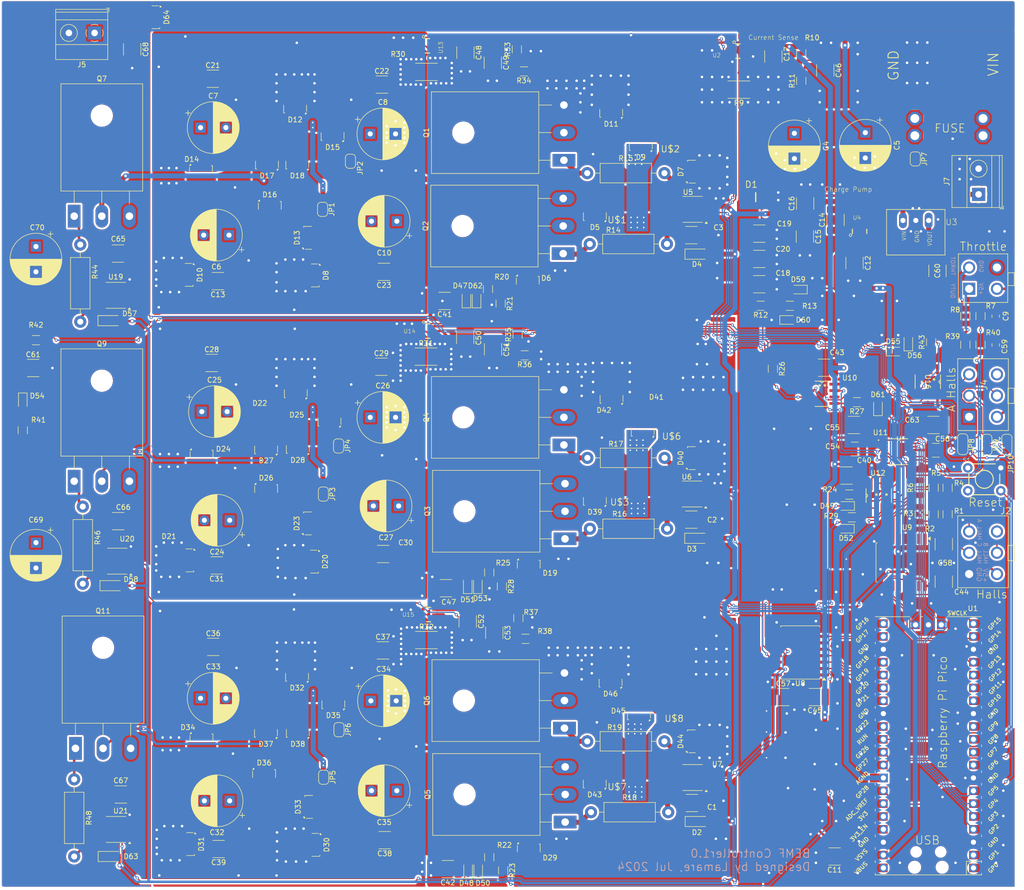
<source format=kicad_pcb>
(kicad_pcb (version 20240108) (generator "pcbnew") (generator_version "8.0")
  (layers (0 "F.Cu" signal) (31 "B.Cu" signal) (34 "B.Paste" user) (35 "F.Paste" user) (36 "B.SilkS" user "B.Silkscreen") (37 "F.SilkS" user "F.Silkscreen") (38 "B.Mask" user) (39 "F.Mask" user) (44 "Edge.Cuts" user))
  (net 0 "")
  (net 1 "GND")
  (net 2 "V_RAW")
  (net 3 "THROTTLE")
  (net 4 "SHUNT_A+")
  (net 5 "/10V")
  (net 6 "Net-(U2-REF)")
  (net 7 "Net-(J1-Pad3)")
  (net 8 "5V")
  (net 9 "Net-(J2-Pad4)")
  (net 10 "Net-(J2-Pad5)")
  (net 11 "Net-(J2-Pad3)")
  (net 13 "Net-(J3-1-Pad1A)")
  (net 14 "Net-(Q1-G)")
  (net 15 "Net-(Q2-G)")
  (net 16 "Net-(Q3-G)")
  (net 17 "Net-(Q4-G)")
  (net 18 "Net-(Q5-G)")
  (net 19 "Net-(Q6-G)")
  (net 20 "/DRV_AH")
  (net 21 "/DRV_AL")
  (net 22 "3.3V")
  (net 23 "/DRV_BH")
  (net 24 "/DRV_BL")
  (net 25 "/DRV_CH")
  (net 26 "/DRV_CL")
  (net 27 "Net-(D16-K)")
  (net 28 "Net-(D14-K)")
  (net 29 "Net-(D17-K)")
  (net 30 "Net-(D15-K)")
  (net 31 "Net-(D18-K)")
  (net 32 "CAP_BANK_A+")
  (net 33 "GNDA")
  (net 34 "SHUNT_B+")
  (net 35 "Net-(D13-K)")
  (net 36 "Net-(U4-C+)")
  (net 37 "Net-(U4-C-)")
  (net 38 "Net-(D26-K)")
  (net 39 "Net-(D24-K)")
  (net 40 "Net-(D27-K)")
  (net 41 "Net-(D25-K)")
  (net 42 "CAP_BANK_B+")
  (net 43 "Net-(D28-K)")
  (net 44 "Net-(D23-K)")
  (net 45 "SHUNT_C+")
  (net 46 "Net-(D36-K)")
  (net 47 "Net-(D34-K)")
  (net 48 "Net-(D35-K)")
  (net 49 "Net-(D37-K)")
  (net 50 "CAP_BANK_C+")
  (net 51 "Net-(D38-K)")
  (net 52 "Net-(D33-K)")
  (net 53 "/Analog_IO/VSENSE_A_IN")
  (net 54 "/Analog_IO/VSENSE_C_IN")
  (net 55 "/Analog_IO/VSENSE_B_IN")
  (net 56 "Net-(U13-REF)")
  (net 57 "Net-(U14-REF)")
  (net 58 "Net-(U15-REF)")
  (net 59 "VSENSE_IN")
  (net 60 "VSENSE")
  (net 61 "VSENSE_A")
  (net 62 "VSENSE_C")
  (net 63 "VSENSE_B")
  (net 64 "ISENSE_A")
  (net 65 "ISENSE_B")
  (net 66 "Net-(D47-A)")
  (net 67 "Net-(D48-A)")
  (net 68 "Net-(D51-A)")
  (net 69 "ISENSE_C")
  (net 70 "Net-(J7-Pin_1)")
  (net 71 "COIL_C_+")
  (net 72 "COIL_B_+")
  (net 73 "COIL_A_+")
  (net 74 "Net-(U12B-+)")
  (net 75 "COIL_A_-")
  (net 76 "Net-(U10A-+)")
  (net 77 "Net-(U10B-+)")
  (net 78 "Net-(U12A-+)")
  (net 79 "COIL_B_-")
  (net 80 "COIL_C_-")
  (net 81 "ISENSE")
  (net 82 "Net-(U1-RUN)")
  (net 85 "/HB_I")
  (net 89 "SPI0_TX")
  (net 90 "SPI0_CSn")
  (net 92 "/HC_I")
  (net 96 "/HA_I")
  (net 97 "SPI0_SCK")
  (net 99 "SPI0_RX")
  (net 102 "CAP_BANK_GND")
  (net 109 "DUTY")
  (net 110 "Net-(J1-Pad1)")
  (net 112 "HALL_2")
  (net 113 "HALL_1")
  (net 114 "HALL_3")
  (net 115 "ISENSE_A_HALL_1")
  (net 116 "ISENSE_B_HALL_2")
  (net 117 "ISENSE_C_HALL_3")
  (net 118 "HALL_A")
  (net 119 "HALL_B")
  (net 120 "HALL_C")
  (net 121 "VSENSE_L")
  (net 122 "/Analog_IO/VSENSE_L_IN")
  (net 123 "LOAD+")
  (net 124 "Net-(D54-A)")
  (net 125 "Net-(Q7-G)")
  (net 126 "Net-(Q9-G)")
  (net 127 "Net-(Q11-G)")
  (net 128 "Net-(U16B-+)")
  (net 129 "/DCH_A_H")
  (net 130 "/DCH_B_H")
  (net 131 "/DCH_C_H")
  (net 132 "/CTRL_DB")
  (net 133 "/CTRL_DC")
  (net 134 "/CTRL_DA")
  (net 135 "/DC_O")
  (net 136 "/DB_O")
  (net 137 "/DA_O")
  (net 144 "Net-(D2-K)")
  (net 145 "Net-(D3-K)")
  (net 146 "Net-(D4-K)")
  (net 147 "Net-(D57-K)")
  (net 148 "Net-(D58-K)")
  (net 149 "Net-(D63-K)")
  (net 150 "/B_O")
  (net 151 "/C_O")
  (net 153 "/A_O")
  (net 156 "/CTRL_A")
  (net 157 "/CTRL_B")
  (net 158 "/CTRL_C")
  (footprint "Package_TO_SOT_SMD:TO-277A" (layer "F.Cu") (at 173.45 134.54 180)
    (property "Reference" "D25")
    (property "Value" "FSV20150V")
  )
  (footprint "Capacitor_SMD:C_1812_4532Metric" (layer "F.Cu") (at 244.9 100)
    (property "Reference" "C3")
    (property "Value" "1uF")
  )
  (footprint "Capacitor_SMD:C_1812_4532Metric" (layer "F.Cu") (at 267.373 93.75 90)
    (property "Reference" "C16")
    (property "Value" "1uF")
  )
  (footprint "Capacitor_THT:CP_Radial_D10.0mm_P5.00mm" (layer "F.Cu") (at 181.632323 192)
    (property "Reference" "C34")
    (property "Value" "470uF")
  )
  (footprint "Package_SO:SOIC-8_3.9x4.9mm_P1.27mm" (layer "F.Cu") (at 245.15 207.155 180)
    (property "Reference" "U7")
    (property "Value" "DGD2304")
  )
  (footprint "Resistor_SMD:R_1206_3216Metric" (layer "F.Cu") (at 205 222.9 90)
    (property "Reference" "R22")
    (property "Value" "192k")
  )
  (footprint "Capacitor_THT:CP_Radial_D10.0mm_P5.00mm" (layer "F.Cu") (at 148 191.5)
    (property "Reference" "C33")
    (property "Value" "470uF")
  )
  (footprint "Capacitor_THT:CP_Radial_D10.0mm_P5.00mm" (layer "F.Cu") (at 181.5 80)
    (property "Reference" "C8")
    (property "Value" "470uF")
  )
  (footprint "footprints:D8" (layer "F.Cu") (at 270.7 131.345)
    (property "Reference" "U10")
    (property "Value" "OPA2376AIDR")
  )
  (footprint "Capacitor_SMD:C_1812_4532Metric" (layer "F.Cu") (at 196.45 169.75 180)
    (property "Reference" "C47")
    (property "Value" "1uF")
  )
  (footprint "Package_TO_SOT_SMD:TO-277A" (layer "F.Cu") (at 212.6 111.3)
    (property "Reference" "D6")
    (property "Value" "FSV20150V")
  )
  (footprint "Capacitor_THT:CP_Radial_D10.0mm_P5.00mm" (layer "F.Cu") (at 153.75 156.3308 180)
    (property "Reference" "C24")
    (property "Value" "470uF")
  )
  (footprint "Package_TO_SOT_SMD:TO-277A" (layer "F.Cu") (at 247.3 144.05 90)
    (property "Reference" "D40")
    (property "Value" "FSV20150V")
  )
  (footprint "main:DO-214AC" (layer "F.Cu") (at 258.5 92.5)
    (property "Reference" "D1")
    (property "Value" "TVS_UNIDO-214AC")
  )
  (footprint "Resistor_SMD:R_1206_3216Metric" (layer "F.Cu") (at 299 116 -90)
    (property "Reference" "R8")
    (property "Value" "47k")
  )
  (footprint "main:PAD" (layer "F.Cu") (at 234.25 149)
    (property "Reference" "U$3")
    (property "Value" "PAD")
  )
  (footprint "Capacitor_SMD:C_1210_3225Metric_Pad1.33x2.70mm_HandSolder" (layer "F.Cu") (at 293.1875 142.5)
    (property "Reference" "C56")
    (property "Value" "100nF")
  )
  (footprint "Capacitor_SMD:C_1812_4532Metric" (layer "F.Cu") (at 184.002 182.0356)
    (property "Reference" "C37")
    (property "Value" "1uF")
  )
  (footprint "Resistor_THT:R_Axial_DIN0411_L9.9mm_D3.6mm_P15.24mm_Horizontal" (layer "F.Cu") (at 224.35 87.75)
    (property "Reference" "R15")
    (property "Value" "10")
  )
  (footprint "Capacitor_SMD:C_1812_4532Metric" (layer "F.Cu") (at 200.25 120.3 -90)
    (property "Reference" "C50")
    (property "Value" "1uF")
  )
  (footprint "Package_SO:SOIC-8_3.9x4.9mm_P1.27mm" (layer "F.Cu") (at 131.3 217.405 180)
    (property "Reference" "U21")
    (property "Value" "DGD2304")
  )
  (footprint "Package_TO_SOT_SMD:TO-277A" (layer "F.Cu") (at 148.0808 89.4286)
    (property "Reference" "D14")
    (property "Value" "FSV20150V")
  )
  (footprint "Capacitor_SMD:C_1812_4532Metric" (layer "F.Cu") (at 205.7 65.95 -90)
    (property "Reference" "C49")
    (property "Value" "1uF")
  )
  (footprint "Jumper:SolderJumper-2_P1.3mm_Bridged2Bar_RoundedPad1.0x1.5mm" (layer "F.Cu") (at 175.25 141.65 -90)
    (property "Reference" "JP4")
    (property "Value" "Jumper")
  )
  (footprint "Resistor_SMD:R_2512_6332Metric_Pad1.40x3.35mm_HandSolder" (layer "F.Cu") (at 192.5 124)
    (property "Reference" "R31")
    (property "Value" "0.0005")
  )
  (footprint "Capacitor_SMD:C_1812_4532Metric" (layer "F.Cu") (at 273.2 222.75 180)
    (property "Reference" "C11")
    (property "Value" "1uF")
  )
  (footprint "Resistor_SMD:R_1206_3216Metric" (layer "F.Cu") (at 258.6 113.95 180)
    (property "Reference" "R12")
    (property "Value" "47k")
  )
  (footprint "Diode_SMD:D_SOD-123" (layer "F.Cu") (at 130.151 222.75)
    (property "Reference" "D63")
    (property "Value" "SMD-DIODE-100V-200MA(SOD-123)")
  )
  (footprint "Resistor_SMD:R_1206_3216Metric" (layer "F.Cu") (at 290 155.15 -90)
    (property "Reference" "R3")
    (property "Value" "2.2k")
  )
  (footprint "Capacitor_SMD:C_1812_4532Metric" (layer "F.Cu") (at 184.3576 219.526 180)
    (property "Reference" "C38")
    (property "Value" "1uF")
  )
  (footprint "Package_TO_SOT_THT:TO-247-3_Horizontal_TabDown" (layer "F.Cu") (at 219.96 160 90)
    (property "Reference" "Q3")
    (property "Value" "C3M0280090D")
  )
  (footprint "Resistor_SMD:R_1206_3216Metric" (layer "F.Cu") (at 277.6 133 180)
    (property "Reference" "R27")
    (property "Value" "1k")
  )
  (footprint "Resistor_SMD:R_1206_3216Metric" (layer "F.Cu") (at 207.25 113.5 -90)
    (property "Reference" "R21")
    (property "Value" "2.2k")
  )
  (footprint "main:6PINVALULOK" (layer "F.Cu") (at 302.71 129.55 90)
    (property "Reference" "J4")
    (property "Value" "HEADER6")
  )
  (footprint "Package_TO_SOT_SMD:TO-277A" (layer "F.Cu") (at 225.85 93.95 180)
    (property "Reference" "D5")
    (property "Value" "FSV20150V")
  )
  (footprint "main:SOT23-6" (layer "F.Cu") (at 192.8 62.6 -90)
    (property "Reference" "U13")
    (property "Value" "INA181")
  )
  (footprint "Diode_SMD:D_SOD-123" (layer "F.Cu") (at 130.099 116.89)
    (property "Reference" "D57")
    (property "Value" "SMD-DIODE-100V-200MA(SOD-123)")
  )
  (footprint "Resistor_SMD:R_1206_3216Metric" (layer "F.Cu") (at 207.75 225.5 -90)
    (property "Reference" "R23")
    (property "Value" "2.2k")
  )
  (footprint "Package_TO_SOT_SMD:TO-277A" (layer "F.Cu") (at 171.5 156.95 90)
    (property "Reference" "D23")
    (property "Value" "FSV20150V")
  )
  (footprint "Capacitor_SMD:C_1812_4532Metric" (layer "F.Cu") (at 184.2 107.25 180)
    (property "Reference" "C23")
    (property "Value" "1uF")
  )
  (footprint "main:SOT23-6" (layer "F.Cu") (at 192.85 118.95 -90)
    (property "Reference" "U14")
    (property "Value" "INA181")
  )
  (footprint "Capacitor_SMD:C_1812_4532Metric" (layer "F.Cu") (at 261.1 64.7 -90)
    (property "Reference" "C17")
    (property "Value" "1uF")
  )
  (footprint "Package_TO_SOT_SMD:TO-277A" (layer "F.Cu") (at 167.1054 83.7616 180)
    (property "Reference" "D18")
    (property "Value" "FSV20150V")
  )
  (footprint "Capacitor_SMD:C_1812_4532Metric" (layer "F.Cu") (at 258.323 104.7)
    (property "Reference" "C20")
    (property "Value" "1uF")
  )
  (footprint "Capacitor_SMD:C_1812_4532Metric" (layer "F.Cu") (at 273.373 97 90)
    (property "Reference" "C14")
    (property "Value" "1uF")
  )
  (footprint "Capacitor_SMD:C_1812_4532Metric" (layer "F.Cu") (at 293.5 107.05 90)
    (property "Reference" "C60")
    (property "Value" "1uF")
  )
  (footprint "Package_TO_SOT_THT:TO-247-3_Horizontal_TabDown" (layer "F.Cu") (at 219.74 85.2 90)
    (property "Reference" "Q1")
    (property "Value" "C3M0280090D")
  )
  (footprint "Package_TO_SOT_SMD:TO-277A" (layer "F.Cu") (at 166.6736 72.6962 180)
    (property "Reference" "D12")
    (property "Value" "FSV20150V")
  )
  (footprint "Resistor_SMD:R_1206_3216Metric" (layer "F.Cu") (at 212.15 179.75 180)
    (property "Reference" "R38")
    (property "Value" "47k")
  )
  (footprint "Package_TO_SOT_SMD:TO-277A" (layer "F.Cu") (at 168.39 220.45 -90)
    (property "Reference" "D30")
    (property "Value" "FSV20150V")
  )
  (footprint "Package_TO_SOT_THT:TO-247-3_Horizontal_TabDown" (layer "F.Cu") (at 123.05 148.61)
    (property "Reference" "Q9")
    (property "Value" "C3M0280090D")
  )
  (footprint "Resistor_SMD:R_1206_3216Metric" (layer "F.Cu") (at 290 149.9 90)
    (property "Reference" "R6")
    (property "Value" "2.2k")
  )
  (footprint "Capacitor_SMD:C_1812_4532Metric" (layer "F.Cu") (at 132.25 210.5 180)
    (property "Reference" "C67")
    (property "Value" "1uF")
  )
  (footprint "Resistor_THT:R_Axial_DIN0411_L9.9mm_D3.6mm_P15.24mm_Horizontal" (layer "F.Cu") (at 124.75 153.63 -90)
    (property "Reference" "R46")
    (property "Value" "10")
  )
  (footprint "Package_TO_SOT_SMD:TO-277A" (layer "F.Cu") (at 148.2 145.65)
    (property "Reference" "D24")
    (property "Value" "FSV20150V")
  )
  (footprint "Package_TO_SOT_SMD:TO-277A" (layer "F.Cu") (at 167.2 139.95 180)
    (property "Reference" "D28")
    (property "Value" "FSV20150V")
  )
  (footprint "Jumper:SolderJumper-2_P1.3mm_Bridged2Bar_RoundedPad1.0x1.5mm" (layer "F.Cu") (at 177.6 85.4 -90)
    (property "Reference" "JP2")
    (property "Value" "Jumper")
  )
  (footprint "Resistor_SMD:R_1206_3216Metric" (layer "F.Cu") (at 112.9 138.55 -90)
    (property "Reference" "R41")
    (property "Value" "192k")
  )
  (footprint "Capacitor_THT:CP_Radial_D10.0mm_P5.00mm" (layer "F.Cu") (at 279.25 79.75 -90)
    (property "Reference" "C5")
    (property "Value" "470uF")
  )
  (footprint "main:PAD" (layer "F.Cu") (at 244.25 79.25)
    (property "Reference" "U$2")
    (property "Value" "PAD")
  )
  (footprint "Resistor_SMD:R_1206_3216Metric" (layer "F.Cu") (at 212 123.75 180)
    (property "Reference" "R36")
    (property "Value" "47k")
  )
  (footprint "Package_TO_SOT_SMD:TO-277A" (layer "F.Cu") (at 148.1824 201.6876)
    (property "Reference" "D34")
    (property "Value" "FSV20150V")
  )
  (footprint "Diode_SMD:D_SOD-323" (layer "F.Cu") (at 275.5 153.5 180)
    (property "Reference" "D49")
    (property "Value" "1N4148WS")
  )
  (footprint "Capacitor_SMD:C_1812_4532Metric" (layer "F.Cu") (at 150.4232 69.1072)
    (property "Reference" "C21")
    (property "Value" "1uF")
  )
  (footprint "Capacitor_THT:CP_Radial_D10.0mm_P5.00mm" (layer "F.Cu") (at 181.5 136)
    (property "Reference" "C26")
    (property "Value" "470uF")
  )
  (footprint "Resistor_THT:R_Axial_DIN0411_L9.9mm_D3.6mm_P15.24mm_Horizontal" (layer "F.Cu") (at 224.35 200)
    (property "Reference" "R19")
    (property "Value" "10")
  )
  (footprint "Capacitor_SMD:C_1812_4532Metric" (layer "F.Cu") (at 151.5662 221.2786 180)
    (property "Reference" "C39")
    (property "Value" "1uF")
  )
  (footprint "Capacitor_THT:CP_Radial_D10.0mm_P5.00mm" (layer "F.Cu") (at 148 78.75)
    (property "Reference" "C7")
    (property "Value" "470uF")
  )
  (footprint "Capacitor_SMD:C_1812_4532Metric" (layer "F.Cu") (at 292.7 137.5 180)
    (property "Reference" "C63")
    (property "Value" "1uF")
  )
  (footprint "Package_SO:SOIC-8_3.9x4.9mm_P1.27mm" (layer "F.Cu") (at 131.25 111.89 180)
    (property "Reference" "U19")
    (property "Value" "DGD2304")
  )
  (footprint "Resistor_SMD:R_1206_3216Metric" (layer "F.Cu") (at 276.1 151.25)
    (property "Reference" "R24")
    (property "Value" "1k")
  )
  (footprint "Capacitor_SMD:C_1812_4532Metric" (layer "F.Cu") (at 150.2 125.25)
    (property "Reference" "C28")
    (property "Value" "1uF")
  )
  (footprint "Capacitor_THT:CP_Radial_D10.0mm_P5.00mm" (layer "F.Cu") (at 265.25 79.882323 -90)
    (property "Reference" "C4")
    (property "Value" "470uF")
  )
  (footprint "Resistor_SMD:R_1206_3216Metric" (layer "F.Cu") (at 115.5 120.75 180)
    (property "Reference" "R42")
    (property "Value" "2.2k")
  )
  (footprint "Capacitor_SMD:C_1812_4532Metric" (layer "F.Cu") (at 131.75 156.5 180)
    (property "Reference" "C66")
    (property "Value" "1uF")
  )
  (footprint "Package_TO_SOT_SMD:TO-277A" (layer "F.Cu") (at 235.3 136.54 180)
    (property "Reference" "D41")
    (property "Value" "FSV20150V")
  )
  (footprint "Capacitor_SMD:C_1812_4532Metric" (layer "F.Cu") (at 196.2 113 180)
    (property "Reference" "C41")
    (property "Value" "1uF")
  )
  (footprint "Package_TO_SOT_SMD:TO-277A" (layer "F.Cu") (at 171.5382 100.5288 90)
    (property "Reference" "D13")
    (property "Value" "FSV20150V")
  )
  (footprint "Capacitor_SMD:C_1812_4532Metric" (layer "F.Cu") (at 275.55 147.5 180)
    (property "Reference" "C40")
    (property "Value" "1uF")
  )
  (footprint "Diode_SMD:D_SOD-323" (layer "F.Cu") (at 263.977 116.75)
    (property "Reference" "D60")
    (property "Value" "1N4148WS")
  )
  (footprint "TerminalBlock_Phoenix:TerminalBlock_Phoenix_MKDS-1,5-2-5.08_1x02_P5.08mm_Horizontal" (layer "F.Cu") (at 301.623 91.95 90)
    (property "Reference" "J7")
    (property "Value" "Vin")
  )
  (footprint "Package_SO:SOIC-8_3.9x4.9mm_P1.27mm" (layer "F.Cu") (at 245.15 94.905 180)
    (property "Reference" "U5")
    (property "Value" "DGD2304")
  )
  (footprint "Resistor_SMD:R_1206_3216Metric" (layer "F.Cu") (at 292.75 155.15 -90)
    (property "Reference" "R2")
    (property "Value" "2.2k")
  )
  (footprint "Capacitor_THT:CP_Radial_D10.0mm_P5.00mm" (layer "F.Cu") (at 187.117677 153.5 180)
    (property "Reference" "C27")
    (property "Value" "470uF")
  )
  (footprint "Package_TO_SOT_SMD:TO-277A" (layer "F.Cu") (at 136.79 56.95 -90)
    (property "Reference" "D64")
    (property "Value" "FSV20150V")
  )
  (footprint "Capacitor_SMD:C_1812_4532Metric" (layer "F.Cu") (at 294.75 161.05 -90)
    (property "Reference" "C58")
    (property "Value" "1uF")
  )
  (footprint "Package_TO_SOT_SMD:TO-277A" (layer "F.Cu") (at 234.566 192.5842 180)
    (property "Reference" "D45")
    (property "Value" "FSV20150V")
  )
  (footprint "Diode_SMD:D_SOD-323" (layer "F.Cu") (at 281.75 134.05 90)
    (property "Reference" "D61")
    (property "Value" "1N4148WS")
  )
  (footprint "Package_TO_SOT_THT:TO-247-3_Horizontal_TabDown" (layer "F.Cu") (at 219.6 103.65 90)
    (property "Reference" "Q2")
    (property "Value" "C3M0280090D")
  )
  (footprint "Capacitor_SMD:C_1812_4532Metric" (layer "F.Cu") (at 206 178.55 -90)
    (property "Reference" "C53")
    (property "Value" "1uF")
  )
  (footprint "Capacitor_SMD:C_1812_4532Metric" (layer "F.Cu") (at 200.75 176.3 -90)
    (property "Reference" "C52")
    (property "Value" "1uF")
  )
  (footprint "Diode_SMD:D_SOD-123" (layer "F.Cu") (at 246.0468 215.843)
    (property "Reference" "D2")
    (property "Value" "SMD-DIODE-100V-200MA(SOD-123)")
  )
  (footprint "Resistor_SMD:R_1206_3216Metric" (layer "F.Cu") (at 205 166.65 90)
    (property "Reference" "R25")
    (property "Value" "192k")
  )
  (footprint "Jumper:SolderJumper-3_P1.3mm_Bridged2Bar12_RoundedPad1.0x1.5mm" (layer "F.Cu") (at 298.5 141.3 -90)
    (property "Reference" "JP8")
    (property "Value" "SolderJumper_3_Bridged12")
  )
  (footprint "Package_TO_SOT_SMD:TO-277A" (layer "F.Cu") (at 212.8 167.4)
    (property "Reference" "D19")
    (property "Value" "FSV20150V")
  )
  (footprint "Diode_SMD:D_SOD-323" (layer "F.Cu") (at 285 123)
    (property "Reference" "D55")
    (property "Value" "1N4148WS")
  )
  (footprint "Package_TO_SOT_SMD:TO-277A" (layer "F.Cu") (at 225.85 150.2 180)
    (property "Reference" "D39")
    (property "Value" "FSV20150V")
  )
  (footprint "Jumper:SolderJumper-3_P1.3mm_Bridged2Bar12_RoundedPad1.0x1.5mm" (layer "F.Cu") (at 307.2 141.385 -90)
    (property "Reference" "JP10")
    (property "Value" "SolderJumper_3_Bridged12")
  )
  (footprint "Resistor_THT:R_Axial_DIN0411_L9.9mm_D3.6mm_P15.24mm_Horizontal" (layer "F.Cu") (at 123.05 207.51 -90)
    (property "Reference" "R48")
    (property "Value" "10")
  )
  (footprint "Package_TO_SOT_SMD:TO-277A" (layer "F.Cu") (at 247.3 200 90)
    (property "Reference" "D44")
    (property "Value" "FSV20150V")
  )
  (footprint "Package_TO_SOT_SMD:TO-277A" (layer "F.Cu") (at 166.8 128.95 180)
    (property "Reference" "D22")
    (property "Value" "FSV20150V")
  )
  (footprint "Package_TO_SOT_THT:TO-247-3_Horizontal_TabDown" (layer "F.Cu") (at 123.3 201.39)
    (property "Reference" "Q11")
    (property "Value" "C3M0280090D")
  )
  (footprint "Package_SO:SOIC-8_3.9x4.9mm_P1.27mm" (layer "F.Cu") (at 245.05 151.135 180)
    (property "Reference" "U6")
    (property "Value" "DGD2304")
  )
  (footprint "Capacitor_THT:CP_Radial_D10.0mm_P5.00mm" (layer "F.Cu") (at 186.75 97.25 180)
    (property "Reference" "C10")
    (property "Value" "470uF")
  )
  (footprint "Resistor_SMD:R_1206_3216Metric" (layer "F.Cu") (at 292.75 149.9 90)
    (property "Reference" "R5")
    (property "Value" "2.2k")
  )
  (footprint "Package_TO_SOT_SMD:TO-277A" (layer "F.Cu") (at 229.0814 73.5372 180)
    (property "Reference" "D11")
    (property "Value" "FSV20150V")
  )
  (footprint "main:SOT23-6" (layer "F.Cu") (at 193 174.95 -90)
    (property "Reference" "U15")
    (property "Value" "INA181")
  )
  (footprint "Diode_SMD:D_SOD-323" (layer "F.Cu") (at 200.75 169.2 90)
    (property "Reference" "D51")
    (property "Value" "1N4148WS")
  )
  (footprint "Package_TO_SOT_SMD:TO-277A" (layer "F.Cu") (at 225.8266 206.0372 180)
    (property "Reference" "D43")
    (property "Value" "FSV20150V")
  )
  (footprint "Resistor_SMD:R_1206_3216Metric" (layer "F.Cu") (at 266.6084 69.5198 90)
    (property "Reference" "R11")
    (property "Value" "47k")
  )
  (footprint "Package_TO_SOT_SMD:TO-277A" (layer "F.Cu") (at 234.9216 80.113 180)
    (property "Reference" "D9")
    (property "Value" "FSV20150V")
  )
  (footprint "Package_SO:SOIC-16W_7.5x10.3mm_P1.27mm" (layer "F.Cu") (at 286.615 164.65 -90)
    (property "Reference" "U9")
    (property "Value" "ISO7760FQDWRQ1")
  )
  (footprint "footprints:D8" (layer "F.Cu") (at 291.595 128.9638 -90)
    (property "Reference" "U16")
    (property "Value" "OPA2376AIDR")
  )
  (footprint "Resistor_SMD:R_1206_3216Metric" (layer "F.Cu") (at 210.75 175.65 90)
    (property "Reference" "R37")
    (property "Value" "47k")
  )
  (footprint "Capacitor_SMD:C_1812_4532Metric" (layer "F.Cu") (at 150.51 181.3498)
    (property "Reference" "C36")
    (property "Value" "1uF")
  )
  (footprint "Capacitor_SMD:C_1812_4532Metric" (layer "F.Cu") (at 258.323 109.7)
    (property "Reference" "C18")
    (property "Value" "1uF")
  )
  (footprint "Diode_SMD:D_SOD-323" (layer "F.Cu") (at 200.5 112.75 90)
    (property "Reference" "D47")
    (property "Value" "1N4148WS")
  )
  (footprint "Resistor_SMD:R_1206_3216Metric" (layer "F.Cu") (at 302 121.65 -90)
    (property "Reference" "R40")
    (property "Value" "47k")
  )
  (footprint "Capacitor_SMD:C_1812_4532Metric" (layer "F.Cu") (at 184.05 163 180)
    (property "Reference" "C30")
    (property "Value" "1uF")
  )
  (footprint "Package_TO_SOT_THT:TO-247-3_Horizontal_TabDown" (layer "F.Cu") (at 219.74 141.45 90)
    (property "Reference" "Q4")
    (property "Value" "C3M0280090D")
  )
  (footprint "Capacitor_SMD:C_1812_4532Metric" (layer "F.Cu") (at 271.1138 126.19 180)
    (property "Reference" "C43")
    (property "Value" "1uF")
  )
  (footprint "Resistor_SMD:R_1206_3216Metric" (layer "F.Cu") (at 210.45 63.3 90)
    (property "Reference" "R33")
    (property "Value" "47k")
  )
  (footprint "Package_TO_SOT_SMD:TO-277A" (layer "F.Cu") (at 168.1 164.5 -90)
    (property "Reference" "D20")
    (property "Value" "FSV20150V")
  )
  (footprint "main:PAD" (layer "F.Cu") (at 244.5 136)
    (property "Reference" "U$6")
    (property "Value" "PAD")
  )
  (footprint "main:AUTO_FUSE" (layer "F.Cu") (at 302.5 76.95 180)
    (property "Reference" "J3" (hide yes))
    (property "Value" "FUSE" (hide yes))
  )
  (footprint "Capacitor_SMD:C_1812_4532Metric" (layer "F.Cu") (at 258.323 99.7)
    (property "Reference" "C19")
    (property "Value" "1uF")
  )
  (footprint "Capacitor_SMD:C_1812_4532Metric" (layer "F.Cu") (at 131.7 103.64 180)
    (property "Reference" "C65")
    (property "Value" "1uF")
  )
  (footprint "Package_TO_SOT_SMD:TO-277A" (layer "F.Cu") (at 229.15 130.04 180)
    (property "Reference" "D42")
    (property "Value" "FSV20150V")
  )
  (footprint "main:V78W_BACKWARDS" (layer "F.Cu") (at 289.2219 100.9064 180)
    (property "Reference" "U3")
    (property "Value" "V_REG_78XX")
  )
  (footprint "Capacitor_THT:CP_Radial_D10.0mm_P5.00mm" (layer "F.Cu") (at 153.75 211.75 180)
    (property "Reference" "C32")
    (property "Value" "470uF")
  )
  (footprint "Capacitor_SMD:C_1812_4532Metric" (layer "F.Cu") (at 134.5 63.3 -90)
    (property "Reference" "C68")
    (property "Value" "1uF")
  )
  (footprint "Capacitor_SMD:C_1812_4532Metric" (layer "F.Cu") (at 269.3 191.25 180)
    (property "Reference" "C45")
    (property "Value" "1uF")
  )
  (footprint "Capacitor_SMD:C_1812_4532Metric" (layer "F.Cu") (at 151.4244 109.0868 180)
    (property "Reference" "C13")
    (property "Value" "1uF")
  )
  (footprint "Diode_SMD:D_SOD-323" (layer "F.Cu") (at 112.9 132.8 -90)
    (property "Reference" "D54")
    (property "Value" "1N4148WS")
  )
  (footprint "Diode_SMD:D_SOD-323" (layer "F.Cu") (at 202.5 112.75 90)
    (property "Reference" "D62")
    (property "Value" "1N4148WS")
  )
  (footprint "Package_TO_SOT_SMD:TO-277A" (layer "F.Cu") (at 174.065 78.1346 180)
    (property "Reference" "D15")
    (property "Value" "FSV20150V")
  )
  (footprint "Capacitor_SMD:C_1812_4532Metric" (layer "F.Cu") (at 294.75 168.45 90)
    (property "Reference" "C44")
    (property "Value" "1uF")
  )
  (footprint "Package_TO_SOT_SMD:TO-277A" (layer "F.Cu") (at 143.3396 107.844 -90)
    (property "Reference" "D10")
    (property "Value" "FSV20150V")
  )
  (footprint "Jumper:SolderJumper-2_P1.3mm_Open_RoundedPad1.0x1.5mm" (layer "F.Cu") (at 172.1 94.9 -90)
    (property "Reference" "JP1")
    (property "Value" "Jumper")
  )
  (footprint "Capacitor_SMD:C_1812_4532Metric" (layer "F.Cu") (at 183.8 70.25)
    (property "Reference" "C22")
    (property "Value" "1uF")
  )
  (footprint "Package_SO:SOIC-16W_7.5x10.3mm_P1.27mm" (layer "F.Cu") (at 266.4 182.445 180)
    (property "Reference" "U8")
    (property "Value" "ISO7760FQDWRQ1")
  )
  (footprint "Capacitor_SMD:C_1812_4532Metric" (layer "F.Cu") (at 245.0128 212.1854)
    (property "Reference" "C1")
    (property "Value" "1uF")
  )
  (footprint "Jumper:SolderJumper-2_P1.3mm_Open_RoundedPad1.0x1.5mm" (layer "F.Cu") (at 172.25 151.15 -90)
    (property "Reference" "JP3")
    (property "Value" "Jumper")
  )
  (footprint "Resistor_SMD:R_1206_3216Metric" (layer "F.Cu") (at 295.5 155.15 -90)
    (property "Reference" "R1")
    (property "Value" "2.2k")
  )
  (footprint "Resistor_THT:R_Axial_DIN0411_L9.9mm_D3.6mm_P15.24mm_Horizontal" (layer "F.Cu") (at 124.25 101.87 -90)
    (property "Reference" "R44")
    (property "Value" "10")
  )
  (footprint "Capacitor_SMD:C_1812_4532Metric" (layer "F.Cu") (at 200.3 63.95 -90)
    (property "Reference" "C48")
    (property "Value" "1uF")
  )
  (footprint "Capacitor_THT:CP_Radial_D10.0mm_P5.00mm" (layer "F.Cu") (at 115.5 160.75 -90)
    (property "Reference" "C69")
    (property "Value" "470uF")
  )
  (footprint "Capacitor_SMD:C_1812_4532Metric" (layer "F.Cu") (at 244.9 156.2)
    (property "Reference" "C2")
    (property "Value" "1uF")
  )
  (footprint "Package_TO_SOT_SMD:TO-277A" (layer "F.Cu") (at 160.95 152.46)
    (property "Reference" "D26")
    (property "Value" "FSV20150V")
  )
  (footprint "Capacitor_SMD:C_1812_4532Metric" (layer "F.Cu") (at 277 137.5 180)
    (property "Reference" "C54")
    (property "Value" "1uF")
  )
  (footprint "Capacitor_SMD:C_1812_4532Metric" (layer "F.Cu") (at 267.323 100.3 -90)
    (property "Reference" "C15")
    (property "Value" "1uF")
  )
  (footprint "Resistor_SMD:R_1206_3216Metric" (layer "F.Cu") (at 264.35 113.95 180)
    (property "Reference" "R13")
    (property "Value" "2.2k")
  )
  (footprint "Resistor_SMD:R_2512_6332Metric_Pad1.40x3.35mm_HandSolder" (layer "F.Cu") (at 192.6 67.75)
    (property "Reference" "R30")
    (property "Value" "0.0005")
  )
  (footprint "Resistor_THT:R_Axial_DIN0411_L9.9mm_D3.6mm_P15.24mm_Horizontal" (layer "F.Cu") (at 224.38 144)
    (property "Reference" "R17")
    (property "Value" "10")
  )
  (footprint "Resistor_SMD:R_1206_3216Metric" (layer "F.Cu") (at 276.6 155.75)
    (property "Reference" "R29")
    (property "Value" "1k")
  )
  (footprint "Jumper:SolderJumper-3_P1.3mm_Bridged2Bar12_RoundedPad1.0x1.5mm" (layer "F.Cu") (at 303.25 141.4 -90)
    (property "Reference" "JP9")
    (property "Value" "SolderJumper_3_Bridged12")
  )
  (footprint "Capacitor_SMD:C_1812_4532Metric" (layer "F.Cu") (at 271.35 67.45 -90)
    (property "Reference" "C46")
    (property "Value" "1uF")
  )
  (footprint "main:TACTILE_SWITCH_PTH_6.0MM" (layer "F.Cu") (at 302.7488 148.2394 180)
    (property "Reference" "S1")
    (property "Value" "MOMENTARY-SWITCH-SPST-PTH-6.0MM")
  )
  (footprint "main:PAD" (layer "F.Cu") (at 234.25 205)
    (property "Reference" "U$7")
    (property "Value" "PAD")
  )
  (footprint "Package_TO_SOT_SMD:TO-277A" (layer "F.Cu") (at 161.6698 96.5034)
    (property "Reference" "D16")
    (property "Value" "FSV20150V")
  )
  (footprint "Resistor_THT:R_Axial_DIN0411_L9.9mm_D3.6mm_P15.24mm_Horizontal" (layer "F.Cu") (at 224.88 158)
    (property "Reference" "R16")
    (property "Value" "10")
  )
  (footprint "main:PAD" (layer "F.Cu") (at 244.5 191.75)
    (property "Reference" "U$8")
    (property "Value" "PAD")
  )
  (footprint "main:SOT23-6" (layer "F.Cu") (at 278.123 99.25)
    (property "Reference" "U4")
    (property "Value" "TC1240A")
  )
  (footprint "main:PAD" (layer "F.Cu") (at 289.5 65.95 -90)
    (property "Reference" "U$5" (hide yes))
    (property "Value" "PAD" (hide yes))
  )
  (footprint "Package_TO_SOT_SMD:TO-277A" (layer "F.Cu") (at 143.485 164.25 -90)
    (property "Reference" "D21")
    (property "Value" "FSV20150V")
  )
  (footprint "Jumper:SolderJumper-2_P1.3mm_Bridged2Bar_RoundedPad1.0x1.5mm" (layer "F.Cu") (at 175.3332 197.7074 -90)
    (property "Reference" "JP6")
    (property "Value" "Jumper")
  )
  (footprint "Resistor_SMD:R_1206_3216Metric" (layer "F.Cu") (at 207.5 169.4 -90)
    (property "Reference" "R28")
    (property "Value" "2.2k")
  )
  (footprint "Package_TO_SOT_SMD:TO-277A" (layer "F.Cu") (at 167.2034 196.0414 180)
    (property "Reference" "D38")
    (property "Value" "FSV20150V")
  )
  (footprint "TerminalBlock_Phoenix:TerminalBlock_Phoenix_MKDS-1,5-2-5.08_1x02_P5.08mm_Horizontal" (layer "F.Cu") (at 127.08 60.055 180)
    (property "Reference" "J5")
    (property "Value" "Load")
  )
  (footprint "Package_TO_SOT_SMD:TO-277A" (layer "F.Cu") (at 247.3182 87.46 90)
    (property "Reference" "D7")
    (property "Value" "FSV20150V")
  )
  (footprint "main:4PINVALULOK" (layer "F.Cu") (at 305.25 110.6 90)
    (property "Reference" "J1" (hide yes))
    (property "Value" "HEADER4VALULOK" (hide yes))
  )
  (footprint "Capacitor_SMD:C_1812_4532Metric" (layer "F.Cu") (at 277.123 105.5 -90)
    (property "Reference" "C12")
    (property "Value" "1uF")
  )
  (footprint "Package_TO_SOT_SMD:TO-277A" (layer "F.Cu") (at 160.9078 196.0386 180)
    (property "Reference" "D37")
    (property "Value" "FSV20150V")
  )
  (footprint "Capacitor_SMD:C_1812_4532Metric" (layer "F.Cu") (at 263.05 191.25)
    (property "Reference" "C57")
    (property "Value" "1uF")
  )
  (footprint "Diode_SMD:D_SOD-123" (layer "F.Cu") (at 245.951 159.9)
    (property "Reference" "D3")
    (property "Value" "SMD-DIODE-100V-200MA(SOD-123)")
  )
  (footprint "Resistor_THT:R_Axial_DIN0411_L9.9mm_D3.6mm_P15.24mm_Horizontal" (layer "F.Cu") (at 224.85 101.75)
    (property "Reference" "R14")
    (property "Value" "10")
  )
  (footprint "footprints:RPi_Pico_SMD_TH" (layer "F.Cu") (at 291.71 200.88 180)
    (property "Reference" "U1")
    (property "Value" "Raspberry Pi Pico")
  )
  (footprint "footprints:D8" (layer "F.Cu") (at 281.905 151.4638 90)
    (property "Reference" "U12")
    (property "Value" "OPA2376AIDR")
  )
  (footprint "Diode_SMD:D_SOD-323" (layer "F.Cu") (at 266.177 110.75 180)
    (property "Reference" "D59")
    (property "Value" "1N4148WS")
  )
  (footprint "Diode_SMD:D_SOD-323" (layer "F.Cu") (at 275.45 158 180)
    (property "Reference" "D52")
    (property "Value" "1N4148WS")
  )
  (footprint "Package_TO_SOT_SMD:TO-277A" (layer "F.Cu") (at 212.8 223.46)
    (property "Reference" "D29")
    (property "Value" "FSV20150V")
  )
  (footprint "Capacitor_THT:CP_Radial_D10.0mm_P5.00mm" (layer "F.Cu") (at 186.75 209.75 180)
    (property "Reference" "C35")
    (property "Value" "470uF")
  )
  (footprint "Package_TO_SOT_SMD:TO-277A" (layer "F.Cu") (at 161.111 83.7706 180)
    (property "Reference" "D17")
    (property "Value" "FSV20150V")
  )
  (footprint "Package_TO_SOT_SMD:TO-277A" (layer "F.Cu") (at 171.75 212.95 90)
    (property "Reference" "D33")
    (property "Value" "FSV20150V")
  )
  (footprint "Capacitor_THT:CP_Radial_D10.0mm_P5.00mm" (layer "F.Cu") (at 148.25 134.8678)
    (property "Reference" "C25")
    (property "Value" "470uF")
  )
  (footprint "Package_TO_SOT_SMD:TO-277A" (layer "F.Cu") (at 143.64 220.3 -90)
    (property "Reference" "D31")
    (property "Value" "FSV20150V")
  )
  (footprint "Capacitor_SMD:C_1812_4532Metric" (layer "F.Cu") (at 205.75 122.55 -90)
    (property "Reference" "C51")
    (property "Value" "1uF")
  )
  (footprint "Resistor_SMD:R_2512_6332Metric_Pad1.40x3.35mm_HandSolder" (layer "F.Cu") (at 192.6 180)
    (property "Reference" "R32")
    (property "Value" "0.0005")
  )
  (footprint "Package_TO_SOT_SMD:TO-277A" (layer "F.Cu") (at 168.2452 107.96 -90)
    (property "Reference" "D8")
    (property "Value" "FSV20150V")
  )
  (footprint "Resistor_SMD:R_1206_3216Metric" (layer "F.Cu") (at 210.6 119.65 90)
    (property "Reference" "R35")
    (property "Value" "47k")
  )
  (footprint "Jumper:SolderJumper-2_P1.3mm_Open_RoundedPad1.0x1.5mm" (layer "F.Cu") (at 289.123 84.95 -90)
    (property "Reference" "JP7")
    (property "Value" "Jumper")
  )
  (footprint "Capacitor_SMD:C_1812_4532Metric" (layer "F.Cu") (at 151.2 165.25 180)
    (property "Reference" "C31")
    (property "Value" "1uF")
  )
  (footprint "Capacitor_SMD:C_1210_3225Metric_Pad1.33x2.70mm_HandSolder" (layer "F.Cu") (at 277.1875 142.25 180)
    (property "Reference" "C55")
    (property "Value" "100nF")
  )
  (footprint "Diode_SMD:D_SOD-323" (layer "F.Cu") (at 200.825 225.45 90)
    (property "Reference" "D48")
    (property "Value" "1N4148WS")
  )
  (footprint "Resistor_SMD:R_1206_3216Metric" (layer "F.Cu") (at 292.25 121.15 90)
    (property "Reference" "R43")
    (property "Value" "1k")
  )
  (footprint "Resistor_SMD:R_1206_3216Metric" (layer "F.Cu") (at 211.85 67.65 180)
    (property "Reference" "R34")
    (property "Value" "47k")
  )
  (footprint "main:PAD" (layer "F.Cu") (at 300.5 65.95 90)
    (property "Reference" "U$4" (hide yes))
    (property "Value" "PAD" (hide yes))
  )
  (footprint "Resistor_SMD:R_1206_3216Metric" (layer "F.Cu") (at 299 121.65 -90)
    (property "Reference" "R39")
    (property "Value" "47k")
  )
  (footprint "Resistor_SMD:R_2512_6332Metric_Pad1.40x3.35mm_HandSolder" (layer "F.Cu") (at 254.3 71.25 180)
    (property "Reference" "R9")
    (property "Value" "0.0005")
  )
  (footprint "Diode_SMD:D_SOD-123" (layer "F.Cu") (at 246.001 103.75)
    (property "Reference" "D4")
    (property "Value" "SMD-DIODE-100V-200MA(SOD-123)")
  )
  (footprint "Package_TO_SOT_SMD:TO-277A" (layer "F.Cu") (at 160.5486 208.746)
    (property "Reference" "D36")
    (property "Value" "FSV20150V")
  )
  (footprint "Package_TO_SOT_SMD:TO-277A" (layer "F.Cu") (at 228.9544 186.11 180)
    (property "Reference" "D46")
    (property "Value" "FSV20150V")
  )
  (footprint "Package_TO_SOT_SMD:TO-277A" (layer "F.Cu") (at 160.95 140.04 180)
    (property "Reference" "D27")
    (property "Value" "FSV20150V")
  )
  (footprint "Resistor_SMD:R_1206_3216Metric" (layer "F.Cu") (at 295.5 149.9 90)
    (property "Reference" "R4")
    (property "Value" "2.2k")
  )
  (footprint "Package_SO:SOIC-8_3.9x4.9mm_P1.27mm" (layer "F.Cu") (at 131.55 164.405 180)
    (property "Reference" "U20")
    (property "Value" "DGD2304")
  )
  (footprint "main:SOT23-6" (layer "F.Cu") (at 254.1 63.65 -90)
    (property "Reference" "U2")
    (property "Value" "INA181")
  )
  (footprint "Resistor_THT:R_Axial_DIN0411_L9.9mm_D3.6mm_P15.24mm_Horizontal" (layer "F.Cu") (at 225.1 214)
    (property "Reference" "R18")
    (property "Value" "10")
  )
  (footprint "Capacitor_SMD:C_1812_4532Metric" (layer "F.Cu") (at 114.95 126.25)
    (property "Reference" "C61")
    (property "Value" "1uF")
  )
  (footprint "Resistor_SMD:R_1206_3216Metric" (layer "F.Cu") (at 302 116 -90)
    (property "Reference" "R7")
    (property "Value" "47k")
  )
  (footprint "footprints:MTC16" (layer "F.Cu") (at 285.8448 142.774999)
    (property "Reference" "U11")
    (property "Value" "ADC108S022CIMTX/NOPB")
  )
  (footprint "Diode_SMD:D_SOD-323" (layer "F.Cu") (at 202.75 169.2 90)
    (property "Reference" "D53")
    (property "Value" "1N4148WS")
  )
  (footprint "main:6PINVALULOK" (layer "F.Cu") (at 302.71 160.6 90)
    (property "Reference" "J2")
    (property "Value" "HEADER6")
  )
  (footprint "Package_TO_SOT_THT:TO-247-3_Horizontal_TabDown" (layer "F.Cu") (at 219.85 197.4 90)
    (property "Reference" "Q6")
    (property "Value" "C3M0280090D")
  )
  (footprint "main:PAD" (layer "F.Cu") (at 234 92.75)
    (property "Reference" "U$1")
    (property "Value" "COIL_A+")
  )
  (footprint "Capacitor_THT:CP_Radial_D10.0mm_P5.00mm" (layer "F.Cu") (at 153.617677 100 180)
    (property "Reference" "C6")
    (property "Value" "470uF")
  )
  (footprint "Resistor_SMD:R_1206_3216Metric" (layer "F.Cu") (at 261 126.4 -90)
    (property "Reference" "R26")
    (property "Value" "1k")
  )
  (footprint "Diode_SMD:D_SOD-323" (layer "F.Cu") (at 287.75 121.25 90)
    (property "Reference" "D56")
    (property "Value" "1N4148WS")
  )
  (footprint "Package_TO_SOT_THT:TO-247-3_Horizontal_TabDown" (layer "F.Cu") (at 219.99 215.95 90)
    (property "Reference" "Q5")
    (property "Value" "C3M0280090D")
  )
  (footprint "Package_TO_SOT_THT:TO-247-3_Horizontal_TabDown" (layer "F.Cu") (at 123.05 96.25)
    (property "Reference" "Q7")
    (property "Value" "C3M0280090D")
  )
  (footprint "Jumper:SolderJumper-2_P1.3mm_Open_RoundedPad1.0x1.5mm" (layer "F.Cu") (at 172.3106 207.095 -90)
    (property "Reference" "JP5")
    (property "Value" "Jumper")
  )
  (footprint "Resistor_SMD:R_1206_3216Metric" (layer "F.Cu") (at 204.75 110.65 90)
    (property "Reference" "R20")
    (property "Value" "192k")
  )
  (footprint "Package_TO_SOT_SMD:TO-277A" (layer "F.Cu") (at 174.2156 190.3772 180)
    (property "Reference" "D35")
    (property "Value" "FSV20150V")
  )
  (footprint "Capacitor_SMD:C_0805_2012Metric" (layer "F.Cu") (at 305 116 90)
    (property "Reference" "C9")
    (property "Value" "22nF")
  )
  (footprint "Capacitor_SMD:C_1812_4532Metric" (layer "F.Cu") (at 196.825 225.25 180)
    (property "Reference" "C42")
    (property "Value" "1uF")
  )
  (footprint "Capacitor_SMD:C_0805_2012Metric" (layer "F.Cu") (at 305 121.7 90)
    (property "Reference" "C59")
    (property "Value" "22nF")
  )
  (footprint "Capacitor_THT:CP_Radial_D10.0mm_P5.00mm" (layer "F.Cu") (at 115.5 102.25 -90)
    (property "Reference" "C70")
    (property "Value" "470uF")
  )
  (footprint "Capacitor_SMD:C_1812_4532Metric" (layer "F.Cu") (at 183.7 126)
    (property "Reference" "C29")
    (property "Value" "1uF")
  )
  (footprint "Package_TO_SOT_SMD:TO-277A" (layer "F.Cu") (at 167.05 184.95 180)
    (property "Reference" "D32")
    (property "Value" "FSV20150V")
  )
  (footprint "Diode_SMD:D_SOD-123" (layer "F.Cu") (at 130.5 169.25)
    (property "Reference" "D58")
    (property "Value" "SMD-DIODE-100V-200MA(SOD-123)")
  )
  (footprint "Resistor_SMD:R_1206_3216Metric" (layer "F.Cu") (at 266.6 64.05 90)
    (property "Reference" "R10")
    (property "Value" "47k")
  )
  (footprint "Diode_SMD:D_SOD-323" (layer "F.Cu") (at 202.825 225.45 90)
    (property "Reference" "D50")
    (property "Value" "1N4148WS")
  )
  (gr_rect (start 108.75 53.75) (end 308.75 228.75) (stroke (width 0.05)) (fill none) (layer "Edge.Cuts"))
  (gr_text "GND" (at 302.25 168.5 270) (layer "B.SilkS") (effects (font (size 0.93472 0.93472) (thickness 0.08128)) (justify left top mirror)))
  (gr_text "HALL C" (at 302.25 165 270) (layer "B.SilkS") (effects (font (size 0.8 0.8) (thickness 0.08)) (justify left top mirror)))
  (gr_text "HALL B" (at 303.5 165 270) (layer "B.SilkS") (effects (font (size 0.8 0.8) (thickness 0.08)) (justify left top mirror)))
  (gr_text "DUTY" (at 297 112.5 270) (layer "B.SilkS") (effects (font (size 0.8 0.8) (thickness 0.08)) (justify left top mirror)))
  (gr_text "GND" (at 302.6 107.424453 270) (layer "B.SilkS") (effects (font (size 0.8 0.8) (thickness 0.08)) (justify left top mirror)))
  (gr_text "THROT" (at 297 108 270) (layer "B.SilkS") (effects (font (size 0.8 0.8) (thickness 0.08)) (justify left top mirror)))
  (gr_text "HALL A" (at 302.25 160.25 270) (layer "B.SilkS") (effects (font (size 0.8 0.8) (thickness 0.08)) (justify left top mirror)))
  (gr_text "+5V" (at 302.6 111.924454 270) (layer "B.SilkS") (effects (font (size 0.8 0.8) (thickness 0.08)) (justify left top mirror)))
  (gr_text "+5V" (at 303.5 168.75 270) (layer "B.SilkS") (effects (font (size 0.93472 0.93472) (thickness 0.08128)) (justify left top mirror)))
  (gr_text "BEMF Controller1.0\nDesigned by Lamare, Jul 2024\n" (at 268.5 225.75 0) (layer "B.SilkS") (effects (font (size 1.63576 1.63576) (thickness 0.14224)) (justify left bottom mirror)))
  (gr_text "FUSE" (at 292.8 79.85 0) (layer "F.SilkS") (effects (font (size 1.63576 1.63576) (thickness 0.14224)) (justify left bottom)))
  (gr_text "Charge Pump" (at 271.123 91.5 0) (layer "F.SilkS") (effects (font (size 0.93472 0.93472) (thickness 0.08128)) (justify left bottom)))
  (gr_text "Reset" (at 299.5 153.75 0) (layer "F.SilkS") (effects (font (size 1.63576 1.63576) (thickness 0.14224)) (justify left bottom)))
  (gr_text "Raspberry Pi Pico" (at 295.5 205.5 90) (layer "F.SilkS") (effects (font (size 1.63576 1.63576) (thickness 0.14224)) (justify left bottom)))
  (gr_text "Current Sense" (at 256.1 61.5 0) (layer "F.SilkS") (effects (font (size 0.93472 0.93472) (thickness 0.08128)) (justify left bottom)))
  (gr_text "Throttle" (at 297.8 103.2 0) (layer "F.SilkS") (effects (font (size 1.63576 1.63576) (thickness 0.14224)) (justify left bottom)))
  (gr_text "VIN" (at 305.7 68.75 90) (layer "F.SilkS") (effects (font (size 2.009648 2.009648) (thickness 0.174752)) (justify left bottom)))
  (gr_text "Halls" (at 304.25 170 0) (layer "F.SilkS") (effects (font (size 1.63576 1.63576) (thickness 0.14224)) (justify top)))
  (gr_text "USB" (at 288.97 220.5 0) (layer "F.SilkS") (effects (font (size 1.63576 1.63576) (thickness 0.14224)) (justify left bottom)))
  (gr_text "GND" (at 286 69.65 90) (layer "F.SilkS") (effects (font (size 2.009648 2.009648) (thickness 0.174752)) (justify left bottom)))
  (gr_text "A Halls" (at 295.25 130.5 90) (layer "F.SilkS") (effects (font (size 1.63576 1.63576) (thickness 0.14224)) (justify top)))
  (segment (start 299.25 181.25) (end 299.83 181.83) (width 0.5) (layer "F.Cu") (net 1))
  (segment (start 287.25 142.75) (end 287.6 143.1) (width 0.25) (layer "F.Cu") (net 1))
  (segment (start 299.83 181.83) (end 300.6 181.83) (width 0.5) (layer "F.Cu") (net 1))
  (segment (start 260.823 104.3) (end 260.473 103.95) (width 0.4064) (layer "F.Cu") (net 1))
  (segment (start 134 108.75) (end 134 109.935) (width 0.5) (layer "F.Cu") (net 1))
  (segment (start 279.5 181.83) (end 282.82 181.83) (width 0.5) (layer "F.Cu") (net 1))
  (segment (start 134 109.935) (end 133.95 109.985) (width 0.5) (layer "F.Cu") (net 1))
  (segment (start 252.7 63.65) (end 253.85 63.65) (width 0.5) (layer "F.Cu") (net 1))
  (segment (start 289.5 63.95) (end 287.5 61.95) (width 0.5) (layer "F.Cu") (net 1))
  (segment (start 287 215.75) (end 287 217.25) (width 0.5) (layer "F.Cu") (net 1))
  (segment (start 284.32 219.93) (end 282.82 219.93) (width 0.5) (layer "F.Cu") (net 1))
  (segment (start 116.9 120.75) (end 116.9 126.15) (width 0.5) (layer "F.Cu") (net 1))
  (segment (start 279.53 194.53) (end 282.82 194.53) (width 0.5) (layer "F.Cu") (net 1))
  (segment (start 299 207.23) (end 300.6 207.23) (width 0.5) (layer "F.Cu") (net 1))
  (segment (start 116.9 126.15) (end 117 126.25) (width 0.5) (layer "F.Cu") (net 1))
  (segment (start 287.6 143.1) (end 288.6896 143.1) (width 0.25) (layer "F.Cu") (net 1))
  (segment (start 134 215.5) (end 134 214.5) (width 0.5) (layer "F.Cu") (net 1))
  (segment (start 254.8 64.6) (end 255.5 64.6) (width 0.5) (layer "F.Cu") (net 1))
  (segment (start 279.5 194.5) (end 279.53 194.53) (width 0.5) (layer "F.Cu") (net 1))
  (segment (start 134.25 162.5) (end 134.25 161.5) (width 0.5) (layer "F.Cu") (net 1))
  (segment (start 305.93 219.93) (end 306.5 220.5) (width 0.5) (layer "F.Cu") (net 1))
  (segment (start 134.5 67) (end 134.5 65.35) (width 1) (layer "F.Cu") (net 1))
  (segment (start 118.75 126.25) (end 117 126.25) (width 0.5) (layer "F.Cu") (net 1))
  (segment (start 287 217.25) (end 284.32 219.93) (width 0.5) (layer "F.Cu") (net 1))
  (segment (start 289.5 65.95) (end 289.5 63.95) (width 0.5) (layer "F.Cu") (net 1))
  (segment (start 253.85 63.65) (end 254.8 64.6) (width 0.5) (layer "F.Cu") (net 1))
  (segment (start 300.6 219.93) (end 305.93 219.93) (width 0.5) (layer "F.Cu") (net 1))
  (via (at 263.75 194.5) (size 0.8) (drill 0.5) (layers "F.Cu" "B.Cu") (net 1))
  (via (at 298.5 156.25) (size 0.8) (drill 0.5) (layers "F.Cu" "B.Cu") (net 1))
  (via (at 273.5 204.5) (size 0.8) (drill 0.5) (layers "F.Cu" "B.Cu") (net 1))
  (via (at 304 207.23) (size 0.8) (drill 0.5) (layers "F.Cu" "B.Cu") (net 1))
  (via (at 270.75 116.75) (size 0.8) (drill 0.5) (layers "F.Cu" "B.Cu") (net 1))
  (via (at 296.5 80.95) (size 0.8) (drill 0.5) (layers "F.Cu" "B.Cu") (net 1))
  (via (at 272.5 62) (size 0.8) (drill 0.5) (layers "F.Cu" "B.Cu") (net 1))
  (via (at 273.75 187.75) (size 0.8) (drill 0.5) (layers "F.Cu" "B.Cu") (net 1))
  (via (at 289.5 61.95) (size 0.8) (drill 0.5) (layers "F.Cu" "B.Cu") (net 1))
  (via (at 273.75 181.25) (size 0.8) (drill 0.5) (layers "F.Cu" "B.Cu") (net 1))
  (via (at 277.75 71.5) (size 0.8) (drill 0.5) (layers "F.Cu" "B.Cu") (net 1))
  (via (at 297.873 88.95) (size 0.8) (drill 0.5) (layers "F.Cu" "B.Cu") (net 1))
  (via (at 267 188.75) (size 0.8) (drill 0.5) (layers "F.Cu" "B.Cu") (net 1))
  (via (at 297.07 177.75) (size 0.8) (drill 0.5) (layers "F.Cu" "B.Cu") (net 1))
  (via (at 281.123 86.7) (size 0.8) (drill 0.5) (layers "F.Cu" "B.Cu") (net 1))
  (via (at 269.5 222) (size 0.8) (drill 0.5) (layers "F.Cu" "B.Cu") (net 1))
  (via (at 268.5 138.25) (size 0.8) (drill 0.5) (layers "F.Cu" "B.Cu") (net 1))
  (via (at 287.5 65.95) (size 0.8) (drill 0.5) (layers "F.Cu" "B.Cu") (net 1))
  (via (at 261 170) (size 0.8) (drill 0.5) (layers "F.Cu" "B.Cu") (net 1))
  (via (at 262.1 73.75) (size 0.8) (drill 0.5) (layers "F.Cu" "B.Cu") (net 1))
  (via (at 269.5 176.25) (size 0.8) (drill 0.5) (layers "F.Cu" "B.Cu") (net 1))
  (via (at 261.623 83.9) (size 0.8) (drill 0.5) (layers "F.Cu" "B.Cu") (net 1))
  (via (at 278.25 109) (size 0.8) (drill 0.5) (layers "F.Cu" "B.Cu") (net 1))
  (via (at 260.1 68.75) (size 0.8) (drill 0.5) (layers "F.Cu" "B.Cu") (net 1))
  (via (at 277.75 64.25) (size 0.8) (drill 0.5) (layers "F.Cu" "B.Cu") (net 1))
  (via (at 287 215.75) (size 0.8) (drill 0.5) (layers "F.Cu" "B.Cu") (net 1))
  (via (at 292.75 183) (size 0.8) (drill 0.5) (layers "F.Cu" "B.Cu") (net 1))
  (via (at 289.5 65.95) (size 0.8) (drill 0.5) (layers "F.Cu" "B.Cu") (net 1))
  (via (at 289.5 69.95) (size 0.8) (drill 0.5) (layers "F.Cu" "B.Cu") (net 1))
  (via (at 291.5 69.95) (size 0.8) (drill 0.5) (layers "F.Cu" "B.Cu") (net 1))
  (via (at 281.123 84.45) (size 0.8) (drill 0.5) (layers "F.Cu" "B.Cu") (net 1))
  (via (at 286.07 224) (size 0.8) (drill 0.5) (layers "F.Cu" "B.Cu") (net 1))
  (via (at 134.25 161.5) (size 0.8) (drill 0.5) (layers "F.Cu" "B.Cu") (net 1))
  (via (at 288.623 94.7) (size 0.8) (drill 0.5) (layers "F.Cu" "B.Cu") (net 1))
  (via (at 294.25 164.75) (size 0.8) (drill 0.5) (layers "F.Cu" "B.Cu") (net 1))
  (via (at 277.123 86.7) (size 0.8) (drill 0.5) (layers "F.Cu" "B.Cu") (net 1))
  (via (at 305 200) (size 0.8) (drill 0.5) (layers "F.Cu" "B.Cu") (net 1))
  (via (at 304.5 154.25) (size 0.8) (drill 0.5) (layers "F.Cu" "B.Cu") (net 1))
  (via (at 269.25 204.5) (size 0.8) (drill 0.5) (layers "F.Cu" "B.Cu") (net 1))
  (via (at 287.25 201.5) (size 0.8) (drill 0.5) (layers "F.Cu" "B.Cu") (net 1))
  (via (at 297.873 86.95) (size 0.8) (drill 0.5) (layers "F.Cu" "B.Cu") (net 1))
  (via (at 274 116.75) (size 0.8) (drill 0.5) (layers "F.Cu" "B.Cu") (net 1))
  (via (at 279.123 86.7) (size 0.8) (drill 0.5) (layers "F.Cu" "B.Cu") (net 1))
  (via (at 306.5 184.75) (size 0.8) (drill 0.5) (layers "F.Cu" "B.Cu") (net 1))
  (via (at 262.1 68.75) (size 0.8) (drill 0.5) (layers "F.Cu" "B.Cu") (net 1))
  (via (at 269.25 153.25) (size 0.8) (drill 0.5) (layers "F.Cu" "B.Cu") (net 1))
  (via (at 265.25 193.75) (size 0.8) (drill 0.5) (layers "F.Cu" "B.Cu") (net 1))
  (via (at 267.25 193.75) (size 0.8) (drill 0.5) (layers "F.Cu" "B.Cu") (net 1))
  (via (at 282.5 171) (size 0.8) (drill 0.5) (layers "F.Cu" "B.Cu") (net 1))
  (via (at 261.773 103.95) (size 0.8) (drill 0.5) (layers "F.Cu" "B.Cu") (net 1))
  (via (at 268.323 104) (size 0.8) (drill 0.5) (layers "F.Cu" "B.Cu") (net 1))
  (via (at 297.5 196.5) (size 0.8) (drill 0.5) (layers "F.Cu" "B.Cu") (net 1))
  (via (at 260.75 116.75) (size 0.8) (drill 0.5) (layers "F.Cu" "B.Cu") (net 1))
  (via (at 269.5 170.25) (size 0.8) (drill 0.5) (layers "F.Cu" "B.Cu") (net 1))
  (via (at 266.5 116.75) (size 0.8) (drill 0.5) (layers "F.Cu" "B.Cu") (net 1))
  (via (at 262.75 170) (size 0.8) (drill 0.5) (layers "F.Cu" "B.Cu") (net 1))
  (via (at 282.5 113) (size 0.8) (drill 0.5) (layers "F.Cu" "B.Cu") (net 1))
  (via (at 299.873 84.95) (size 0.8) (drill 0.5) (layers "F.Cu" "B.Cu") (net 1))
  (via (at 287.5 61.95) (size 0.8) (drill 0.5) (layers "F.Cu" "B.Cu") (net 1))
  (via (at 297 185.75) (size 0.8) (drill 0.5) (layers "F.Cu" "B.Cu") (net 1))
  (via (at 285.5 113) (size 0.8) (drill 0.5) (layers "F.Cu" "B.Cu") (net 1))
  (via (at 266.323 104) (size 0.8) (drill 0.5) (layers "F.Cu" "B.Cu") (net 1))
  (via (at 278 219.75) (size 0.8) (drill 0.5) (layers "F.Cu" "B.Cu") (net 1))
  (via (at 304.25 194.53) (size 0.8) (drill 0.5) (layers "F.Cu" "B.Cu") (net 1))
  (via (at 299 207.23) (size 0.8) (drill 0.5) (layers "F.Cu" "B.Cu") (net 1))
  (via (at 273.5 215.75) (size 0.8) (drill 0.5) (layers "F.Cu" "B.Cu") (net 1))
  (via (at 282.25 166) (size 0.8) (drill 0.5) (layers "F.Cu" "B.Cu") (net 1))
  (via (at 258.1 68.75) (size 0.8) (drill 0.5) (layers "F.Cu" "B.Cu") (net 1))
  (via (at 262.1 71.25) (size 0.8) (drill 0.5) (layers "F.Cu" "B.Cu") (net 1))
  (via (at 287.25 197.5) (size 0.8) (drill 0.5) (layers "F.Cu" "B.Cu") (net 1))
  (via (at 290.25 99.25) (size 0.8) (drill 0.5) (layers "F.Cu" "B.Cu") (net 1))
  (via (at 296.75 164.75) (size 0.8) (drill 0.5) (layers "F.Cu" "B.Cu") (net 1))
  (via (at 256.1 68.75) (size 0.8) (drill 0.5) (layers "F.Cu" "B.Cu") (net 1))
  (via (at 258.1 73.75) (size 0.8) (drill 0.5) (layers "F.Cu" "B.Cu") (net 1))
  (via (at 269.25 209.5) (size 0.8) (drill 0.5) (layers "F.Cu" "B.Cu") (net 1))
  (via (at 134 214.5) (size 0.8) (drill 0.5) (layers "F.Cu" "B.Cu") (net 1))
  (via (at 277.75 62) (size 0.8) (drill 0.5) (layers "F.Cu" "B.Cu") (net 1))
  (via (at 277.75 226) (size 0.8) (drill 0.5) (layers "F.Cu" "B.Cu") (net 1))
  (via (at 263.75 153.25) (size 0.8) (drill 0.5) (layers "F.Cu" "B.Cu") (net 1))
  (via (at 257.1 64.7) (size 0.8) (drill 0.5) (layers "F.Cu" "B.Cu") (net 1))
  (via (at 263.373 86.95) (size 0.8) (drill 0.5) (layers "F.Cu" "B.Cu") (net 1))
  (via (at 273.5 177.5) (size 0.8) (drill 0.5) (layers "F.Cu" "B.Cu") (net 1))
  (via (at 304 181.75) (size 0.8) (drill 0.5) (layers "F.Cu" "B.Cu") (net 1))
  (via (at 261.773 105.7) (size 0.8) (drill 0.5) (layers "F.Cu" "B.Cu") (net 1))
  (via (at 279.5 181.83) (size 0.8) (drill 0.5) (layers "F.Cu" "B.Cu") (net 1))
  (via (at 261.773 110.7) (size 0.8) (drill 0.5) (layers "F.Cu" "B.Cu") (net 1))
  (via (at 305.07 224) (size 0.8) (drill 0.5) (layers "F.Cu" "B.Cu") (net 1))
  (via (at 278.5 202.5) (size 0.8) (drill 0.5) (layers "F.Cu" "B.Cu") (net 1))
  (via (at 265 188.75) (size 0.8) (drill 0.5) (layers "F.Cu" "B.Cu") (net 1))
  (via (at 287.25 142.75) (size 0.6) (drill 0.3) (layers "F.Cu" "B.Cu") (net 1))
  (via (at 277 112) (size 0.8) (drill 0.5) (layers "F.Cu" "B.Cu") (net 1))
  (via (at 267.373 86.95) (size 0.8) (drill 0.5) (layers "F.Cu" "B.Cu") (net 1))
  (via (at 303.75 99.25) (size 0.8) (drill 0.5) (layers "F.Cu" "B.Cu") (net 1))
  (via (at 297.873 84.95) (size 0.8) (drill 0.5) (layers "F.Cu" "B.Cu") (net 1))
  (via (at 291.5 61.95) (size 0.8) (drill 0.5) (layers "F.Cu" "B.Cu") (net 1))
  (via (at 270.25 73.75) (size 0.8) (drill 0.5) (layers "F.Cu" "B.Cu") (net 1))
  (via (at 260 188.25) (size 0.8) (drill 0.5) (layers "F.Cu" "B.Cu") (net 1))
  (via (at 273.75 192.5) (size 0.8) (drill 0.5) (layers "F.Cu" "B.Cu") (net 1))
  (via (at 259.75 203.25) (size 0.6) (drill 0.3) (layers "F.Cu" "B.Cu") (net 1))
  (via (at 288.25 99.25) (size 0.8) (drill 0.5) (layers "F.Cu" "B.Cu") (net 1))
  (via (at 274.25 90) (size 0.8) (drill 0.5) (layers "F.Cu" "B.Cu") (net 1))
  (via (at 266.623 90) (size 0.8) (drill 0.5) (layers "F.Cu" "B.Cu") (net 1))
  (via (at 301 160.75) (size 0.8) (drill 0.5) (layers "F.Cu" "B.Cu") (net 1))
  (via (at 299.25 181.25) (size 0.8) (drill 0.5) (layers "F.Cu" "B.Cu") (net 1))
  (via (at 261.773 98.95) (size 0.8) (drill 0.5) (layers "F.Cu" "B.Cu") (net 1))
  (via (at 261.773 108.7) (size 0.8) (drill 0.5) (layers "F.Cu" "B.Cu") (net 1))
  (via (at 264 209.25) (size 0.8) (drill 0.5) (layers "F.Cu" "B.Cu") (net 1))
  (via (at 259.75 198.15) (size 0.6) (drill 0.3) (layers "F.Cu" "B.Cu") (net 1))
  (via (at 134.5 67) (size 0.8) (drill 0.5) (layers "F.Cu" "B.Cu") (net 1))
  (via (at 278.5 188.5) (size 0.8) (drill 0.5) (layers "F.Cu" "B.Cu") (net 1))
  (via (at 265.373 86.95) (size 0.8) (drill 0.5) (layers "F.Cu" "B.Cu") (net 1))
  (via (at 260.25 226) (size 0.8) (drill 0.5) (layers "F.Cu" "B.Cu") (net 1))
  (via (at 260.1 71.25) (size 0.8) (drill 0.5) (layers "F.Cu" "B.Cu") (net 1))
  (via (at 277.5 176) (size 0.8) (drill 0.5) (layers "F.Cu" "B.Cu") (net 1))
  (via (at 275.873 109) (size 0.8) (drill 0.5) (layers "F.Cu" "B.Cu") (net 1))
  (via (at 281 160.5) (size 0.8) (drill 0.5) (layers "F.Cu" "B.Cu") (net 1))
  (via (at 273.5 170.5) (size 0.8) (drill 0.5) (layers "F.Cu" "B.Cu") (net 1))
  (via (at 273.75 197.5) (size 0.8) (drill 0.5) (layers "F.Cu" "B.Cu") (net 1))
  (via (at 292.25 201.5) (size 0.8) (drill 0.5) (layers "F.Cu" "B.Cu") (net 1))
  (via (at 259.75 194) (size 0.6) (drill 0.3) (layers "F.Cu" "B.Cu") (net 1))
  (via (at 286.5 183) (size 0.8) (drill 0.5) (layers "F.Cu" "B.Cu") (net 1))
  (via (at 297.07 224) (size 0.8) (drill 0.5) (layers "F.Cu" "B.Cu") (net 1))
  (via (at 298 200) (size 0.8) (drill 0.5) (layers "F.Cu" "B.Cu") (net 1))
  (via (at 134 108.75) (size 0.8) (drill 0.5) (layers "F.Cu" "B.Cu") (net 1))
  (via (at 269.5 197.75) (size 0.8) (drill 0.5) (layers "F.Cu" "B.Cu") (net 1))
  (via (at 270.5 62) (size 0.8) (drill 0.5) (layers "F.Cu" "B.Cu") (net 1))
  (via (at 305.75 172.5) (size 0.8) (drill 0.5) (layers "F.Cu" "B.Cu") (net 1))
  (via (at 287.5 207.5) (size 0.8) (drill 0.5) (layers "F.Cu" "B.Cu") (net 1))
  (via (at 262.0662 93.0788) (size 0.8) (drill 0.5) (layers "F.Cu" "B.Cu") (net 1))
  (via (at 275 211.75) (size 0.8) (drill 0.5) (layers "F.Cu" "B.Cu") (net 1))
  (via (at 287.5 69.95) (size 0.8) (drill 0.5) (layers "F.Cu" "B.Cu") (net 1))
  (via (at 293.623 96.9) (size 0.8) (drill 0.5) (layers "F.Cu" "B.Cu") (net 1))
  (via (at 300.123 88.95) (size 0.8) (drill 0.5) (layers "F.Cu" "B.Cu") (net 1))
  (via (at 270.75 90) (size 0.8) (drill 0.5) (layers "F.Cu" "B.Cu") (net 1))
  (via (at 261.75 176.5) (size 0.8) (drill 0.5) (layers "F.Cu" "B.Cu") (net 1))
  (via (at 282.5 119.75) (size 0.8) (drill 0.5) (layers "F.Cu" "B.Cu") (net 1))
  (via (at 270.75 215.75) (size 0.8) (drill 0.5) (layers "F.Cu" "B.Cu") (net 1))
  (via (at 270.75 108.5) (size 0.8) (drill 0.5) (layers "F.Cu" "B.Cu") (net 1))
  (via (at 292.5 197.75) (size 0.8) (drill 0.5) (layers "F.Cu" "B.Cu") (net 1))
  (via (at 278.5 197.5) (size 0.8) (drill 0.5) (layers "F.Cu" "B.Cu") (net 1))
  (via (at 278.75 167) (size 0.8) (drill 0.5) (layers "F.Cu" "B.Cu") (net 1))
  (via (at 292 146.25) (size 0.8) (drill 0.5) (layers "F.Cu" "B.Cu") (net 1))
  (via (at 285.75 119.75) (size 0.8) (drill 0.5) (layers "F.Cu" "B.Cu") (net 1))
  (via (at 262.0662 91.5802) (size 0.8) (drill 0.5) (layers "F.Cu" "B.Cu") (net 1))
  (via (at 306.75 99.25) (size 0.8) (drill 0.5) (layers "F.Cu" "B.Cu") (net 1))
  (via (at 277.123 84.7) (size 0.8) (drill 0.5) (layers "F.Cu" "B.Cu") (net 1))
  (via (at 306.5 188.25) (size 0.8) (drill 0.5) (layers "F.Cu" "B.Cu") (net 1))
  (via (at 288.5 172.75) (size 0.8) (drill 0.5) (layers "F.Cu" "B.Cu") (net 1))
  (via (at 263.5 198.25) (size 0.8) (drill 0.5) (layers "F.Cu" "B.Cu") (net 1))
  (via (at 270.75 112) (size 0.8) (drill 0.5) (layers "F.Cu" "B.Cu") (net 1))
  (via (at 296.5 141) (size 0.8) (drill 0.5) (layers "F.Cu" "B.Cu") (net 1))
  (via (at 263.5 203.25) (size 0.8) (drill 0.5) (layers "F.Cu" "B.Cu") (net 1))
  (via (at 270.25 71.5) (size 0.8) (drill 0.5) (layers "F.Cu" "B.Cu") (net 1))
  (via (at 292.25 172.75) (size 0.8) (drill 0.5) (layers "F.Cu" "B.Cu") (net 1))
  (via (at 292.5 164.75) (size 0.8) (drill 0.5) (layers "F.Cu" "B.Cu") (net 1))
  (via (at 261.25 138.25) (size 0.8) (drill 0.5) (layers "F.Cu" "B.Cu") (net 1))
  (via (at 267.373 85.2) (size 0.8) (drill 0.5) (layers "F.Cu" "B.Cu") (net 1))
  (via (at 288 156) (size 0.8) (drill 0.5) (layers "F.Cu" "B.Cu") (net 1))
  (via (at 306.5 214.75) (size 0.8) (drill 0.5) (layers "F.Cu" "B.Cu") (net 1))
  (via (at 306.5 209.75) (size 0.8) (drill 0.5) (layers "F.Cu" "B.Cu") (net 1))
  (via (at 261.773 100.7) (size 0.8) (drill 0.5) (layers "F.Cu" "B.Cu") (net 1))
  (via (at 268.7952 108.5) (size 0.8) (drill 0.5) (layers "F.Cu" "B.Cu") (net 1))
  (via (at 256.1 73.75) (size 0.8) (drill 0.5) (layers "F.Cu" "B.Cu") (net 1))
  (via (at 277.75 73.75) (size 0.8) (drill 0.5) (layers "F.Cu" "B.Cu") (net 1))
  (via (at 263.373 85.2) (size 0.8) (drill 0.5) (layers "F.Cu" "B.Cu") (net 1))
  (via (at 297.5 194.35) (size 0.8) (drill 0.5) (layers "F.Cu" "B.Cu") (net 1))
  (via (at 260.1 73.75) (size 0.8) (drill 0.5) (layers "F.Cu" "B.Cu") (net 1))
  (via (at 118.75 126.25) (size 0.8) (drill 0.5) (layers "F.Cu" "B.Cu") (net 1))
  (via (at 268.373 90) (size 0.8) (drill 0.5) (layers "F.Cu" "B.Cu") (net 1))
  (via (at 269.25 194.5) (size 0.8) (drill 0.5) (layers "F.Cu" "B.Cu") (net 1))
  (via (at 288.25 165) (size 0.8) (drill 0.5) (layers "F.Cu" "B.Cu") (net 1))
  (via (at 278 217) (size 0.8) (drill 0.5) (layers "F.Cu" "B.Cu") (net 1))
  (via (at 278 191.75) (size 0.8) (drill 0.5) (layers "F.Cu" "B.Cu") (net 1))
  (via (at 268.45 218.35) (size 0.8) (drill 0.5) (layers "F.Cu" "B.Cu") (net 1))
  (via (at 289.873 94.7) (size 0.8) (drill 0.5) (layers "F.Cu" "B.Cu") (net 1))
  (via (at 296.75 145.75) (size 0.8) (drill 0.5) (layers "F.Cu" "B.Cu") (net 1))
  (via (at 294.5 211) (size 0.8) (drill 0.5) (layers "F.Cu" "B.Cu") (net 1))
  (via (at 291.5 65.95) (size 0.8) (drill 0.5) (layers "F.Cu" "B.Cu") (net 1))
  (via (at 279.5 194.5) (size 0.8) (drill 0.5) (layers "F.Cu" "B.Cu") (net 1))
  (via (at 306.5 220.5) (size 0.8) (drill 0.5) (layers "F.Cu" "B.Cu") (net 1))
  (via (at 269.5 224) (size 0.8) (drill 0.5) (layers "F.Cu" "B.Cu") (net 1))
  (segment (start 278.18 219.93) (end 278 219.75) (width 0.5) (layer "B.Cu") (net 1))
  (segment (start 303.42 181.83) (end 300.6 181.83) (width 0.5) (layer "B.Cu") (net 1))
  (segment (start 303.5 181.75) (end 303.42 181.83) (width 0.5) (layer "B.Cu") (net 1))
  (segment (start 282.82 219.93) (end 278.18 219.93) (width 0.5) (layer "B.Cu") (net 1))
  (segment (start 304 207.23) (end 300.6 207.23) (width 0.5) (layer "B.Cu") (net 1))
  (segment (start 304 181.75) (end 303.5 181.75) (width 0.5) (layer "B.Cu") (net 1))
  (segment (start 304.25 194.53) (end 300.6 194.53) (width 0.5) (layer "B.Cu") (net 1))
  (segment (start 275.25 62.5) (end 275.25 57.75) (width 1) (layer "F.Cu") (net 2))
  (segment (start 275.25 57.75) (end 274.25 56.75) (width 1) (layer "F.Cu") (net 2))
  (segment (start 289.123 80.443) (end 289.03 80.35) (width 1) (layer "F.Cu") (net 2))
  (segment (start 289.123 84.3) (end 289.123 80.443) (width 1) (layer "F.Cu") (net 2))
  (via (at 275.25 62.5) (size 0.8) (drill 0.5) (layers "F.Cu" "B.Cu") (net 2))
  (segment (start 275.25 62.5) (end 275.25 75.827) (width 1) (layer "B.Cu") (net 2))
  (segment (start 275.25 75.827) (end 279.123 79.7) (width 1) (layer "B.Cu") (net 2))
  (segment (start 302 117.4) (end 299 117.4) (width 0.3) (layer "F.Cu") (net 3))
  (segment (start 288.5396 144.55) (end 288.6896 144.4) (width 0.25) (layer "F.Cu") (net 3))
  (segment (start 290.690636 144.4) (end 288.6896 144.4) (width 0.25) (layer "F.Cu") (net 3))
  (segment (start 291.040636 144.75) (end 290.690636 144.4) (width 0.25) (layer "F.Cu") (net 3))
  (segment (start 302.45 116.95) (end 302 117.4) (width 0.3) (layer "F.Cu") (net 3))
  (segment (start 305 116.95) (end 302.45 116.95) (width 0.3) (layer "F.Cu") (net 3))
  (segment (start 292.93092 144.75) (end 291.040636 144.75) (width 0.25) (layer "F.Cu") (net 3))
  (segment (start 293.715515 145.534595) (end 292.93092 144.75) (width 0.25) (layer "F.Cu") (net 3))
  (segment (start 302 118.75) (end 302 117.4) (width 0.25) (layer "F.Cu") (net 3))
  (segment (start 293.715515 145.782082) (end 293.715515 145.534595) (width 0.25) (layer "F.Cu") (net 3))
  (via (at 302 118.75) (size 0.6) (drill 0.3) (layers "F.Cu" "B.Cu") (net 3))
  (via (at 293.715515 145.782082) (size 0.6) (drill 0.3) (layers "F.Cu" "B.Cu") (net 3))
  (segment (start 293.715515 145.782082) (end 295.531833 147.5984) (width 0.25) (layer "B.Cu") (net 3))
  (segment (start 295.531833 147.5984) (end 300.418461 147.5984) (width 0.25) (layer "B.Cu") (net 3))
  (segment (start 300.418461 147.5984) (end 302 146.016861) (width 0.25) (layer "B.Cu") (net 3))
  (segment (start 302 146.016861) (end 302 118.75) (width 0.25) (layer "B.Cu") (net 3))
  (via (at 186.5 82.25) (size 0.8) (drill 0.5) (layers "F.Cu" "B.Cu") (net 4))
  (via (at 191.5 70.25) (size 0.8) (drill 0.5) (layers "F.Cu" "B.Cu") (net 4))
  (via (at 170.5 71.75) (size 0.8) (drill 0.5) (layers "F.Cu" "B.Cu") (net 4))
  (via (at 163 71.75) (size 0.8) (drill 0.5) (layers "F.Cu" "B.Cu") (net 4))
  (via (at 139.25 108.75) (size 0.8) (drill 0.5) (layers "F.Cu" "B.Cu") (net 4))
  (via (at 187.5 70.25) (size 0.8) (drill 0.5) (layers "F.Cu" "B.Cu") (net 4))
  (via (at 170.5 70) (size 0.8) (drill 0.5) (layers "F.Cu" "B.Cu") (net 4))
  (via (at 164.75 111.0692) (size 0.8) (drill 0.5) (layers "F.Cu" "B.Cu") (net 4))
  (via (at 187.5 68.25) (size 0.8) (drill 0.5) (layers "F.Cu" "B.Cu") (net 4))
  (via (at 188.6 65.25) (size 0.8) (drill 0.5) (layers "F.Cu" "B.Cu") (net 4))
  (via (at 187.5 67.25) (size 0.8) (drill 0.5) (layers "F.Cu" "B.Cu") (net 4))
  (via (at 140.25 86.75) (size 0.8) (drill 0.5) (layers "F.Cu" "B.Cu") (net 4))
  (via (at 166.75 111.0692) (size 0.8) (drill 0.5) (layers "F.Cu" "B.Cu") (net 4))
  (via (at 166.5 104.8192) (size 0.8) (drill 0.5) (layers "F.Cu" "B.Cu") (net 4))
  (via (at 142.5 104.5) (size 0.8) (drill 0.5) (layers "F.Cu" "B.Cu") (net 4))
  (via (at 143.25 89.75) (size 0.8) (drill 0.5) (layers "F.Cu" "B.Cu") (net 4))
  (via (at 163 105.5692) (size 0.8) (drill 0.5) (layers "F.Cu" "B.Cu") (net 4))
  (via (at 184.75 81.75) (size 0.8) (drill 0.5) (layers "F.Cu" "B.Cu") (net 4))
  (via (at 191.6 65.25) (size 0.8) (drill 0.5) (layers "F.Cu" "B.Cu") (net 4))
  (via (at 163 111.0692) (size 0.8) (drill 0.5) (layers "F.Cu" "B.Cu") (net 4))
  (via (at 163 73.5) (size 0.8) (drill 0.5) (layers "F.Cu" "B.Cu") (net 4))
  (via (at 184.75 79.75) (size 0.8) (drill 0.5) (layers "F.Cu" "B.Cu") (net 4))
  (via (at 166.5 68.25) (size 0.8) (drill 0.5) (layers "F.Cu" "B.Cu") (net 4))
  (via (at 143.25 86.75) (size 0.8) (drill 0.5) (layers "F.Cu" "B.Cu") (net 4))
  (via (at 168.75 111.0692) (size 0.8) (drill 0.5) (layers "F.Cu" "B.Cu") (net 4))
  (via (at 139.25 105.25) (size 0.8) (drill 0.5) (layers "F.Cu" "B.Cu") (net 4))
  (via (at 168 68.25) (size 0.8) (drill 0.5) (layers "F.Cu" "B.Cu") (net 4))
  (via (at 188.5 70.25) (size 0.8) (drill 0.5) (layers "F.Cu" "B.Cu") (net 4))
  (via (at 188.25 81.75) (size 0.8) (drill 0.5) (layers "F.Cu" "B.Cu") (net 4))
  (via (at 191.75 111.5) (size 0.8) (drill 0.5) (layers "F.Cu" "B.Cu") (net 4))
  (via (at 163 68.25) (size 0.8) (drill 0.5) (layers "F.Cu" "B.Cu") (net 4))
  (via (at 188.25 77.75) (size 0.8) (drill 0.5) (layers "F.Cu" "B.Cu") (net 4))
  (via (at 170.5 68.25) (size 0.8) (drill 0.5) (layers "F.Cu" "B.Cu") (net 4))
  (via (at 139.75 66.75) (size 0.8) (drill 0.5) (layers "F.Cu" "B.Cu") (net 4))
  (via (at 187.5 66.25) (size 0.8) (drill 0.5) (layers "F.Cu" "B.Cu") (net 4))
  (via (at 164.75 104.8192) (size 0.8) (drill 0.5) (layers "F.Cu" "B.Cu") (net 4))
  (via (at 157.5 105) (size 0.8) (drill 0.5) (layers "F.Cu" "B.Cu") (net 4))
  (via (at 144.25 104.5) (size 0.8) (drill 0.5) (layers "F.Cu" "B.Cu") (net 4))
  (via (at 177.75 73.25) (size 0.8) (drill 0.5) (layers "F.Cu" "B.Cu") (net 4))
  (via (at 140.25 89.75) (size 0.8) (drill 0.5) (layers "F.Cu" "B.Cu") (net 4))
  (via (at 163 107.3192) (size 0.8) (drill 0.5) (layers "F.Cu" "B.Cu") (net 4))
  (via (at 140.75 104.5) (size 0.8) (drill 0.5) (layers "F.Cu" "B.Cu") (net 4))
  (via (at 186.5 77.5) (size 0.8) (drill 0.5) (layers "F.Cu" "B.Cu") (net 4))
  (via (at 187.5 69.25) (size 0.8) (drill 0.5) (layers "F.Cu" "B.Cu") (net 4))
  (via (at 189.5 70.25) (size 0.8) (drill 0.5) (layers "F.Cu" "B.Cu") (net 4))
  (via (at 140.25 111.25) (size 0.8) (drill 0.5) (layers "F.Cu" "B.Cu") (net 4))
  (via (at 145 60.75) (size 0.8) (drill 0.5) (layers "F.Cu" "B.Cu") (net 4))
  (via (at 143.75 111.25) (size 0.8) (drill 0.5) (layers "F.Cu" "B.Cu") (net 4))
  (via (at 188.25 80.75) (size 0.8) (drill 0.5) (layers "F.Cu" "B.Cu") (net 4))
  (via (at 188 61) (size 0.8) (drill 0.5) (layers "F.Cu" "B.Cu") (net 4))
  (via (at 184.75 78.5) (size 0.8) (drill 0.5) (layers "F.Cu" "B.Cu") (net 4))
  (via (at 141.75 89.75) (size 0.8) (drill 0.5) (layers "F.Cu" "B.Cu") (net 4))
  (via (at 190.5 87.25) (size 0.8) (drill 0.5) (layers "F.Cu" "B.Cu") (net 4))
  (via (at 191.75 115) (size 0.8) (drill 0.5) (layers "F.Cu" "B.Cu") (net 4))
  (via (at 164.75 68.25) (size 0.8) (drill 0.5) (layers "F.Cu" "B.Cu") (net 4))
  (via (at 163 70) (size 0.8) (drill 0.5) (layers "F.Cu" "B.Cu") (net 4))
  (via (at 163 109.3192) (size 0.8) (drill 0.5) (layers "F.Cu" "B.Cu") (net 4))
  (via (at 190 61) (size 0.8) (drill 0.5) (layers "F.Cu" "B.Cu") (net 4))
  (via (at 167 62) (size 0.8) (drill 0.5) (layers "F.Cu" "B.Cu") (net 4))
  (via (at 139.25 110) (size 0.8) (drill 0.5) (layers "F.Cu" "B.Cu") (net 4))
  (via (at 169.25 68.25) (size 0.8) (drill 0.5) (layers "F.Cu" "B.Cu") (net 4))
  (via (at 139.25 107) (size 0.8) (drill 0.5) (layers "F.Cu" "B.Cu") (net 4))
  (via (at 141.75 86.75) (size 0.8) (drill 0.5) (layers "F.Cu" "B.Cu") (net 4))
  (via (at 190.5 70.25) (size 0.8) (drill 0.5) (layers "F.Cu" "B.Cu") (net 4))
  (via (at 187.5 65.25) (size 0.8) (drill 0.5) (layers "F.Cu" "B.Cu") (net 4))
  (via (at 189.6 65.25) (size 0.8) (drill 0.5) (layers "F.Cu" "B.Cu") (net 4))
  (via (at 183.75 87.25) (size 0.8) (drill 0.5) (layers "F.Cu" "B.Cu") (net 4))
  (via (at 166.5 114.75) (size 0.8) (drill 0.5) (layers "F.Cu" "B.Cu") (net 4))
  (via (at 155 73.25) (size 0.8) (drill 0.5) (layers "F.Cu" "B.Cu") (net 4))
  (via (at 184.75 80.75) (size 0.8) (drill 0.5) (layers "F.Cu" "B.Cu") (net 4))
  (via (at 154.81 90.5702) (size 0.8) (drill 0.5) (layers "F.Cu" "B.Cu") (net 4))
  (via (at 188.25 79.75) (size 0.8) (drill 0.5) (layers "F.Cu" "B.Cu") (net 4))
  (via (at 190.6 65.25) (size 0.8) (drill 0.5) (layers "F.Cu" "B.Cu") (net 4))
  (via (at 188.25 78.75) (size 0.8) (drill 0.5) (layers "F.Cu" "B.Cu") (net 4))
  (via (at 170.5 73.5) (size 0.8) (drill 0.5) (layers "F.Cu" "B.Cu") (net 4))
  (via (at 139.75 114.25) (size 0.8) (drill 0.5) (layers "F.Cu" "B.Cu") (net 4))
  (via (at 142 111.25) (size 0.8) (drill 0.5) (layers "F.Cu" "B.Cu") (net 4))
  (via (at 168.25 104.8192) (size 0.8) (drill 0.5) (layers "F.Cu" "B.Cu") (net 4))
  (via (at 186.15 61) (size 0.8) (drill 0.5) (layers "F.Cu" "B.Cu") (net 4))
  (segment (start 247.652 103.75) (end 253.5 103.75) (width 1) (layer "F.Cu") (net 5))
  (segment (start 267.323 95.75) (end 267.373 95.8) (width 1) (layer "F.Cu") (net 5))
  (segment (start 252.15 159.9) (end 247.602 159.9) (width 1) (layer "F.Cu") (net 5))
  (segment (start 267.373 98.2) (end 267.323 98.25) (width 1) (layer "F.Cu") (net 5))
  (segment (start 131.802 222.75) (end 132 222.948) (width 0.5) (layer "F.Cu") (net 5))
  (segment (start 133.95 111.255) (end 132.745 111.255) (width 0.5) (layer "F.Cu") (net 5))
  (segment (start 252.725 95.025) (end 251.97 94.27) (width 1) (layer "F.Cu") (net 5))
  (segment (start 131.75 112.25) (end 131.75 116.89) (width 0.5) (layer "F.Cu") (net 5))
  (segment (start 251.73 206.52) (end 252.4476 205.8024) (width 1) (layer "F.Cu") (net 5))
  (segment (start 133.115 216.77) (end 131.802 218.083) (width 0.5) (layer "F.Cu") (net 5))
  (segment (start 248 215.75) (end 247.75 215.5) (width 1) (layer "F.Cu") (net 5))
  (segment (start 131.802 218.083) (end 131.802 222.75) (width 0.5) (layer "F.Cu") (net 5))
  (segment (start 247.75 215.5) (end 247.6978 215.5522) (width 1) (layer "F.Cu") (net 5))
  (segment (start 132.6476 164.657032) (end 132.6476 169.25) (width 0.5) (layer "F.Cu") (net 5))
  (segment (start 247.602 159.9) (end 247.6044 159.9024) (width 1) (layer "F.Cu") (net 5))
  (segment (start 267.373 95.8) (end 267.373 98.2) (width 1) (layer "F.Cu") (net 5))
  (segment (start 131.75 116.89) (end 131.86 117) (width 0.5) (layer "F.Cu") (net 5))
  (segment (start 131.86 117) (end 134.5 117) (width 0.5) (layer "F.Cu") (net 5))
  (segment (start 132 222.948) (end 132 224.5) (width 0.5) (layer "F.Cu") (net 5))
  (segment (start 259.5 95.75) (end 267.323 95.75) (width 1) (layer "F.Cu") (net 5))
  (segment (start 132.745 111.255) (end 131.75 112.25) (width 0.5) (layer "F.Cu") (net 5))
  (segment (start 275.873 92.2) (end 278.123 94.45) (width 0.5) (layer "F.Cu") (net 5))
  (segment (start 134.25 163.77) (end 133.534632 163.77) (width 0.5) (layer "F.Cu") (net 5))
  (segment (start 267.373 95.8) (end 270.973 92.2) (width 0.5) (layer "F.Cu") (net 5))
  (segment (start 134 216.77) (end 133.115 216.77) (width 0.5) (layer "F.Cu") (net 5))
  (segment (start 251.97 94.27) (end 247.85 94.27) (width 1) (layer "F.Cu") (net 5))
  (segment (start 133.534632 163.77) (end 132.6476 164.657032) (width 0.5) (layer "F.Cu") (net 5))
  (segment (start 278.123 94.45) (end 278.123 97.85) (width 0.5) (layer "F.Cu") (net 5))
  (segment (start 132.6476 169.25) (end 134.5 169.25) (width 0.5) (layer "F.Cu") (net 5))
  (segment (start 247.6978 215.5522) (end 247.6978 215.843) (width 1) (layer "F.Cu") (net 5))
  (segment (start 253 215.75) (end 248 215.75) (width 1) (layer "F.Cu") (net 5))
  (segment (start 247.85 206.52) (end 251.73 206.52) (width 1) (layer "F.Cu") (net 5))
  (segment (start 270.973 92.2) (end 275.873 92.2) (width 0.5) (layer "F.Cu") (net 5))
  (segment (start 253.25 150.5) (end 247.75 150.5) (width 1) (layer "F.Cu") (net 5))
  (via (at 253.25 150.5) (size 0.6) (drill 0.3) (layers "F.Cu" "B.Cu") (net 5))
  (via (at 253.5 103.75) (size 0.8) (drill 0.5) (layers "F.Cu" "B.Cu") (net 5))
  (via (at 134.5 117) (size 0.8) (drill 0.5) (layers "F.Cu" "B.Cu") (net 5))
  (via (at 252.725 95.025) (size 0.8) (drill 0.5) (layers "F.Cu" "B.Cu") (net 5))
  (via (at 252.4476 205.8024) (size 0.8) (drill 0.5) (layers "F.Cu" "B.Cu") (net 5))
  (via (at 259.5 95.75) (size 0.6) (drill 0.3) (layers "F.Cu" "B.Cu") (net 5))
  (via (at 132 224.5) (size 0.8) (drill 0.5) (layers "F.Cu" "B.Cu") (net 5))
  (via (at 253 215.75) (size 0.8) (drill 0.5) (layers "F.Cu" "B.Cu") (net 5))
  (via (at 252.15 159.9) (size 0.6) (drill 0.3) (layers "F.Cu" "B.Cu") (net 5))
  (via (at 134.5 169.25) (size 0.8) (drill 0.5) (layers "F.Cu" "B.Cu") (net 5))
  (segment (start 136.459056 198.2024) (end 136.0476 197.790944) (width 0.5) (layer "B.Cu") (net 5))
  (segment (start 253.25 226.7226) (end 252 227.9726) (width 0.5) (layer "B.Cu") (net 5))
  (segment (start 136.459056 196.7976) (end 137.4524 196.7976) (width 0.5) (layer "B.Cu") (net 5))
  (segment (start 253.4726 171.0274) (end 251.5 173) (width 1) (layer "B.Cu") (net 5))
  (segment (start 253.0524 130.935919) (end 253.0524 126.8024) (width 1) (layer "B.Cu") (net 5))
  (segment (start 259.45 95.8) (end 259.5 95.75) (width 1) (layer "B.Cu") (net 5))
  (segment (start 135.2976 143.040944) (end 135.2976 142.459056) (width 0.5) (layer "B.Cu") (net 5))
  (segment (start 253.5 150.25) (end 253.5 131.383519) (width 1) (layer "B.Cu") (net 5))
  (segment (start 253.25 150.5) (end 253.5 150.75) (width 1) (layer "B.Cu") (net 5))
  (segment (start 252.15 159.9) (end 252.5702 160.3202) (width 1) (layer "B.Cu") (net 5))
  (segment (start 136.0476 197.209056) (end 136.459056 196.7976) (width 0.5) (layer "B.Cu") (net 5))
  (segment (start 253.75 204.5) (end 252.4476 205.8024) (width 1) (layer "B.Cu") (net 5))
  (segment (start 253 209) (end 253 215.75) (width 1) (layer "B.Cu") (net 5))
  (segment (start 135.709056 142.0476) (end 136.9524 142.0476) (width 0.5) (layer "B.Cu") (net 5))
  (segment (start 253.25 216) (end 253.25 226.7226) (width 0.5) (layer "B.Cu") (net 5))
  (segment (start 137.75 141.25) (end 137.75 118.75) (width 0.5) (layer "B.Cu") (net 5))
  (segment (start 211.0274 227.5) (end 208.5 227.5) (width 0.5) (layer "B.Cu") (net 5))
  (segment (start 253.5 159) (end 252.6 159.9) (width 1) (layer "B.Cu") (net 5))
  (segment (start 253.5 131.383519) (end 253.0524 130.935919) (width 1) (layer "B.Cu") (net 5))
  (segment (start 252 227.9726) (end 211.5 227.9726) (width 0.5) (layer "B.Cu") (net 5))
  (segment (start 137.5 196.75) (end 137.5 144.25) (width 0.5) (layer "B.Cu") (net 5))
  (segment (start 252.4476 205.8024) (end 252.4476 208.4476) (width 1) (layer "B.Cu") (net 5))
  (segment (start 136.0476 197.790944) (end 136.0476 197.209056) (width 0.5) (layer "B.Cu") (net 5))
  (segment (start 251.5 125.25) (end 251.5 116.5) (width 1) (layer "B.Cu") (net 5))
  (segment (start 136.7024 143.4524) (end 135.709056 143.4524) (width 0.5) (layer "B.Cu") (net 5))
  (segment (start 208.5 227.5) (end 208.25 227.75) (width 0.5) (layer "B.Cu") (net 5))
  (segment (start 252.725 95.025) (end 253.5 95.8) (width 1) (layer "B.Cu") (net 5))
  (segment (start 251.5 116.5) (end 253.5 114.5) (width 1) (layer "B.Cu") (net 5))
  (segment (start 135.709056 143.4524) (end 135.2976 143.040944) (width 0.5) (layer "B.Cu") (net 5))
  (segment (start 252.6 159.9) (end 252.15 159.9) (width 1) (layer "B.Cu") (net 5))
  (segment (start 253 215.75) (end 253.25 216) (width 0.5) (layer "B.Cu") (net 5))
  (segment (start 253.4726 161.83091) (end 253.4726 171.0274) (width 1) (layer "B.Cu") (net 5))
  (segment (start 253.5 95.8) (end 259.45 95.8) (width 1) (layer "B.Cu") (net 5))
  (segment (start 253.5 114.5) (end 253.5 103.75) (width 1) (layer "B.Cu") (net 5))
  (segment (start 137.5 144.25) (end 136.7024 143.4524) (width 0.5) (layer "B.Cu") (net 5))
  (segment (start 252.5702 160.92851) (end 253.4726 161.83091) (width 1) (layer "B.Cu") (net 5))
  (segment (start 253.5 150.75) (end 253.5 159) (width 1) (layer "B.Cu") (net 5))
  (segment (start 137.75 198.75) (end 137.2024 198.2024) (width 0.5) (layer "B.Cu") (net 5))
  (segment (start 251.5 173) (end 251.5 175) (width 1) (layer "B.Cu") (net 5))
  (segment (start 137.75 118.75) (end 136 117) (width 0.5) (layer "B.Cu") (net 5))
  (segment (start 137.5 169.25) (end 134.5 169.25) (width 0.5) (layer "B.Cu") (net 5))
  (segment (start 137.2024 198.2024) (end 136.459056 198.2024) (width 0.5) (layer "B.Cu") (net 5))
  (segment (start 136.9524 142.0476) (end 137.75 141.25) (width 0.5) (layer "B.Cu") (net 5))
  (segment (start 136 117) (end 134.5 117) (width 0.5) (layer "B.Cu") (net 5))
  (segment (start 253.25 150.5) (end 253.5 150.25) (width 1) (layer "B.Cu") (net 5))
  (segment (start 252.5702 160.3202) (end 252.5702 160.92851) (width 1) (layer "B.Cu") (net 5))
  (segment (start 253.0524 126.8024) (end 251.5 125.25) (width 1) (layer "B.Cu") (net 5))
  (segment (start 137.4524 196.7976) (end 137.5 196.75) (width 0.5) (layer "B.Cu") (net 5))
  (segment (start 132 224.5) (end 135.25 227.75) (width 0.5) (layer "B.Cu") (net 5))
  (segment (start 211.5 227.9726) (end 211.0274 227.5) (width 0.5) (layer "B.Cu") (net 5))
  (segment (start 135.25 227.75) (end 138.5 227.75) (width 0.5) (layer "B.Cu") (net 5))
  (segment (start 253.5 95.8) (end 253.5 103.75) (width 1) (layer "B.Cu") (net 5))
  (segment (start 251.5 175) (end 253.75 177.25) (width 1) (layer "B.Cu") (net 5))
  (segment (start 252.4476 208.4476) (end 253 209) (width 1) (layer "B.Cu") (net 5))
  (segment (start 135.2976 142.459056) (end 135.709056 142.0476) (width 0.5) (layer "B.Cu") (net 5))
  (segment (start 208.25 227.75) (end 138.5 227.75) (width 0.5) (layer "B.Cu") (net 5))
  (segment (start 138.5 227.75) (end 137.75 227.75) (width 0.5) (layer "B.Cu") (net 5))
  (segment (start 137.75 227.75) (end 137.75 198.75) (width 0.5) (layer "B.Cu") (net 5))
  (segment (start 253.75 177.25) (end 253.75 204.5) (width 1) (layer "B.Cu") (net 5))
  (segment (start 264.4 65.45) (end 263.6 64.65) (width 0.25) (layer "F.Cu") (net 6))
  (segment (start 263.6 64.65) (end 258.6 64.65) (width 0.25) (layer "F.Cu") (net 6))
  (segment (start 266.6 68.1114) (end 266.6084 68.1198) (width 0.25) (layer "F.Cu") (net 6))
  (segment (start 266.6 65.45) (end 271.3 65.45) (width 0.25) (layer "F.Cu") (net 6))
  (segment (start 266.6 65.45) (end 264.4 65.45) (width 0.25) (layer "F.Cu") (net 6))
  (segment (start 266.6 65.45) (end 266.6 68.1114) (width 0.25) (layer "F.Cu") (net 6))
  (segment (start 257.6 63.65) (end 255.5 63.65) (width 0.25) (layer "F.Cu") (net 6))
  (segment (start 258.6 64.65) (end 257.6 63.65) (width 0.25) (layer "F.Cu") (net 6))
  (segment (start 271.3 65.45) (end 271.35 65.4) (width 0.25) (layer "F.Cu") (net 6))
  (segment (start 298.3976 113.9976) (end 299 114.6) (width 0.5) (layer "F.Cu") (net 7))
  (segment (start 298.3976 112.75) (end 298.3976 113.9976) (width 0.5) (layer "F.Cu") (net 7))
  (via (at 298.3976 112.75) (size 0.6) (drill 0.3) (layers "F.Cu" "B.Cu") (net 7))
  (segment (start 298.3976 112.75) (end 298.1476 112.5) (width 0.5) (layer "B.Cu") (net 7))
  (segment (start 298.1476 108.0024) (end 299.75 106.4) (width 0.5) (layer "B.Cu") (net 7))
  (segment (start 298.1476 112.5) (end 298.1476 108.0024) (width 0.5) (layer "B.Cu") (net 7))
  (segment (start 308 110.6) (end 304.6 110.6) (width 0.5) (layer "F.Cu") (net 8))
  (segment (start 301.3976 165.3976) (end 301.25 165.25) (width 0.5) (layer "F.Cu") (net 8))
  (segment (start 281.5 110.5) (end 267.477 110.5) (width 0.3) (layer "F.Cu") (net 8))
  (segment (start 292.0024 161.7476) (end 294.75 159) (width 1) (layer "F.Cu") (net 8))
  (segment (start 276.55 153.5) (end 276.55 156.6048) (width 0.3) (layer "F.Cu") (net 8))
  (segment (start 282.75 110.5) (end 273.5 110.5) (width 1) (layer "F.Cu") (net 8))
  (segment (start 291.6238 103.4) (end 277.173 103.4) (width 1) (layer "F.Cu") (net 8))
  (segment (start 308 102.75) (end 308 110.6) (width 0.5) (layer "F.Cu") (net 8))
  (segment (start 291.7619 103.2619) (end 293.5 105) (width 1) (layer "F.Cu") (net 8))
  (segment (start 291.06 161.4376) (end 290.75 161.7476) (width 0.5) (layer "F.Cu") (net 8))
  (segment (start 291.7619 103.2619) (end 291.6238 103.4) (width 1) (layer "F.Cu") (net 8))
  (segment (start 290.75 161.7476) (end 292.0024 161.7476) (width 1) (layer "F.Cu") (net 8))
  (segment (start 295.5 158.25) (end 295.5 156.5) (width 0.25) (layer "F.Cu") (net 8))
  (segment (start 308 110.6) (end 308 133.5) (width 0.5) (layer "F.Cu") (net 8))
  (segment (start 285.75 162.5) (end 286.5024 161.7476) (width 1) (layer "F.Cu") (net 8))
  (segment (start 295.5 156.4) (end 292.85 156.4) (width 0.25) (layer "F.Cu") (net 8))
  (segment (start 276.8 153.75) (end 278.3028 153.75) (width 0.3) (layer "F.Cu") (net 8))
  (segment (start 275.53 222.47) (end 275.25 222.75) (width 1) (layer "F.Cu") (net 8))
  (segment (start 282.82 222.47) (end 275.53 222.47) (width 1) (layer "F.Cu") (net 8))
  (segment (start 261 191.25) (end 261 208.5) (width 0.5) (layer "F.Cu") (net 8))
  (segment (start 278.3028 153.75) (end 279.5528 152.5) (width 0.3) (layer "F.Cu") (net 8))
  (segment (start 286.5024 161.7476) (end 290.75 161.7476) (width 1) (layer "F.Cu") (net 8))
  (segment (start 261 208.5) (end 275.25 222.75) (width 0.5) (layer "F.Cu") (net 8))
  (segment (start 276.55 156.6048) (end 276.5 156.6548) (width 0.3) (layer "F.Cu") (net 8))
  (segment (start 283.95 122.25) (end 283.95 123) (width 0.5) (layer "F.Cu") (net 8))
  (segment (start 293.5 105) (end 295.75 102.75) (width 0.5) (layer "F.Cu") (net 8))
  (segment (start 276.5 156.6548) (end 276.5 158) (width 0.3) (layer "F.Cu") (net 8))
  (segment (start 282.15 135.5) (end 281.75 135.1) (width 0.3) (layer "F.Cu") (net 8))
  (segment (start 273.45 110.45) (end 273.45 104.3) (width 1) (layer "F.Cu") (net 8))
  (segment (start 301.25 165.25) (end 299.5 165.25) (width 0.5) (layer "F.Cu") (net 8))
  (segment (start 273.5 110.5) (end 273.45 110.45) (width 1) (layer "F.Cu") (net 8))
  (segment (start 261.75 186.89) (end 261.75 190.5) (width 0.5) (layer "F.Cu") (net 8))
  (segment (start 291.7619 97.0964) (end 291.7619 103.2619) (width 1) (layer "F.Cu") (net 8))
  (segment (start 294.75 159) (end 295.5 158.25) (width 0.25) (layer "F.Cu") (net 8))
  (segment (start 303.6476 165.3976) (end 301.3976 165.3976) (width 0.5) (layer "F.Cu") (net 8))
  (segment (start 295.5 156.5) (end 293.5 156.5) (width 0.25) (layer "F.Cu") (net 8))
  (segment (start 273.45 104.3) (end 274.3 103.45) (width 1) (layer "F.Cu") (net 8))
  (segment (start 295.75 102.75) (end 308 102.75) (width 0.5) (layer "F.Cu") (net 8))
  (segment (start 296.8524 161.1024) (end 294.75 159) (width 0.5) (layer "F.Cu") (net 8))
  (segment (start 305.25 167) (end 303.6476 165.3976) (width 0.5) (layer "F.Cu") (net 8))
  (segment (start 308 133.5) (end 305.25 136.25) (width 0.5) (layer "F.Cu") (net 8))
  (segment (start 283.75 135.5) (end 282.15 135.5) (width 0.3) (layer "F.Cu") (net 8))
  (segment (start 261.75 190.5) (end 261 191.25) (width 0.5) (layer "F.Cu") (net 8))
  (segment (start 267.477 110.5) (end 267.227 110.75) (width 0.3) (layer "F.Cu") (net 8))
  (segment (start 283.0528 150.75) (end 285.75 150.75) (width 0.3) (layer "F.Cu") (net 8))
  (segment (start 292.6 105) (end 293.5 105) (width 0.5) (layer "F.Cu") (net 8))
  (segment (start 279.5528 152.5) (end 281.3028 152.5) (width 0.3) (layer "F.Cu") (net 8))
  (segment (start 285 136.75) (end 283.75 135.5) (width 0.3) (layer "F.Cu") (net 8))
  (segment (start 274.3 103.45) (end 277.123 103.45) (width 1) (layer "F.Cu") (net 8))
  (segment (start 277.173 100.65) (end 277.173 103.4) (width 0.5) (layer "F.Cu") (net 8))
  (segment (start 299.5 165.25) (end 296.8524 162.6024) (width 0.5) (layer "F.Cu") (net 8))
  (segment (start 296.8524 162.6024) (end 296.8524 161.1024) (width 0.5) (layer "F.Cu") (net 8))
  (segment (start 290 156.5) (end 292.75 156.5) (width 0.25) (layer "F.Cu") (net 8))
  (segment (start 276.55 153.5) (end 276.8 153.75) (width 0.3) (layer "F.Cu") (net 8))
  (segment (start 277.173 103.4) (end 277.123 103.45) (width 1) (layer "F.Cu") (net 8))
  (segment (start 291.06 160) (end 291.06 161.4376) (width 0.5) (layer "F.Cu") (net 8))
  (segment (start 292.85 156.4) (end 292.75 156.5) (width 0.25) (layer "F.Cu") (net 8))
  (segment (start 281.3028 152.5) (end 283.0528 150.75) (width 0.3) (layer "F.Cu") (net 8))
  (via (at 285.75 162.5) (size 0.8) (drill 0.5) (layers "F.Cu" "B.Cu") (net 8))
  (via (at 285.75 150.75) (size 0.6) (drill 0.3) (layers "F.Cu" "B.Cu") (net 8))
  (via (at 285 136.75) (size 0.6) (drill 0.3) (layers "F.Cu" "B.Cu") (net 8))
  (via (at 283.95 122.25) (size 0.6) (drill 0.3) (layers "F.Cu" "B.Cu") (net 8))
  (via (at 281.5 110.5) (size 0.8) (drill 0.5) (layers "F.Cu" "B.Cu") (net 8))
  (via (at 282.75 110.5) (size 0.8) (drill 0.5) (layers "F.Cu" "B.Cu") (net 8))
  (segment (start 282.75 110.5) (end 281.5 110.5) (width 1) (layer "B.Cu") (net 8))
  (segment (start 285.75 129.855503) (end 284 128.105503) (width 1) (layer "B.Cu") (net 8))
  (segment (start 285.75 150.75) (end 285.75 162.5) (width 1) (layer "B.Cu") (net 8))
  (segment (start 285 136.75) (end 285.75 136) (width 1) (layer "B.Cu") (net 8))
  (segment (start 285 144.403103) (end 285.75 145.153103) (width 1) (layer "B.Cu") (net 8))
  (segment (start 281.5 110.5) (end 284 110.5) (width 1) (layer "B.Cu") (net 8))
  (segment (start 284.022081 222.47) (end 282.82 222.47) (width 1) (layer "B.Cu") (net 8))
  (segment (start 285.75 176.253793) (end 289.1176 179.621393) (width 1) (layer "B.Cu") (net 8))
  (segment (start 284 122.3) (end 283.95 122.25) (width 1) (layer "B.Cu") (net 8))
  (segment (start 289.1176 179.621393) (end 289.1176 217.374481) (width 1) (layer "B.Cu") (net 8))
  (segment (start 285.75 162.5) (end 285.75 176.253793) (width 1) (layer "B.Cu") (net 8))
  (segment (start 284 110.5) (end 284 122.2) (width 1) (layer "B.Cu") (net 8))
  (segment (start 284 128.105503) (end 284 122.3) (width 1) (layer "B.Cu") (net 8))
  (segment (start 285.75 145.153103) (end 285.75 150.75) (width 1) (layer "B.Cu") (net 8))
  (segment (start 289.1176 217.374481) (end 284.022081 222.47) (width 1) (layer "B.Cu") (net 8))
  (segment (start 285.75 136) (end 285.75 129.855503) (width 1) (layer "B.Cu") (net 8))
  (segment (start 285 136.75) (end 285 144.403103) (width 1) (layer "B.Cu") (net 8))
  (segment (start 284 122.2) (end 283.95 122.25) (width 1) (layer "B.Cu") (net 8))
  (segment (start 293.26908 151.25) (end 294.51908 150) (width 0.25) (layer "F.Cu") (net 9))
  (segment (start 305.25 161.25) (end 305.25 162.8) (width 0.25) (layer "F.Cu") (net 9))
  (segment (start 292.75 151.25) (end 293.26908 151.25) (width 0.25) (layer "F.Cu") (net 9))
  (segment (start 297.2048 150) (end 297.766679 150.561879) (width 0.25) (layer "F.Cu") (net 9))
  (segment (start 294.51908 150) (end 297.2048 150) (width 0.25) (layer "F.Cu") (net 9))
  (segment (start 300.152401 156.152401) (end 305.25 161.25) (width 0.25) (layer "F.Cu") (net 9))
  (segment (start 292.75 153.7) (end 292.75 151.25) (width 0.25) (layer "F.Cu") (net 9))
  (segment (start 300.152401 155.583321) (end 300.152401 156.152401) (width 0.25) (layer "F.Cu") (net 9))
  (segment (start 297.766679 153.197599) (end 300.152401 155.583321) (width 0.25) (layer "F.Cu") (net 9))
  (segment (start 297.766679 150.561879) (end 297.766679 153.197599) (width 0.25) (layer "F.Cu") (net 9))
  (segment (start 295.5 153.6) (end 295.5 151.25) (width 0.25) (layer "F.Cu") (net 10))
  (segment (start 299.75 158.6) (end 299.75 155.75) (width 0.25) (layer "F.Cu") (net 10))
  (segment (start 297.6 153.6) (end 296.25 153.6) (width 0.25) (layer "F.Cu") (net 10))
  (segment (start 299.75 155.75) (end 297.6 153.6) (width 0.25) (layer "F.Cu") (net 10))
  (segment (start 291.0726 155.3226) (end 296.5274 155.3226) (width 0.25) (layer "F.Cu") (net 11))
  (segment (start 297 160.504144) (end 297.995856 161.5) (width 0.25) (layer "F.Cu") (net 11))
  (segment (start 296.5274 155.3226) (end 297 155.7952) (width 0.25) (layer "F.Cu") (net 11))
  (segment (start 290 154.25) (end 291.0726 155.3226) (width 0.25) (layer "F.Cu") (net 11))
  (segment (start 297 155.7952) (end 297 158.25) (width 0.25) (layer "F.Cu") (net 11))
  (segment (start 290 151.25) (end 290 154.25) (width 0.25) (layer "F.Cu") (net 11))
  (segment (start 297 157.8226) (end 297 160.504144) (width 0.25) (layer "F.Cu") (net 11))
  (segment (start 298 161.5) (end 299.3 162.8) (width 0.25) (layer "F.Cu") (net 11))
  (segment (start 299.3 162.8) (end 299.75 162.8) (width 0.25) (layer "F.Cu") (net 11))
  (segment (start 297.995856 161.5) (end 298 161.5) (width 0.25) (layer "F.Cu") (net 11))
  (segment (start 224.38 87.75) (end 222.29 87.75) (width 1) (layer "F.Cu") (net 14))
  (segment (start 222.29 87.75) (end 219.74 85.2) (width 1) (layer "F.Cu") (net 14))
  (segment (start 219.96 103.75) (end 222.88 103.75) (width 1) (layer "F.Cu") (net 15))
  (segment (start 222.88 103.75) (end 224.88 101.75) (width 1) (layer "F.Cu") (net 15))
  (segment (start 219.96 160) (end 222.88 160) (width 1) (layer "F.Cu") (net 16))
  (segment (start 222.88 160) (end 224.88 158) (width 1) (layer "F.Cu") (net 16))
  (segment (start 224.38 144) (end 222.29 144) (width 1) (layer "F.Cu") (net 17))
  (segment (start 222.29 144) (end 219.74 141.45) (width 1) (layer "F.Cu") (net 17))
  (segment (start 220.06 216) (end 222.98 216) (width 1) (layer "F.Cu") (net 18))
  (segment (start 222.98 216) (end 224.98 214) (width 1) (layer "F.Cu") (net 18))
  (segment (start 224.48 200) (end 222.39 200) (width 1) (layer "F.Cu") (net 19))
  (segment (start 222.39 200) (end 219.84 197.45) (width 1) (layer "F.Cu") (net 19))
  (segment (start 240.55 95.52) (end 240.12 95.95) (width 1) (layer "F.Cu") (net 20))
  (segment (start 242.35 95.52) (end 240.55 95.52) (width 1) (layer "F.Cu") (net 20))
  (segment (start 240.12 95.95) (end 240.12 101.75) (width 1) (layer "F.Cu") (net 20))
  (segment (start 242.35 92.98) (end 242.35 90.48) (width 1) (layer "F.Cu") (net 21))
  (segment (start 242.35 90.48) (end 239.62 87.75) (width 1) (layer "F.Cu") (net 21))
  (segment (start 280 149) (end 279.1 149) (width 0.5) (layer "F.Cu") (net 22))
  (segment (start 278.75 142.25) (end 279.850002 141.149998) (width 0.3) (layer "F.Cu") (net 22))
  (segment (start 271.25 194.25) (end 271.25 195.25) (width 1) (layer "F.Cu") (net 22))
  (segment (start 293.5 133.5) (end 294 134) (width 0.5) (layer "F.Cu") (net 22))
  (segment (start 293.55 169.3) (end 294.75 170.5) (width 0.5) (layer "F.Cu") (net 22))
  (segment (start 200.2 61.9) (end 210.55 61.9) (width 0.5) (layer "F.Cu") (net 22))
  (segment (start 200.5 174.25) (end 210.85 174.25) (width 0.5) (layer "F.Cu") (net 22))
  (segment (start 264.25 62.75) (end 261.2 62.75) (width 1) (layer "F.Cu") (net 22))
  (segment (start 287.2024 166.5) (end 288.575 167.8726) (width 0.5) (layer "F.Cu") (net 22))
  (segment (start 239.5524 118.3024) (end 210.6524 118.3024) (width 0.5) (layer "F.Cu") (net 22))
  (segment (start 279.1 149) (end 277.6 147.5) (width 0.5) (layer "F.Cu") (net 22))
  (segment (start 278.75 139) (end 279.25 138.5) (width 0.5) (layer "F.Cu") (net 22))
  (segment (start 290.172968 167.8726) (end 291.06 168.759632) (width 0.5) (layer "F.Cu") (net 22))
  (segment (start 294.75 136.5) (end 294.5 136.5) (width 0.5) (layer "F.Cu") (net 22))
  (segment (start 200.25 118.25) (end 210.6 118.25) (width 0.5) (layer "F.Cu") (net 22))
  (segment (start 277.5 173.5) (end 271.5 173.5) (width 0.5) (layer "F.Cu") (net 22))
  (segment (start 252.75 174.4) (end 251.65 174.4) (width 0.5) (layer "F.Cu") (net 22))
  (segment (start 288.6896 142.450001) (end 291.575001 142.450001) (width 0.5) (layer "F.Cu") (net 22))
  (segment (start 278.5 141.25) (end 278.375 141.125) (width 0.3) (layer "F.Cu") (net 22))
  (segment (start 240.2774 119.0274) (end 239.5524 118.3024) (width 0.5) (layer "F.Cu") (net 22))
  (segment (start 211.5702 173.4298) (end 210.75 174.25) (width 0.5) (layer "F.Cu") (net 22))
  (segment (start 251.6 119.0274) (end 240.2774 119.0274) (width 0.5) (layer "F.Cu") (net 22))
  (segment (start 278.75 140) (end 278.7476 139.9976) (width 0.5) (layer "F.Cu") (net 22))
  (segment (start 271.5 173.5) (end 271.25 173.25) (width 0.5) (layer "F.Cu") (net 22))
  (segment (start 271.25 194.25) (end 271.35 194.15) (width 1) (layer "F.Cu") (net 22))
  (segment (start 210.6524 118.3024) (end 210.6 118.25) (width 0.5) (layer "F.Cu") (net 22))
  (segment (start 278.75 140) (end 278.75 138.25) (width 0.5) (layer "F.Cu") (net 22))
  (segment (start 261.2 62.75) (end 261.1 62.65) (width 1) (layer "F.Cu") (net 22))
  (segment (start 266.5 62.75) (end 266.6 62.65) (width 1) (layer "F.Cu") (net 22))
  (segment (start 293.5 131.4276) (end 293.5 133.5) (width 0.5) (layer "F.Cu") (net 22))
  (segment (start 294 134) (end 295 135) (width 0.5) (layer "F.Cu") (net 22))
  (segment (start 250.6798 173.4298) (end 211.5702 173.4298) (width 0.5) (layer "F.Cu") (net 22))
  (segment (start 278.600002 141.149998) (end 278.5 141.25) (width 0.3) (layer "F.Cu") (net 22))
  (segment (start 291.06 169.3) (end 293.55 169.3) (width 0.5) (layer "F.Cu") (net 22))
  (segment (start 294.75 137.75) (end 291.625 140.875) (width 0.5) (layer "F.Cu") (net 22))
  (segment (start 271.35 187.19) (end 271.05 186.89) (width 0.5) (layer "F.Cu") (net 22))
  (segment (start 194.5 174) (end 200.25 174) (width 0.5) (layer "F.Cu") (net 22))
  (segment (start 271.35 194.15) (end 271.35 191.25) (width 1) (layer "F.Cu") (net 22))
  (segment (start 294.75 136.5) (end 294.75 137.75) (width 0.5) (layer "F.Cu") (net 22))
  (segment (start 278.7476 139.9976) (end 273.2524 139.9976) (width 0.5) (layer "F.Cu") (net 22))
  (segment (start 295 136.25) (end 294.75 136.5) (width 0.5) (layer "F.Cu") (net 22))
  (segment (start 271.35 191.25) (end 271.35 187.19) (width 0.5) (layer "F.Cu") (net 22))
  (segment (start 210.45 61.9) (end 210.7524 62.2024) (width 0.5) (layer "F.Cu") (net 22))
  (segment (start 291.625 140.875) (end 291.625 142.5) (width 0.5) (layer "F.Cu") (net 22))
  (segment (start 278.75 138.25) (end 279.25 137.75) (width 0.5) (layer "F.Cu") (net 22))
  (segment (start 252.5726 120) (end 251.6 119.0274) (width 0.5) (layer "F.Cu") (net 22))
  (segment (start 261.05 62.7) (end 261.1 62.65) (width 0.5) (layer "F.Cu") (net 22))
  (segment (start 283.877104 166.5) (end 287.2024 166.5) (width 0.5) (layer "F.Cu") (net 22))
  (segment (start 273.25 145.247601) (end 274.997601 145.247601) (width 0.5) (layer "F.Cu") (net 22))
  (segment (start 251.65 174.4) (end 250.6798 173.4298) (width 0.5) (layer "F.Cu") (net 22))
  (segment (start 264.25 62.75) (end 266.5 62.75) (width 1) (layer "F.Cu") (net 22))
  (segment (start 295 135) (end 295 136.25) (width 0.5) (layer "F.Cu") (net 22))
  (segment (start 271.25 195.25) (end 271.25 210.75) (width 1) (layer "F.Cu") (net 22))
  (segment (start 273.1638 126.19) (end 274.94 126.19) (width 1) (layer "F.Cu") (net 22))
  (segment (start 274.94 126.19) (end 275 126.25) (width 1) (layer "F.Cu") (net 22))
  (segment (start 288.575 167.8726) (end 290.172968 167.8726) (width 0.5) (layer "F.Cu") (net 22))
  (segment (start 279.850002 141.149998) (end 283 141.149998) (width 0.3) (layer "F.Cu") (net 22))
  (segment (start 278.75 142.25) (end 278.75 140) (width 0.5) (layer "F.Cu") (net 22))
  (segment (start 278 173) (end 277.5 173.5) (width 0.5) (layer "F.Cu") (net 22))
  (segment (start 291.625 143.808398) (end 291.625 142.5) (width 0.5) (layer "F.Cu") (net 22))
  (segment (start 210.8024 62.0524) (end 210.9048 61.95) (width 0.5) (layer "F.Cu") (net 22))
  (segment (start 200 118) (end 200.25 118.25) (width 0.5) (layer "F.Cu") (net 22))
  (segment (start 275.35 214.85) (end 282.82 214.85) (width 1) (layer "F.Cu") (net 22))
  (segment (start 274.997601 145.247601) (end 277.25 147.5) (width 0.5) (layer "F.Cu") (net 22))
  (segment (start 291.06 168.759632) (end 291.06 169.3) (width 0.5) (layer "F.Cu") (net 22))
  (segment (start 254.75 61.95) (end 255.5 62.7) (width 0.5) (layer "F.Cu") (net 22))
  (segment (start 273.2524 139.9976) (end 273.25 140) (width 0.5) (layer "F.Cu") (net 22))
  (segment (start 273.1638 129.44) (end 273.1638 126.19) (width 0.5) (layer "F.Cu") (net 22))
  (segment (start 255.5 62.7) (end 261.05 62.7) (width 0.5) (layer "F.Cu") (net 22))
  (segment (start 291.575001 142.450001) (end 291.625 142.5) (width 0.5) (layer "F.Cu") (net 22))
  (segment (start 277.25 147.5) (end 277.6 147.5) (width 0.5) (layer "F.Cu") (net 22))
  (segment (start 194.2 61.65) (end 199.95 61.65) (width 0.5) (layer "F.Cu") (net 22))
  (segment (start 271.25 210.75) (end 275.35 214.85) (width 1) (layer "F.Cu") (net 22))
  (segment (start 194.25 118) (end 200 118) (width 0.5) (layer "F.Cu") (net 22))
  (segment (start 210.9048 61.95) (end 254.75 61.95) (width 0.5) (layer "F.Cu") (net 22))
  (via (at 271.25 195.25) (size 0.8) (drill 0.5) (layers "F.Cu" "B.Cu") (net 22))
  (via (at 252.75 174.4) (size 0.8) (drill 0.5) (layers "F.Cu" "B.Cu") (net 22))
  (via (at 252.5726 120) (size 0.8) (drill 0.5) (layers "F.Cu" "B.Cu") (net 22))
  (via (at 283.877104 166.5) (size 0.6) (drill 0.3) (layers "F.Cu" "B.Cu") (net 22))
  (via (at 275 126.25) (size 0.8) (drill 0.5) (layers "F.Cu" "B.Cu") (net 22))
  (via (at 273.25 140) (size 0.6) (drill 0.3) (layers "F.Cu" "B.Cu") (net 22))
  (via (at 271.25 173.25) (size 0.6) (drill 0.3) (layers "F.Cu" "B.Cu") (net 22))
  (via (at 287.2024 166.5) (size 0.6) (drill 0.3) (layers "F.Cu" "B.Cu") (net 22))
  (via (at 273.25 145.247601) (size 0.8) (drill 0.5) (layers "F.Cu" "B.Cu") (net 22))
  (via (at 264.25 62.75) (size 0.8) (drill 0.5) (layers "F.Cu" "B.Cu") (net 22))
  (via (at 271.25 194.25) (size 0.8) (drill 0.5) (layers "F.Cu" "B.Cu") (net 22))
  (via (at 278 173) (size 0.6) (drill 0.3) (layers "F.Cu" "B.Cu") (net 22))
  (via (at 294 134) (size 0.6) (drill 0.3) (layers "F.Cu" "B.Cu") (net 22))
  (segment (start 273.25 128) (end 272.3476 127.0976) (width 1) (layer "B.Cu") (net 22))
  (segment (start 252.8678 119.7048) (end 271.049609 119.7048) (width 0.5) (layer "B.Cu") (net 22))
  (segment (start 285.9024 137.123786) (end 285.9024 144.029317) (width 0.5) (layer "B.Cu") (net 22))
  (segment (start 286.6524 134.3476) (end 286.6524 136.373786) (width 0.5) (layer "B.Cu") (net 22))
  (segment (start 286.75 144.876917) (end 286.75 166.0476) (width 0.5) (layer "B.Cu") (net 22))
  (segment (start 283.877104 166.5) (end 283.877104 166.500001) (width 0.5) (layer "B.Cu") (net 22))
  (segment (start 272.3476 127.0976) (end 272.3476 120) (width 1) (layer "B.Cu") (net 22))
  (segment (start 273.25 145.247601) (end 273.25 139) (width 1) (layer "B.Cu") (net 22))
  (segment (start 271.049609 119.7048) (end 271.344809 120) (width 0.5) (layer "B.Cu") (net 22))
  (segment (start 271.25 195.25) (end 271.25 174.25) (width 1) (layer "B.Cu") (net 22))
  (segment (start 275 126.25) (end 272.3476 126.25) (width 1) (layer "B.Cu") (net 22))
  (segment (start 273.25 145.247601) (end 273.25 148.5) (width 1) (layer "B.Cu") (net 22))
  (segment (start 272.3476 112.5) (end 272.3476 70.8476) (width 1) (layer "B.Cu") (net 22))
  (segment (start 272.3476 120) (end 272.3476 112.5) (width 1) (layer "B.Cu") (net 22))
  (segment (start 272.3476 70.8476) (end 264.25 62.75) (width 1) (layer "B.Cu") (net 22))
  (segment (start 271.25 173.25) (end 271.25 174.25) (width 1) (layer "B.Cu") (net 22))
  (segment (start 283.877104 166.500001) (end 278 172.377105) (width 0.5) (layer "B.Cu") (net 22))
  (segment (start 287 134) (end 286.6524 134.3476) (width 0.5) (layer "B.Cu") (net 22))
  (segment (start 271.344809 120) (end 272.3476 120) (width 0.5) (layer "B.Cu") (net 22))
  (segment (start 252.5726 120) (end 252.8678 119.7048) (width 0.5) (layer "B.Cu") (net 22))
  (segment (start 286.6524 136.373786) (end 285.9024 137.123786) (width 0.5) (layer "B.Cu") (net 22))
  (segment (start 285.9024 144.029317) (end 286.702399 144.829316) (width 0.5) (layer "B.Cu") (net 22))
  (segment (start 294 134) (end 287 134) (width 0.5) (layer "B.Cu") (net 22))
  (segment (start 273.25 140) (end 273.25 128) (width 1) (layer "B.Cu") (net 22))
  (segment (start 271.25 150.5) (end 271.25 173.25) (width 1) (layer "B.Cu") (net 22))
  (segment (start 252.9 174.25) (end 271.25 174.25) (width 0.5) (layer "B.Cu") (net 22))
  (segment (start 273.25 148.5) (end 271.25 150.5) (width 1) (layer "B.Cu") (net 22))
  (segment (start 252.75 174.4) (end 252.9 174.25) (width 0.5) (layer "B.Cu") (net 22))
  (segment (start 278 172.377105) (end 278 173) (width 0.5) (layer "B.Cu") (net 22))
  (segment (start 286.75 166.0476) (end 287.2024 166.5) (width 0.5) (layer "B.Cu") (net 22))
  (segment (start 240.55 151.77) (end 240.12 152.2) (width 1) (layer "F.Cu") (net 23))
  (segment (start 242.35 151.77) (end 240.55 151.77) (width 1) (layer "F.Cu") (net 23))
  (segment (start 240.12 152.2) (end 240.12 158) (width 1) (layer "F.Cu") (net 23))
  (segment (start 242.35 146.73) (end 239.62 144) (width 1) (layer "F.Cu") (net 24))
  (segment (start 242.35 149.23) (end 242.35 146.73) (width 1) (layer "F.Cu") (net 24))
  (segment (start 242.45 207.77) (end 240.65 207.77) (width 1) (layer "F.Cu") (net 25))
  (segment (start 240.65 207.77) (end 240.22 208.2) (width 1) (layer "F.Cu") (net 25))
  (segment (start 240.22 208.2) (end 240.22 214) (width 1) (layer "F.Cu") (net 25))
  (segment (start 242.45 202.73) (end 239.72 200) (width 1) (layer "F.Cu") (net 26))
  (segment (start 242.45 205.23) (end 242.45 202.73) (width 1) (layer "F.Cu") (net 26))
  (segment (start 172.15 94.15) (end 172.25 94.25) (width 1) (layer "F.Cu") (net 30))
  (segment (start 172.15 89.75) (end 172.15 94.15) (width 1) (layer "F.Cu") (net 30))
  (via (at 170.15 77.75) (size 0.6) (drill 0.3) (layers "F.Cu" "B.Cu") (net 30))
  (via (at 172.15 90.75) (size 0.6) (drill 0.3) (layers "F.Cu" "B.Cu") (net 30))
  (via (at 170.15 78.75) (size 0.6) (drill 0.3) (layers "F.Cu" "B.Cu") (net 30))
  (via (at 172.15 89.75) (size 0.6) (drill 0.3) (layers "F.Cu" "B.Cu") (net 30))
  (segment (start 172.15 89.75) (end 172.15 90.75) (width 1) (layer "B.Cu") (net 30))
  (segment (start 170.15 77.75) (end 170.15 78.75) (width 1) (layer "B.Cu") (net 30))
  (segment (start 170.15 78.25) (end 170.15 87.75) (width 1) (layer "B.Cu") (net 30))
  (segment (start 170.15 87.75) (end 172.15 89.75) (width 1) (layer "B.Cu") (net 30))
  (segment (start 172.15 90.75) (end 172.15 91) (width 1) (layer "B.Cu") (net 30))
  (segment (start 133.1976 88.3024) (end 128.5 93) (width 1) (layer "F.Cu") (net 32))
  (segment (start 128.5 93) (end 128.5 96.25) (width 1) (layer "F.Cu") (net 32))
  (via (at 234.25 97.5) (size 0.6) (drill 0.3) (layers "F.Cu" "B.Cu") (net 32))
  (via (at 133.1976 88.3024) (size 0.8) (drill 0.5) (layers "F.Cu" "B.Cu") (net 32))
  (via (at 234.25 98.5) (size 0.6) (drill 0.3) (layers "F.Cu" "B.Cu") (net 32))
  (via (at 235.0994 85.16) (size 0.6) (drill 0.3) (layers "F.Cu" "B.Cu") (net 32))
  (via (at 232.5994 84.16) (size 0.6) (drill 0.3) (layers "F.Cu" "B.Cu") (net 32))
  (via (at 233 96.5) (size 0.6) (drill 0.3) (layers "F.Cu" "B.Cu") (net 32))
  (via (at 233 97.5) (size 0.6) (drill 0.3) (layers "F.Cu" "B.Cu") (net 32))
  (via (at 233.8494 86) (size 0.6) (drill 0.3) (layers "F.Cu" "B.Cu") (net 32))
  (via (at 235.0994 86) (size 0.6) (drill 0.3) (layers "F.Cu" "B.Cu") (net 32))
  (via (at 160.5 89.25) (size 0.8) (drill 0.5) (layers "F.Cu" "B.Cu") (net 32))
  (via (at 233.8494 85.16) (size 0.6) (drill 0.3) (layers "F.Cu" "B.Cu") (net 32))
  (via (at 235.5 98.5) (size 0.6) (drill 0.3) (layers "F.Cu" "B.Cu") (net 32))
  (via (at 233.8494 84.16) (size 0.6) (drill 0.3) (layers "F.Cu" "B.Cu") (net 32))
  (via (at 235.5 97.5) (size 0.6) (drill 0.3) (layers "F.Cu" "B.Cu") (net 32))
  (via (at 233 98.5) (size 0.6) (drill 0.3) (layers "F.Cu" "B.Cu") (net 32))
  (via (at 234.25 96.5) (size 0.6) (drill 0.3) (layers "F.Cu" "B.Cu") (net 32))
  (via (at 235.0994 84.16) (size 0.6) (drill 0.3) (layers "F.Cu" "B.Cu") (net 32))
  (via (at 235.5 96.5) (size 0.6) (drill 0.3) (layers "F.Cu" "B.Cu") (net 32))
  (via (at 232.5994 85.16) (size 0.6) (drill 0.3) (layers "F.Cu" "B.Cu") (net 32))
  (via (at 232.5994 86) (size 0.6) (drill 0.3) (layers "F.Cu" "B.Cu") (net 32))
  (segment (start 133.1976 88.3024) (end 159.5524 88.3024) (width 1) (layer "B.Cu") (net 32))
  (segment (start 159.5524 88.3024) (end 160.5 89.25) (width 1) (layer "B.Cu") (net 32))
  (segment (start 289.65 138.5) (end 284.368788 138.5) (width 0.5) (layer "F.Cu") (net 33))
  (segment (start 290.65 137.5) (end 289.65 138.5) (width 0.5) (layer "F.Cu") (net 33))
  (segment (start 280.5 145.5) (end 280.5 141.8) (width 0.5) (layer "F.Cu") (net 33))
  (segment (start 284.368788 138.5) (end 282.368788 136.5) (width 0.5) (layer "F.Cu") (net 33))
  (segment (start 270.75 135.25) (end 270.75 144.5) (width 0.5) (layer "F.Cu") (net 33))
  (segment (start 280.5 144.5) (end 280.5 141.8) (width 0.5) (layer "F.Cu") (net 33))
  (segment (start 270.7362 135.75) (end 270.75 135.75) (width 0.5) (layer "F.Cu") (net 33))
  (segment (start 281.25 136.5) (end 280 135.25) (width 0.5) (layer "F.Cu") (net 33))
  (segment (start 281.209056 141.8) (end 283 141.8) (width 0.5) (layer "F.Cu") (net 33))
  (segment (start 281 157.5) (end 282.11184 157.5) (width 0.25) (layer "F.Cu") (net 33))
  (segment (start 272.667635 144.5) (end 272.917635 144.25) (width 0.5) (layer "F.Cu") (net 33))
  (segment (start 282.368788 136.5) (end 281.25 136.5) (width 0.5) (layer "F.Cu") (net 33))
  (segment (start 274.384765 144.5) (end 280.5 144.5) (width 0.5) (layer "F.Cu") (net 33))
  (segment (start 268.2362 133.25) (end 270.7362 135.75) (width 0.5) (layer "F.Cu") (net 33))
  (segment (start 280.5 141.8) (end 281.209056 141.8) (width 0.5) (layer "F.Cu") (net 33))
  (segment (start 282.11184 157.5) (end 283.81 155.80184) (width 0.25) (layer "F.Cu") (net 33))
  (segment (start 270.75 144.5) (end 272.667635 144.5) (width 0.5) (layer "F.Cu") (net 33))
  (segment (start 283.81 155.80184) (end 283.81 153.9276) (width 0.25) (layer "F.Cu") (net 33))
  (segment (start 280 135.25) (end 270.75 135.25) (width 0.5) (layer "F.Cu") (net 33))
  (segment (start 270.75 135.75) (end 270.25 135.25) (width 0.5) (layer "F.Cu") (net 33))
  (segment (start 272.917635 144.25) (end 274.134765 144.25) (width 0.5) (layer "F.Cu") (net 33))
  (segment (start 274.134765 144.25) (end 274.384765 144.5) (width 0.5) (layer "F.Cu") (net 33))
  (via (at 280.5 145.5) (size 0.8) (drill 0.5) (layers "F.Cu" "B.Cu") (net 33))
  (via (at 281 157.5) (size 0.8) (drill 0.5) (layers "F.Cu" "B.Cu") (net 33))
  (via (at 275.5 164) (size 0.6) (drill 0.3) (layers "F.Cu" "B.Cu") (net 33))
  (segment (start 280.5 147) (end 281.4726 147.9726) (width 1) (layer "B.Cu") (net 33))
  (segment (start 278.5 207.25) (end 278.52 207.23) (width 1) (layer "B.Cu") (net 33))
  (segment (start 275.5 204.25) (end 278.5 207.25) (width 1) (layer "B.Cu") (net 33))
  (segment (start 275.5 163) (end 281 157.5) (width 1) (layer "B.Cu") (net 33))
  (segment (start 278.52 207.23) (end 282.82 207.23) (width 1) (layer "B.Cu") (net 33))
  (segment (start 281.4726 157.0274) (end 281 157.5) (width 1) (layer "B.Cu") (net 33))
  (segment (start 275.5 163) (end 275.5 204.25) (width 1) (layer "B.Cu") (net 33))
  (segment (start 281.4726 147.9726) (end 281.4726 157.0274) (width 1) (layer "B.Cu") (net 33))
  (segment (start 280.5 145.5) (end 280.5 147) (width 1) (layer "B.Cu") (net 33))
  (via (at 163 128) (size 0.8) (drill 0.5) (layers "F.Cu" "B.Cu") (net 34))
  (via (at 187.5 121.75) (size 0.8) (drill 0.5) (layers "F.Cu" "B.Cu") (net 34))
  (via (at 187.5 124.75) (size 0.8) (drill 0.5) (layers "F.Cu" "B.Cu") (net 34))
  (via (at 190.6 121.5) (size 0.8) (drill 0.5) (layers "F.Cu" "B.Cu") (net 34))
  (via (at 163.25 163.75) (size 0.8) (drill 0.5) (layers "F.Cu" "B.Cu") (net 34))
  (via (at 163.25 167.5) (size 0.8) (drill 0.5) (layers "F.Cu" "B.Cu") (net 34))
  (via (at 183.85 143.5) (size 0.8) (drill 0.5) (layers "F.Cu" "B.Cu") (net 34))
  (via (at 191.75 171.25) (size 0.8) (drill 0.5) (layers "F.Cu" "B.Cu") (net 34))
  (via (at 170.5 128) (size 0.8) (drill 0.5) (layers "F.Cu" "B.Cu") (net 34))
  (via (at 163 129.75) (size 0.8) (drill 0.5) (layers "F.Cu" "B.Cu") (net 34))
  (via (at 187.5 122.75) (size 0.8) (drill 0.5) (layers "F.Cu" "B.Cu") (net 34))
  (via (at 186.75 117.5) (size 0.8) (drill 0.5) (layers "F.Cu" "B.Cu") (net 34))
  (via (at 187.5 127.75) (size 0.8) (drill 0.5) (layers "F.Cu" "B.Cu") (net 34))
  (via (at 177.75 129.5) (size 0.8) (drill 0.5) (layers "F.Cu" "B.Cu") (net 34))
  (via (at 140 145.75) (size 0.8) (drill 0.5) (layers "F.Cu" "B.Cu") (net 34))
  (via (at 187.5 128.75) (size 0.8) (drill 0.5) (layers "F.Cu" "B.Cu") (net 34))
  (via (at 166.5 171) (size 0.8) (drill 0.5) (layers "F.Cu" "B.Cu") (net 34))
  (via (at 163 124.5) (size 0.8) (drill 0.5) (layers "F.Cu" "B.Cu") (net 34))
  (via (at 190.5 126.75) (size 0.8) (drill 0.5) (layers "F.Cu" "B.Cu") (net 34))
  (via (at 141.75 145.75) (size 0.8) (drill 0.5) (layers "F.Cu" "B.Cu") (net 34))
  (via (at 188.25 136) (size 0.8) (drill 0.5) (layers "F.Cu" "B.Cu") (net 34))
  (via (at 140.25 167.5) (size 0.8) (drill 0.5) (layers "F.Cu" "B.Cu") (net 34))
  (via (at 188.5 126.75) (size 0.8) (drill 0.5) (layers "F.Cu" "B.Cu") (net 34))
  (via (at 140 143.25) (size 0.8) (drill 0.5) (layers "F.Cu" "B.Cu") (net 34))
  (via (at 184.75 134) (size 0.8) (drill 0.5) (layers "F.Cu" "B.Cu") (net 34))
  (via (at 188.25 135) (size 0.8) (drill 0.5) (layers "F.Cu" "B.Cu") (net 34))
  (via (at 189.5 126.75) (size 0.8) (drill 0.5) (layers "F.Cu" "B.Cu") (net 34))
  (via (at 184.75 138) (size 0.8) (drill 0.5) (layers "F.Cu" "B.Cu") (net 34))
  (via (at 168.25 161.25) (size 0.8) (drill 0.5) (layers "F.Cu" "B.Cu") (net 34))
  (via (at 188.25 134) (size 0.8) (drill 0.5) (layers "F.Cu" "B.Cu") (net 34))
  (via (at 188.6 121.5) (size 0.8) (drill 0.5) (layers "F.Cu" "B.Cu") (net 34))
  (via (at 186 128.75) (size 0.8) (drill 0.5) (layers "F.Cu" "B.Cu") (net 34))
  (via (at 168.75 167.75) (size 0.8) (drill 0.5) (layers "F.Cu" "B.Cu") (net 34))
  (via (at 184.75 136) (size 0.8) (drill 0.5) (layers "F.Cu" "B.Cu") (net 34))
  (via (at 190.6 144.25) (size 0.8) (drill 0.5) (layers "F.Cu" "B.Cu") (net 34))
  (via (at 139.25 165) (size 0.8) (drill 0.5) (layers "F.Cu" "B.Cu") (net 34))
  (via (at 188.25 117.5) (size 0.8) (drill 0.5) (layers "F.Cu" "B.Cu") (net 34))
  (via (at 139.25 163.25) (size 0.8) (drill 0.5) (layers "F.Cu" "B.Cu") (net 34))
  (via (at 186.5 138.5) (size 0.8) (drill 0.5) (layers "F.Cu" "B.Cu") (net 34))
  (via (at 143.5 145.75) (size 0.8) (drill 0.5) (layers "F.Cu" "B.Cu") (net 34))
  (via (at 142 167.5) (size 0.8) (drill 0.5) (layers "F.Cu" "B.Cu") (net 34))
  (via (at 189.6 121.5) (size 0.8) (drill 0.5) (layers "F.Cu" "B.Cu") (net 34))
  (via (at 166.75 167.75) (size 0.8) (drill 0.5) (layers "F.Cu" "B.Cu") (net 34))
  (via (at 166.6 118.5) (size 0.8) (drill 0.5) (layers "F.Cu" "B.Cu") (net 34))
  (via (at 154.8354 146.0184) (size 0.8) (drill 0.5) (layers "F.Cu" "B.Cu") (net 34))
  (via (at 189.75 117.5) (size 0.8) (drill 0.5) (layers "F.Cu" "B.Cu") (net 34))
  (via (at 168 124.5) (size 0.8) (drill 0.5) (layers "F.Cu" "B.Cu") (net 34))
  (via (at 143.5 143.25) (size 0.8) (drill 0.5) (layers "F.Cu" "B.Cu") (net 34))
  (via (at 140 118.5) (size 0.8) (drill 0.5) (layers "F.Cu" "B.Cu") (net 34))
  (via (at 157.5 161.25) (size 0.8) (drill 0.5) (layers "F.Cu" "B.Cu") (net 34))
  (via (at 155 129.5) (size 0.8) (drill 0.5) (layers "F.Cu" "B.Cu") (net 34))
  (via (at 191.6 121.5) (size 0.8) (drill 0.5) (layers "F.Cu" "B.Cu") (net 34))
  (via (at 141.75 143.25) (size 0.8) (drill 0.5) (layers "F.Cu" "B.Cu") (net 34))
  (via (at 187.5 125.75) (size 0.8) (drill 0.5) (layers "F.Cu" "B.Cu") (net 34))
  (via (at 140.75 160.75) (size 0.8) (drill 0.5) (layers "F.Cu" "B.Cu") (net 34))
  (via (at 163.25 162) (size 0.8) (drill 0.5) (layers "F.Cu" "B.Cu") (net 34))
  (via (at 170.5 129.75) (size 0.8) (drill 0.5) (layers "F.Cu" "B.Cu") (net 34))
  (via (at 186 123.25) (size 0.8) (drill 0.5) (layers "F.Cu" "B.Cu") (net 34))
  (via (at 163 126.25) (size 0.8) (drill 0.5) (layers "F.Cu" "B.Cu") (net 34))
  (via (at 144.25 160.75) (size 0.8) (drill 0.5) (layers "F.Cu" "B.Cu") (net 34))
  (via (at 170.5 124.5) (size 0.8) (drill 0.5) (layers "F.Cu" "B.Cu") (net 34))
  (via (at 187.5 123.75) (size 0.8) (drill 0.5) (layers "F.Cu" "B.Cu") (net 34))
  (via (at 188.25 137) (size 0.8) (drill 0.5) (layers "F.Cu" "B.Cu") (net 34))
  (via (at 188.25 138) (size 0.8) (drill 0.5) (layers "F.Cu" "B.Cu") (net 34))
  (via (at 169.25 124.5) (size 0.8) (drill 0.5) (layers "F.Cu" "B.Cu") (net 34))
  (via (at 166.5 161.25) (size 0.8) (drill 0.5) (layers "F.Cu" "B.Cu") (net 34))
  (via (at 163.25 165.75) (size 0.8) (drill 0.5) (layers "F.Cu" "B.Cu") (net 34))
  (via (at 184.75 135) (size 0.8) (drill 0.5) (layers "F.Cu" "B.Cu") (net 34))
  (via (at 184.75 137) (size 0.8) (drill 0.5) (layers "F.Cu" "B.Cu") (net 34))
  (via (at 187.5 126.75) (size 0.8) (drill 0.5) (layers "F.Cu" "B.Cu") (net 34))
  (via (at 164.75 124.5) (size 0.8) (drill 0.5) (layers "F.Cu" "B.Cu") (net 34))
  (via (at 142.5 160.75) (size 0.8) (drill 0.5) (layers "F.Cu" "B.Cu") (net 34))
  (via (at 143.75 167.5) (size 0.8) (drill 0.5) (layers "F.Cu" "B.Cu") (net 34))
  (via (at 139.25 161.5) (size 0.8) (drill 0.5) (layers "F.Cu" "B.Cu") (net 34))
  (via (at 164.75 167.75) (size 0.8) (drill 0.5) (layers "F.Cu" "B.Cu") (net 34))
  (via (at 166.5 124.5) (size 0.8) (drill 0.5) (layers "F.Cu" "B.Cu") (net 34))
  (via (at 139.75 170.5) (size 0.8) (drill 0.5) (layers "F.Cu" "B.Cu") (net 34))
  (via (at 139.25 166.25) (size 0.8) (drill 0.5) (layers "F.Cu" "B.Cu") (net 34))
  (via (at 170.5 126.25) (size 0.8) (drill 0.5) (layers "F.Cu" "B.Cu") (net 34))
  (via (at 191.5 126.75) (size 0.8) (drill 0.5) (layers "F.Cu" "B.Cu") (net 34))
  (via (at 191.75 167.75) (size 0.8) (drill 0.5) (layers "F.Cu" "B.Cu") (net 34))
  (via (at 186.5 133.75) (size 0.8) (drill 0.5) (layers "F.Cu" "B.Cu") (net 34))
  (via (at 164.75 161.25) (size 0.8) (drill 0.5) (layers "F.Cu" "B.Cu") (net 34))
  (segment (start 273.373 94.95) (end 276.273 97.85) (width 0.5) (layer "F.Cu") (net 36))
  (segment (start 276.273 97.85) (end 277.173 97.85) (width 0.5) (layer "F.Cu") (net 36))
  (segment (start 273.373 99.05) (end 278.623 99.05) (width 0.5) (layer "F.Cu") (net 37))
  (segment (start 278.623 99.05) (end 279.073 99.5) (width 0.5) (layer "F.Cu") (net 37))
  (segment (start 279.073 99.5) (end 279.073 100.65) (width 0.5) (layer "F.Cu") (net 37))
  (segment (start 172.15 150.4) (end 172.25 150.5) (width 1) (layer "F.Cu") (net 41))
  (segment (start 172.15 146) (end 172.15 150.4) (width 1) (layer "F.Cu") (net 41))
  (via (at 170.15 135) (size 0.6) (drill 0.3) (layers "F.Cu" "B.Cu") (net 41))
  (via (at 170.15 134) (size 0.6) (drill 0.3) (layers "F.Cu" "B.Cu") (net 41))
  (via (at 172.15 147) (size 0.6) (drill 0.3) (layers "F.Cu" "B.Cu") (net 41))
  (via (at 172.15 146) (size 0.6) (drill 0.3) (layers "F.Cu" "B.Cu") (net 41))
  (segment (start 172.15 146) (end 172.15 147) (width 1) (layer "B.Cu") (net 41))
  (segment (start 170.15 134.5) (end 170.15 144) (width 1) (layer "B.Cu") (net 41))
  (segment (start 172.15 147) (end 172.15 147.25) (width 1) (layer "B.Cu") (net 41))
  (segment (start 170.15 134) (end 170.15 135) (width 1) (layer "B.Cu") (net 41))
  (segment (start 170.15 144) (end 172.15 146) (width 1) (layer "B.Cu") (net 41))
  (segment (start 136 142.75) (end 132.5 142.75) (width 0.5) (layer "F.Cu") (net 42))
  (segment (start 128.5 146.75) (end 128.5 148.61) (width 0.5) (layer "F.Cu") (net 42))
  (segment (start 132.5 142.75) (end 128.5 146.75) (width 0.5) (layer "F.Cu") (net 42))
  (via (at 136 142.75) (size 0.6) (drill 0.3) (layers "F.Cu" "B.Cu") (net 42))
  (via (at 234.1 142.5) (size 0.6) (drill 0.3) (layers "F.Cu" "B.Cu") (net 42))
  (via (at 232.85 140.5) (size 0.6) (drill 0.3) (layers "F.Cu" "B.Cu") (net 42))
  (via (at 160 144.5) (size 0.6) (drill 0.3) (layers "F.Cu" "B.Cu") (net 42))
  (via (at 235.35 141.5) (size 0.6) (drill 0.3) (layers "F.Cu" "B.Cu") (net 42))
  (via (at 234.1 141.5) (size 0.6) (drill 0.3) (layers "F.Cu" "B.Cu") (net 42))
  (via (at 234.1 140.5) (size 0.6) (drill 0.3) (layers "F.Cu" "B.Cu") (net 42))
  (via (at 233.1 155) (size 0.6) (drill 0.3) (layers "F.Cu" "B.Cu") (net 42))
  (via (at 232.85 141.5) (size 0.6) (drill 0.3) (layers "F.Cu" "B.Cu") (net 42))
  (via (at 233.1 154) (size 0.6) (drill 0.3) (layers "F.Cu" "B.Cu") (net 42))
  (via (at 233.1 153) (size 0.6) (drill 0.3) (layers "F.Cu" "B.Cu") (net 42))
  (via (at 234.35 154) (size 0.6) (drill 0.3) (layers "F.Cu" "B.Cu") (net 42))
  (via (at 235.35 140.5) (size 0.6) (drill 0.3) (layers "F.Cu" "B.Cu") (net 42))
  (via (at 234.35 155) (size 0.6) (drill 0.3) (layers "F.Cu" "B.Cu") (net 42))
  (via (at 235.35 142.5) (size 0.6) (drill 0.3) (layers "F.Cu" "B.Cu") (net 42))
  (via (at 235.6 155) (size 0.6) (drill 0.3) (layers "F.Cu" "B.Cu") (net 42))
  (via (at 232.85 142.5) (size 0.6) (drill 0.3) (layers "F.Cu" "B.Cu") (net 42))
  (via (at 235.6 154) (size 0.6) (drill 0.3) (layers "F.Cu" "B.Cu") (net 42))
  (via (at 235.6 153) (size 0.6) (drill 0.3) (layers "F.Cu" "B.Cu") (net 42))
  (via (at 234.35 153) (size 0.6) (drill 0.3) (layers "F.Cu" "B.Cu") (net 42))
  (segment (start 136 142.75) (end 137.25 142.75) (width 0.5) (layer "B.Cu") (net 42))
  (segment (start 139 144.5) (end 160 144.5) (width 0.5) (layer "B.Cu") (net 42))
  (segment (start 137.25 142.75) (end 139 144.5) (width 0.5) (layer "B.Cu") (net 42))
  (via (at 163.1 223.5) (size 0.8) (drill 0.5) (layers "F.Cu" "B.Cu") (net 45))
  (via (at 143.75 201.75) (size 0.8) (drill 0.5) (layers "F.Cu" "B.Cu") (net 45))
  (via (at 185.7 174) (size 0.8) (drill 0.5) (layers "F.Cu" "B.Cu") (net 45))
  (via (at 139.35 219.25) (size 0.8) (drill 0.5) (layers "F.Cu" "B.Cu") (net 45))
  (via (at 191.6 182.75) (size 0.8) (drill 0.5) (layers "F.Cu" "B.Cu") (net 45))
  (via (at 188.35 193) (size 0.8) (drill 0.5) (layers "F.Cu" "B.Cu") (net 45))
  (via (at 140.35 223.5) (size 0.8) (drill 0.5) (layers "F.Cu" "B.Cu") (net 45))
  (via (at 187.7 174) (size 0.8) (drill 0.5) (layers "F.Cu" "B.Cu") (net 45))
  (via (at 170.6 185.75) (size 0.8) (drill 0.5) (layers "F.Cu" "B.Cu") (net 45))
  (via (at 187.6 178.75) (size 0.8) (drill 0.5) (layers "F.Cu" "B.Cu") (net 45))
  (via (at 188.6 182.75) (size 0.8) (drill 0.5) (layers "F.Cu" "B.Cu") (net 45))
  (via (at 163.1 221.75) (size 0.8) (drill 0.5) (layers "F.Cu" "B.Cu") (net 45))
  (via (at 191.75 177.5) (size 0.8) (drill 0.5) (layers "F.Cu" "B.Cu") (net 45))
  (via (at 163.1 184) (size 0.8) (drill 0.5) (layers "F.Cu" "B.Cu") (net 45))
  (via (at 187.6 183.75) (size 0.8) (drill 0.5) (layers "F.Cu" "B.Cu") (net 45))
  (via (at 142.1 201.75) (size 0.8) (drill 0.5) (layers "F.Cu" "B.Cu") (net 45))
  (via (at 164.85 223.75) (size 0.8) (drill 0.5) (layers "F.Cu" "B.Cu") (net 45))
  (via (at 163 226.5) (size 0.8) (drill 0.5) (layers "F.Cu" "B.Cu") (net 45))
  (via (at 143.75 199.25) (size 0.8) (drill 0.5) (layers "F.Cu" "B.Cu") (net 45))
  (via (at 185 192) (size 0.8) (drill 0.5) (layers "F.Cu" "B.Cu") (net 45))
  (via (at 183.35 199.5) (size 0.8) (drill 0.5) (layers "F.Cu" "B.Cu") (net 45))
  (via (at 170.6 180.5) (size 0.8) (drill 0.5) (layers "F.Cu" "B.Cu") (net 45))
  (via (at 163.1 180.5) (size 0.8) (drill 0.5) (layers "F.Cu" "B.Cu") (net 45))
  (via (at 177.85 185.5) (size 0.8) (drill 0.5) (layers "F.Cu" "B.Cu") (net 45))
  (via (at 191.75 225.75) (size 0.8) (drill 0.5) (layers "F.Cu" "B.Cu") (net 45))
  (via (at 187.6 182.75) (size 0.8) (drill 0.5) (layers "F.Cu" "B.Cu") (net 45))
  (via (at 189.75 177.5) (size 0.8) (drill 0.5) (layers "F.Cu" "B.Cu") (net 45))
  (via (at 155.5 226.5) (size 0.8) (drill 0.5) (layers "F.Cu" "B.Cu") (net 45))
  (via (at 166.6 180.5) (size 0.8) (drill 0.5) (layers "F.Cu" "B.Cu") (net 45))
  (via (at 166.6 217.25) (size 0.8) (drill 0.5) (layers "F.Cu" "B.Cu") (net 45))
  (via (at 144.35 216.75) (size 0.8) (drill 0.5) (layers "F.Cu" "B.Cu") (net 45))
  (via (at 140.5 201.75) (size 0.8) (drill 0.5) (layers "F.Cu" "B.Cu") (net 45))
  (via (at 189.5 174) (size 0.8) (drill 0.5) (layers "F.Cu" "B.Cu") (net 45))
  (via (at 155.1 185.5) (size 0.8) (drill 0.5) (layers "F.Cu" "B.Cu") (net 45))
  (via (at 186.6 194.5) (size 0.8) (drill 0.5) (layers "F.Cu" "B.Cu") (net 45))
  (via (at 187.6 177.75) (size 0.8) (drill 0.5) (layers "F.Cu" "B.Cu") (net 45))
  (via (at 186.1 184.75) (size 0.8) (drill 0.5) (layers "F.Cu" "B.Cu") (net 45))
  (via (at 187.6 180.75) (size 0.8) (drill 0.5) (layers "F.Cu" "B.Cu") (net 45))
  (via (at 189.6 182.75) (size 0.8) (drill 0.5) (layers "F.Cu" "B.Cu") (net 45))
  (via (at 190.6 182.75) (size 0.8) (drill 0.5) (layers "F.Cu" "B.Cu") (net 45))
  (via (at 143.85 223.5) (size 0.8) (drill 0.5) (layers "F.Cu" "B.Cu") (net 45))
  (via (at 164.85 180.5) (size 0.8) (drill 0.5) (layers "F.Cu" "B.Cu") (net 45))
  (via (at 139.35 217.5) (size 0.8) (drill 0.5) (layers "F.Cu" "B.Cu") (net 45))
  (via (at 188.35 194) (size 0.8) (drill 0.5) (layers "F.Cu" "B.Cu") (net 45))
  (via (at 166.85 223.75) (size 0.8) (drill 0.5) (layers "F.Cu" "B.Cu") (net 45))
  (via (at 185 190) (size 0.8) (drill 0.5) (layers "F.Cu" "B.Cu") (net 45))
  (via (at 168.1 180.5) (size 0.8) (drill 0.5) (layers "F.Cu" "B.Cu") (net 45))
  (via (at 185 194) (size 0.8) (drill 0.5) (layers "F.Cu" "B.Cu") (net 45))
  (via (at 142.1 199.25) (size 0.8) (drill 0.5) (layers "F.Cu" "B.Cu") (net 45))
  (via (at 187.6 181.75) (size 0.8) (drill 0.5) (layers "F.Cu" "B.Cu") (net 45))
  (via (at 191.75 224) (size 0.8) (drill 0.5) (layers "F.Cu" "B.Cu") (net 45))
  (via (at 170.6 184) (size 0.8) (drill 0.5) (layers "F.Cu" "B.Cu") (net 45))
  (via (at 139.85 226.5) (size 0.8) (drill 0.5) (layers "F.Cu" "B.Cu") (net 45))
  (via (at 166.45 173.95) (size 0.8) (drill 0.5) (layers "F.Cu" "B.Cu") (net 45))
  (via (at 139.35 221) (size 0.8) (drill 0.5) (layers "F.Cu" "B.Cu") (net 45))
  (via (at 164.85 217.25) (size 0.8) (drill 0.5) (layers "F.Cu" "B.Cu") (net 45))
  (via (at 169.35 180.5) (size 0.8) (drill 0.5) (layers "F.Cu" "B.Cu") (net 45))
  (via (at 140.85 216.75) (size 0.8) (drill 0.5) (layers "F.Cu" "B.Cu") (net 45))
  (via (at 140.5 199.25) (size 0.8) (drill 0.5) (layers "F.Cu" "B.Cu") (net 45))
  (via (at 140 174.25) (size 0.8) (drill 0.5) (layers "F.Cu" "B.Cu") (net 45))
  (via (at 154.4036 202.4318) (size 0.8) (drill 0.5) (layers "F.Cu" "B.Cu") (net 45))
  (via (at 185 193) (size 0.8) (drill 0.5) (layers "F.Cu" "B.Cu") (net 45))
  (via (at 142.1 223.5) (size 0.8) (drill 0.5) (layers "F.Cu" "B.Cu") (net 45))
  (via (at 188.35 192) (size 0.8) (drill 0.5) (layers "F.Cu" "B.Cu") (net 45))
  (via (at 163.1 185.75) (size 0.8) (drill 0.5) (layers "F.Cu" "B.Cu") (net 45))
  (via (at 188.35 191) (size 0.8) (drill 0.5) (layers "F.Cu" "B.Cu") (net 45))
  (via (at 142.6 216.75) (size 0.8) (drill 0.5) (layers "F.Cu" "B.Cu") (net 45))
  (via (at 185 191) (size 0.8) (drill 0.5) (layers "F.Cu" "B.Cu") (net 45))
  (via (at 186.6 189.75) (size 0.8) (drill 0.5) (layers "F.Cu" "B.Cu") (net 45))
  (via (at 190.75 177.5) (size 0.8) (drill 0.5) (layers "F.Cu" "B.Cu") (net 45))
  (via (at 186.1 179.25) (size 0.8) (drill 0.5) (layers "F.Cu" "B.Cu") (net 45))
  (via (at 188.75 177.5) (size 0.8) (drill 0.5) (layers "F.Cu" "B.Cu") (net 45))
  (via (at 188.35 190) (size 0.8) (drill 0.5) (layers "F.Cu" "B.Cu") (net 45))
  (via (at 139.35 222.25) (size 0.8) (drill 0.5) (layers "F.Cu" "B.Cu") (net 45))
  (via (at 168.35 217.25) (size 0.8) (drill 0.5) (layers "F.Cu" "B.Cu") (net 45))
  (via (at 163.1 219.75) (size 0.8) (drill 0.5) (layers "F.Cu" "B.Cu") (net 45))
  (via (at 168.85 223.75) (size 0.8) (drill 0.5) (layers "F.Cu" "B.Cu") (net 45))
  (via (at 163.1 218) (size 0.8) (drill 0.5) (layers "F.Cu" "B.Cu") (net 45))
  (via (at 170.6 182.25) (size 0.8) (drill 0.5) (layers "F.Cu" "B.Cu") (net 45))
  (via (at 163.1 182.25) (size 0.8) (drill 0.5) (layers "F.Cu" "B.Cu") (net 45))
  (via (at 190.6 201) (size 0.8) (drill 0.5) (layers "F.Cu" "B.Cu") (net 45))
  (via (at 187.6 184.75) (size 0.8) (drill 0.5) (layers "F.Cu" "B.Cu") (net 45))
  (via (at 187.6 179.75) (size 0.8) (drill 0.5) (layers "F.Cu" "B.Cu") (net 45))
  (via (at 157.6 217.25) (size 0.8) (drill 0.5) (layers "F.Cu" "B.Cu") (net 45))
  (segment (start 172.25 204) (end 172.25 206.4) (width 1) (layer "F.Cu") (net 48))
  (segment (start 172.25 206.4) (end 172.35 206.5) (width 1) (layer "F.Cu") (net 48))
  (via (at 170.25 190) (size 0.6) (drill 0.3) (layers "F.Cu" "B.Cu") (net 48))
  (via (at 172.25 204) (size 0.6) (drill 0.3) (layers "F.Cu" "B.Cu") (net 48))
  (via (at 172.25 204.75) (size 0.6) (drill 0.3) (layers "F.Cu" "B.Cu") (net 48))
  (via (at 170.25 191) (size 0.6) (drill 0.3) (layers "F.Cu" "B.Cu") (net 48))
  (segment (start 172.25 204) (end 170.25 202) (width 1) (layer "B.Cu") (net 48))
  (segment (start 172.25 204) (end 172.25 204.75) (width 1) (layer "B.Cu") (net 48))
  (segment (start 170.25 202) (end 170.25 190.5) (width 1) (layer "B.Cu") (net 48))
  (segment (start 170.25 190) (end 170.25 191) (width 1) (layer "B.Cu") (net 48))
  (segment (start 132.64 197.5) (end 128.75 201.39) (width 0.5) (layer "F.Cu") (net 50))
  (segment (start 136.75 197.5) (end 132.64 197.5) (width 0.5) (layer "F.Cu") (net 50))
  (via (at 234.9724 196.6058) (size 0.6) (drill 0.3) (layers "F.Cu" "B.Cu") (net 50))
  (via (at 232.4724 198.5) (size 0.6) (drill 0.3) (layers "F.Cu" "B.Cu") (net 50))
  (via (at 235.1 211) (size 0.6) (drill 0.3) (layers "F.Cu" "B.Cu") (net 50))
  (via (at 232.4724 197.6058) (size 0.6) (drill 0.3) (layers "F.Cu" "B.Cu") (net 50))
  (via (at 234.9724 198.5) (size 0.6) (drill 0.3) (layers "F.Cu" "B.Cu") (net 50))
  (via (at 233.85 209) (size 0.6) (drill 0.3) (layers "F.Cu" "B.Cu") (net 50))
  (via (at 159.75 200.5) (size 0.6) (drill 0.3) (layers "F.Cu" "B.Cu") (net 50))
  (via (at 234.9724 197.6058) (size 0.6) (drill 0.3) (layers "F.Cu" "B.Cu") (net 50))
  (via (at 233.85 211) (size 0.6) (drill 0.3) (layers "F.Cu" "B.Cu") (net 50))
  (via (at 233.7224 196.6058) (size 0.6) (drill 0.3) (layers "F.Cu" "B.Cu") (net 50))
  (via (at 136.75 197.5) (size 0.6) (drill 0.3) (layers "F.Cu" "B.Cu") (net 50))
  (via (at 235.1 210) (size 0.6) (drill 0.3) (layers "F.Cu" "B.Cu") (net 50))
  (via (at 235.1 209) (size 0.6) (drill 0.3) (layers "F.Cu" "B.Cu") (net 50))
  (via (at 233.85 210) (size 0.6) (drill 0.3) (layers "F.Cu" "B.Cu") (net 50))
  (via (at 232.6 210) (size 0.6) (drill 0.3) (layers "F.Cu" "B.Cu") (net 50))
  (via (at 232.6 211) (size 0.6) (drill 0.3) (layers "F.Cu" "B.Cu") (net 50))
  (via (at 232.6 209) (size 0.6) (drill 0.3) (layers "F.Cu" "B.Cu") (net 50))
  (via (at 232.4724 196.6058) (size 0.6) (drill 0.3) (layers "F.Cu" "B.Cu") (net 50))
  (via (at 233.7224 197.6058) (size 0.6) (drill 0.3) (layers "F.Cu" "B.Cu") (net 50))
  (via (at 233.7224 198.5) (size 0.6) (drill 0.3) (layers "F.Cu" "B.Cu") (net 50))
  (segment (start 139.25 200.5) (end 159.75 200.5) (width 0.5) (layer "B.Cu") (net 50))
  (segment (start 136.75 197.5) (end 137.5 197.5) (width 0.5) (layer "B.Cu") (net 50))
  (segment (start 137.5 197.5) (end 138.5 198.5) (width 0.5) (layer "B.Cu") (net 50))
  (segment (start 138.5 198.5) (end 138.5 199.75) (width 0.5) (layer "B.Cu") (net 50))
  (segment (start 138.5 199.75) (end 139.25 200.5) (width 0.5) (layer "B.Cu") (net 50))
  (segment (start 198.25 113) (end 199 113.75) (width 0.25) (layer "F.Cu") (net 53))
  (segment (start 281.75 133) (end 279 133) (width 0.3) (layer "F.Cu") (net 53))
  (segment (start 212.891679 117.347599) (end 211.79408 116.25) (width 0.25) (layer "F.Cu") (net 53))
  (segment (start 240.166679 117.347599) (end 212.891679 117.347599) (width 0.25) (layer "F.Cu") (net 53))
  (segment (start 277.5 131.5) (end 279 133) (width 0.25) (layer "F.Cu") (net 53))
  (segment (start 204.942011 114.9) (end 207.25 114.9) (width 0.25) (layer "F.Cu") (net 53))
  (segment (start 274.4318 132.5368) (end 275.4686 131.5) (width 0.25) (layer "F.Cu") (net 53))
  (segment (start 203.792011 113.75) (end 204.942011 114.9) (width 0.25) (layer "F.Cu") (net 53))
  (segment (start 252.409912 118.0274) (end 240.84648 118.0274) (width 0.25) (layer "F.Cu") (net 53))
  (segment (start 253.423695 120.4072) (end 253.423695 119.041183) (width 0.25) (layer "F.Cu") (net 53))
  (segment (start 275.4686 131.5) (end 277.5 131.5) (width 0.25) (layer "F.Cu") (net 53))
  (segment (start 199 113.75) (end 203.792011 113.75) (width 0.25) (layer "F.Cu") (net 53))
  (segment (start 208.6 116.25) (end 207.25 114.9) (width 0.25) (layer "F.Cu") (net 53))
  (segment (start 240.84648 118.0274) (end 240.166679 117.347599) (width 0.25) (layer "F.Cu") (net 53))
  (segment (start 253.423695 119.041183) (end 252.409912 118.0274) (width 0.25) (layer "F.Cu") (net 53))
  (segment (start 271.6795 132.3205) (end 271.8958 132.5368) (width 0.25) (layer "F.Cu") (net 53))
  (segment (start 211.79408 116.25) (end 208.6 116.25) (width 0.25) (layer "F.Cu") (net 53))
  (segment (start 271.8958 132.5368) (end 274.4318 132.5368) (width 0.25) (layer "F.Cu") (net 53))
  (via (at 271.6795 132.3205) (size 0.6) (drill 0.3) (layers "F.Cu" "B.Cu") (net 53))
  (via (at 253.423695 120.4072) (size 0.6) (drill 0.3) (layers "F.Cu" "B.Cu") (net 53))
  (segment (start 271.3952 121.1452) (end 270.4822 120.2322) (width 0.25) (layer "B.Cu") (net 53))
  (segment (start 270.4822 120.2322) (end 253.598695 120.2322) (width 0.25) (layer "B.Cu") (net 53))
  (segment (start 253.598695 120.2322) (end 253.423695 120.4072) (width 0.25) (layer "B.Cu") (net 53))
  (segment (start 271.6795 132.3205) (end 271.3952 132.0362) (width 0.25) (layer "B.Cu") (net 53))
  (segment (start 271.3952 132.0362) (end 271.3952 121.1452) (width 0.25) (layer "B.Cu") (net 53))
  (segment (start 273.5 153.5) (end 274.45 153.5) (width 0.25) (layer "F.Cu") (net 54))
  (segment (start 199.575 225.25) (end 200.825 226.5) (width 0.25) (layer "F.Cu") (net 54))
  (segment (start 200.825 226.5) (end 202.825 226.5) (width 0.25) (layer "F.Cu") (net 54))
  (segment (start 272.3024 210.25) (end 272.1274 210.075) (width 0.25) (layer "F.Cu") (net 54))
  (segment (start 272.1274 195.02799) (end 272.3274 194.82799) (width 0.25) (layer "F.Cu") (net 54))
  (segment (start 274.45 153.5) (end 274.45 151.5) (width 0.25) (layer "F.Cu") (net 54))
  (segment (start 272.1274 210.075) (end 272.1274 195.02799) (width 0.25) (layer "F.Cu") (net 54))
  (segment (start 272.3274 187.8274) (end 272.25 187.75) (width 0.25) (layer "F.Cu") (net 54))
  (segment (start 272.3274 194.82799) (end 272.3274 187.8274) (width 0.25) (layer "F.Cu") (net 54))
  (segment (start 209.25 228.25) (end 207.9 226.9) (width 0.25) (layer "F.Cu") (net 54))
  (segment (start 274.45 151.5) (end 274.7 151.25) (width 0.25) (layer "F.Cu") (net 54))
  (segment (start 198.875 225.25) (end 199.575 225.25) (width 0.25) (layer "F.Cu") (net 54))
  (segment (start 207.9 226.9) (end 207.75 226.9) (width 0.25) (layer "F.Cu") (net 54))
  (segment (start 202.825 226.5) (end 207.35 226.5) (width 0.25) (layer "F.Cu") (net 54))
  (via (at 272.25 187.75) (size 0.6) (drill 0.3) (layers "F.Cu" "B.Cu") (net 54))
  (via (at 209.25 228.25) (size 0.6) (drill 0.3) (layers "F.Cu" "B.Cu") (net 54))
  (via (at 273.5 153.5) (size 0.6) (drill 0.3) (layers "F.Cu" "B.Cu") (net 54))
  (via (at 272.3024 210.25) (size 0.6) (drill 0.3) (layers "F.Cu" "B.Cu") (net 54))
  (segment (start 272.5726 187.4274) (end 272.25 187.75) (width 0.25) (layer "B.Cu") (net 54))
  (segment (start 273.5 153.5) (end 272.0274 154.9726) (width 0.25) (layer "B.Cu") (net 54))
  (segment (start 210.5 228.25) (end 210.75 228.5) (width 0.25) (layer "B.Cu") (net 54))
  (segment (start 272.3024 216.4476) (end 272.3024 210.25) (width 0.25) (layer "B.Cu") (net 54))
  (segment (start 272.5726 187) (end 272.5726 187.4274) (width 0.25) (layer "B.Cu") (net 54))
  (segment (start 209.25 228.25) (end 210.5 228.25) (width 0.25) (layer "B.Cu") (net 54))
  (segment (start 272.0274 186.4548) (end 272.5726 187) (width 0.25) (layer "B.Cu") (net 54))
  (segment (start 272.0274 154.9726) (end 272.0274 186.4548) (width 0.25) (layer "B.Cu") (net 54))
  (segment (start 260.25 228.5) (end 272.3024 216.4476) (width 0.25) (layer "B.Cu") (net 54))
  (segment (start 210.75 228.5) (end 260.25 228.5) (width 0.25) (layer "B.Cu") (net 54))
  (segment (start 198.5 169.4) (end 199.35 170.25) (width 0.25) (layer "F.Cu") (net 55))
  (segment (start 252.25 172.5) (end 209.2 172.5) (width 0.25) (layer "F.Cu") (net 55))
  (segment (start 275.2 157.2) (end 274.4 158) (width 0.25) (layer "F.Cu") (net 55))
  (segment (start 203.7 170.8) (end 207.5 170.8) (width 0.25) (layer "F.Cu") (net 55))
  (segment (start 199.35 170.25) (end 200.75 170.25) (width 0.25) (layer "F.Cu") (net 55))
  (segment (start 275.2 155.75) (end 275.2 157.2) (width 0.25) (layer "F.Cu") (net 55))
  (segment (start 272.5274 172.6726) (end 272.6048 172.75) (width 0.25) (layer "F.Cu") (net 55))
  (segment (start 270.110581 172.818811) (end 270.181189 172.818811) (width 0.25) (layer "F.Cu") (net 55))
  (segment (start 252.8952 173.1452) (end 252.25 172.5) (width 0.25) (layer "F.Cu") (net 55))
  (segment (start 272.5 172.6726) (end 272.5274 172.6726) (width 0.25) (layer "F.Cu") (net 55))
  (segment (start 273.75 156.75) (end 274.2 156.75) (width 0.25) (layer "F.Cu") (net 55))
  (segment (start 209.2 172.5) (end 207.5 170.8) (width 0.25) (layer "F.Cu") (net 55))
  (segment (start 253.25 173.1452) (end 252.8952 173.1452) (width 0.25) (layer "F.Cu") (net 55))
  (segment (start 270.181189 172.818811) (end 270.3274 172.6726) (width 0.25) (layer "F.Cu") (net 55))
  (segment (start 270.3274 172.6726) (end 272.5 172.6726) (width 0.25) (layer "F.Cu") (net 55))
  (segment (start 200.75 170.25) (end 202.75 170.25) (width 0.25) (layer "F.Cu") (net 55))
  (segment (start 274.2 156.75) (end 275.2 155.75) (width 0.25) (layer "F.Cu") (net 55))
  (segment (start 203.15 170.25) (end 203.7 170.8) (width 0.25) (layer "F.Cu") (net 55))
  (segment (start 202.75 170.25) (end 203.15 170.25) (width 0.25) (layer "F.Cu") (net 55))
  (via (at 270.110581 172.818811) (size 0.6) (drill 0.3) (layers "F.Cu" "B.Cu") (net 55))
  (via (at 273.75 156.75) (size 0.6) (drill 0.3) (layers "F.Cu" "B.Cu") (net 55))
  (via (at 253.25 173.1452) (size 0.6) (drill 0.3) (layers "F.Cu" "B.Cu") (net 55))
  (via (at 272.6048 172.75) (size 0.6) (drill 0.3) (layers "F.Cu" "B.Cu") (net 55))
  (segment (start 272.4298 158.0702) (end 272.4298 172.575) (width 0.25) (layer "B.Cu") (net 55))
  (segment (start 269.609192 173.3202) (end 253.425 173.3202) (width 0.25) (layer "B.Cu") (net 55))
  (segment (start 253.425 173.3202) (end 253.25 173.1452) (width 0.25) (layer "B.Cu") (net 55))
  (segment (start 272.4298 172.575) (end 272.6048 172.75) (width 0.25) (layer "B.Cu") (net 55))
  (segment (start 273.75 156.75) (end 272.4298 158.0702) (width 0.25) (layer "B.Cu") (net 55))
  (segment (start 270.110581 172.818811) (end 269.609192 173.3202) (width 0.25) (layer "B.Cu") (net 55))
  (segment (start 195.65 62.6) (end 197.2 64.15) (width 0.5) (layer "F.Cu") (net 56))
  (segment (start 206.5 64.7) (end 210.45 64.7) (width 0.25) (layer "F.Cu") (net 56))
  (segment (start 210.55 64.7) (end 210.55 67.4) (width 0.5) (layer "F.Cu") (net 56))
  (segment (start 197.2 64.15) (end 205.7 64.15) (width 0.5) (layer "F.Cu") (net 56))
  (segment (start 194.25 62.6) (end 195.65 62.6) (width 0.5) (layer "F.Cu") (net 56))
  (segment (start 205.75 63.75) (end 206.55 64.55) (width 0.25) (layer "F.Cu") (net 56))
  (segment (start 210.85 121.55) (end 210.85 124.25) (width 0.5) (layer "F.Cu") (net 57))
  (segment (start 210.05 120.5) (end 210.6 121.05) (width 0.25) (layer "F.Cu") (net 57))
  (segment (start 195.7 118.95) (end 197.25 120.5) (width 0.5) (layer "F.Cu") (net 57))
  (segment (start 197.25 120.5) (end 205.75 120.5) (width 0.5) (layer "F.Cu") (net 57))
  (segment (start 205.75 120.5) (end 210.05 120.5) (width 0.25) (layer "F.Cu") (net 57))
  (segment (start 194.3 118.95) (end 195.7 118.95) (width 0.5) (layer "F.Cu") (net 57))
  (segment (start 208.55 177.05) (end 210.75 177.05) (width 0.25) (layer "F.Cu") (net 58))
  (segment (start 208 176.5) (end 208.55 177.05) (width 0.25) (layer "F.Cu") (net 58))
  (segment (start 195.95 174.95) (end 197.5 176.5) (width 0.5) (layer "F.Cu") (net 58))
  (segment (start 206 176.5) (end 208 176.5) (width 0.25) (layer "F.Cu") (net 58))
  (segment (start 197.5 176.5) (end 206 176.5) (width 0.5) (layer "F.Cu") (net 58))
  (segment (start 194.55 174.95) (end 195.95 174.95) (width 0.5) (layer "F.Cu") (net 58))
  (segment (start 210.85 177.05) (end 210.85 179.75) (width 0.5) (layer "F.Cu") (net 58))
  (segment (start 263.927 110.75) (end 262.95 111.727) (width 0.3) (layer "F.Cu") (net 59))
  (segment (start 259 120.5) (end 259.1346 120.6346) (width 0.25) (layer "F.Cu") (net 59))
  (segment (start 262.95 113.95) (end 262.95 116.727) (width 0.3) (layer "F.Cu") (net 59))
  (segment (start 260.3 113.95) (end 259 115.25) (width 0.25) (layer "F.Cu") (net 59))
  (segment (start 259 115.25) (end 259 120.5) (width 0.25) (layer "F.Cu") (net 59))
  (segment (start 262.95 111.727) (end 262.95 113.95) (width 0.3) (layer "F.Cu") (net 59))
  (segment (start 259.1346 120.6346) (end 259.489167 120.6346) (width 0.25) (layer "F.Cu") (net 59))
  (segment (start 265.127 110.75) (end 263.927 110.75) (width 0.3) (layer "F.Cu") (net 59))
  (segment (start 262.95 116.727) (end 262.927 116.75) (width 0.3) (layer "F.Cu") (net 59))
  (segment (start 259.823 113.95) (end 262.523 113.95) (width 0.3) (layer "F.Cu") (net 59))
  (segment (start 260 121.145433) (end 260 124) (width 0.25) (layer "F.Cu") (net 59))
  (segment (start 260 124) (end 261.25 125.25) (width 0.25) (layer "F.Cu") (net 59))
  (segment (start 259.489167 120.6346) (end 260 121.145433) (width 0.25) (layer "F.Cu") (net 59))
  (segment (start 269.04 130.71) (end 268.2362 130.71) (width 0.25) (layer "F.Cu") (net 60))
  (segment (start 281.600003 144.399997) (end 283 144.399997) (width 0.25) (layer "F.Cu") (net 60))
  (segment (start 272.2976 134.5) (end 274.2024 134.5) (width 0.25) (layer "F.Cu") (net 60))
  (segment (start 268.2362 130.71) (end 268.2362 129.44) (width 0.3) (layer "F.Cu") (net 60))
  (segment (start 269.5 130.25) (end 269.04 130.71) (width 0.25) (layer "F.Cu") (net 60))
  (via (at 274.2024 134.5) (size 0.6) (drill 0.3) (layers "F.Cu" "B.Cu") (net 60))
  (via (at 269.5 130.25) (size 0.6) (drill 0.3) (layers "F.Cu" "B.Cu") (net 60))
  (via (at 272.2976 134.5) (size 0.6) (drill 0.3) (layers "F.Cu" "B.Cu") (net 60))
  (via (at 281.600003 144.399997) (size 0.6) (drill 0.3) (layers "F.Cu" "B.Cu") (net 60))
  (segment (start 281.600003 143.600003) (end 281.600003 144.399997) (width 0.25) (layer "B.Cu") (net 60))
  (segment (start 269.5 131) (end 271.5 133) (width 0.25) (layer "B.Cu") (net 60))
  (segment (start 274.2024 134.5) (end 274.2024 142.7024) (width 0.25) (layer "B.Cu") (net 60))
  (segment (start 274.2024 142.7024) (end 274.5 143) (width 0.25) (layer "B.Cu") (net 60))
  (segment (start 269.5 130.25) (end 269.5 131) (width 0.25) (layer "B.Cu") (net 60))
  (segment (start 274.5 143) (end 281 143) (width 0.25) (layer "B.Cu") (net 60))
  (segment (start 281 143) (end 281.600003 143.600003) (width 0.25) (layer "B.Cu") (net 60))
  (segment (start 271.5 133.7024) (end 272.2976 134.5) (width 0.25) (layer "B.Cu") (net 60))
  (segment (start 271.5 133) (end 271.5 133.7024) (width 0.25) (layer "B.Cu") (net 60))
  (segment (start 282.206199 142.449998) (end 283 142.449998) (width 0.25) (layer "F.Cu") (net 61))
  (segment (start 281.800163 142.856034) (end 282.206199 142.449998) (width 0.25) (layer "F.Cu") (net 61))
  (segment (start 273.2038 130.75) (end 273.1638 130.71) (width 0.25) (layer "F.Cu") (net 61))
  (segment (start 275 130.75) (end 273.2038 130.75) (width 0.25) (layer "F.Cu") (net 61))
  (segment (start 273.1638 131.98) (end 273.1638 130.71) (width 0.3) (layer "F.Cu") (net 61))
  (segment (start 281.672601 142.856034) (end 281.800163 142.856034) (width 0.25) (layer "F.Cu") (net 61))
  (via (at 275 130.75) (size 0.6) (drill 0.3) (layers "F.Cu" "B.Cu") (net 61))
  (via (at 281.672601 142.856034) (size 0.6) (drill 0.3) (layers "F.Cu" "B.Cu") (net 61))
  (segment (start 274.7798 134.260833) (end 274.5 133.981033) (width 0.25) (layer "B.Cu") (net 61))
  (segment (start 274.6048 134.914167) (end 274.7798 134.739167) (width 0.25) (layer "B.Cu") (net 61))
  (segment (start 275 142.5) (end 274.6048 142.1048) (width 0.25) (layer "B.Cu") (net 61))
  (segment (start 274.6048 142.1048) (end 274.6048 134.914167) (width 0.25) (layer "B.Cu") (net 61))
  (segment (start 281.316567 142.5) (end 275 142.5) (width 0.25) (layer "B.Cu") (net 61))
  (segment (start 281.672601 142.856034) (end 281.316567 142.5) (width 0.25) (layer "B.Cu") (net 61))
  (segment (start 274.5 133.981033) (end 274.5 131.25) (width 0.25) (layer "B.Cu") (net 61))
  (segment (start 274.7798 134.739167) (end 274.7798 134.260833) (width 0.25) (layer "B.Cu") (net 61))
  (segment (start 274.5 131.25) (end 275 130.75) (width 0.25) (layer "B.Cu") (net 61))
  (segment (start 286 145.933433) (end 283.816565 143.749998) (width 0.25) (layer "F.Cu") (net 62))
  (segment (start 282.54 149) (end 282.54 149.5548) (width 0.25) (layer "F.Cu") (net 62))
  (segment (start 283.816565 143.749998) (end 283 143.749998) (width 0.25) (layer "F.Cu") (net 62))
  (segment (start 281.27 149) (end 282.54 149) (width 0.25) (layer "F.Cu") (net 62))
  (segment (start 283.2532 150.268) (end 284.232 150.268) (width 0.25) (layer "F.Cu") (net 62))
  (segment (start 284.232 150.268) (end 286 148.5) (width 0.25) (layer "F.Cu") (net 62))
  (segment (start 282.54 149.5548) (end 283.2532 150.268) (width 0.25) (layer "F.Cu") (net 62))
  (segment (start 286 148.5) (end 286 145.933433) (width 0.25) (layer "F.Cu") (net 62))
  (segment (start 281.27 153.2164) (end 282.2364 152.25) (width 0.25) (layer "F.Cu") (net 63))
  (segment (start 283.793799 143.099997) (end 283 143.099997) (width 0.25) (layer "F.Cu") (net 63))
  (segment (start 285.5 152.25) (end 286.75 151) (width 0.25) (layer "F.Cu") (net 63))
  (segment (start 280 153.9276) (end 281.27 153.9276) (width 0.25) (layer "F.Cu") (net 63))
  (segment (start 281.27 153.9276) (end 281.27 153.2164) (width 0.25) (layer "F.Cu") (net 63))
  (segment (start 286.75 151) (end 286.75 146.056198) (width 0.25) (layer "F.Cu") (net 63))
  (segment (start 282.2364 152.25) (end 285.5 152.25) (width 0.25) (layer "F.Cu") (net 63))
  (segment (start 286.75 146.056198) (end 283.793799 143.099997) (width 0.25) (layer "F.Cu") (net 63))
  (segment (start 253.0726 92.55) (end 253.2476 92.375) (width 0.25) (layer "F.Cu") (net 64))
  (segment (start 252.249105 120.999105) (end 252.4524 120.999105) (width 0.25) (layer "F.Cu") (net 64))
  (segment (start 278.957546 122.737127) (end 277.720419 121.5) (width 0.25) (layer "F.Cu") (net 64))
  (segment (start 282.98926 129.01074) (end 283 129) (width 0.25) (layer "F.Cu") (net 64))
  (segment (start 270.8 121.5) (end 270.65 121.35) (width 0.25) (layer "F.Cu") (net 64))
  (segment (start 253.2476 92.375) (end 253.2476 68.56668) (width 0.25) (layer "F.Cu") (net 64))
  (segment (start 250.9798 119.7298) (end 252.249105 120.999105) (width 0.25) (layer "F.Cu") (net 64))
  (segment (start 213.564611 61.4226) (end 215.85 61.4226) (width 0.25) (layer "F.Cu") (net 64))
  (segment (start 284.5 129) (end 286.8024 131.3024) (width 0.25) (layer "F.Cu") (net 64))
  (segment (start 278.957546 122.902792) (end 278.957546 122.737127) (width 0.25) (layer "F.Cu") (net 64))
  (segment (start 277.720419 121.5) (end 270.8 121.5) (width 0.25) (layer "F.Cu") (net 64))
  (segment (start 191.4 61.65) (end 192.1274 60.9226) (width 0.25) (layer "F.Cu") (net 64))
  (segment (start 296.25 142.6) (end 298.5 142.6) (width 0.25) (layer "F.Cu") (net 64))
  (segment (start 283 129) (end 284.5 129) (width 0.25) (layer "F.Cu") (net 64))
  (segment (start 215.85 61.4226) (end 250.675 61.4226) (width 0.25) (layer "F.Cu") (net 64))
  (segment (start 251.25 66.56908) (end 251.25 62.75) (width 0.25) (layer "F.Cu") (net 64))
  (segment (start 286.8024 131.3024) (end 286.8024 131.315381) (width 0.25) (layer "F.Cu") (net 64))
  (segment (start 253.2476 68.56668) (end 251.25 66.56908) (width 0.25) (layer "F.Cu") (net 64))
  (segment (start 209.2726 60.8226) (end 212.964611 60.8226) (width 0.25) (layer "F.Cu") (net 64))
  (segment (start 249.3404 119.7298) (end 250.9798 119.7298) (width 0.25) (layer "F.Cu") (net 64))
  (segment (start 212.964611 60.8226) (end 213.564611 61.4226) (width 0.25) (layer "F.Cu") (net 64))
  (segment (start 192.1274 60.9226) (end 209.1726 60.9226) (width 0.25) (layer "F.Cu") (net 64))
  (segment (start 250.675 61.4226) (end 250.85 61.2476) (width 0.25) (layer "F.Cu") (net 64))
  (segment (start 209.1726 60.9226) (end 209.2726 60.8226) (width 0.25) (layer "F.Cu") (net 64))
  (via (at 249.3404 119.7298) (size 0.6) (drill 0.3) (layers "F.Cu" "B.Cu") (net 64))
  (via (at 252.4524 120.999105) (size 0.6) (drill 0.3) (layers "F.Cu" "B.Cu") (net 64))
  (via (at 296.25 142.6) (size 0.8) (drill 0.5) (layers "F.Cu" "B.Cu") (net 64))
  (via (at 270.65 121.35) (size 0.6) (drill 0.3) (layers "F.Cu" "B.Cu") (net 64))
  (via (at 278.957546 122.902792) (size 0.6) (drill 0.3) (layers "F.Cu" "B.Cu") (net 64))
  (via (at 286.8024 131.315381) (size 0.8) (drill 0.5) (layers "F.Cu" "B.Cu") (net 64))
  (via (at 250.85 61.2476) (size 0.6) (drill 0.3) (layers "F.Cu" "B.Cu") (net 64))
  (via (at 253.0726 92.55) (size 0.6) (drill 0.3) (layers "F.Cu" "B.Cu") (net 64))
  (via (at 251.25 62.75) (size 0.6) (drill 0.3) (layers "F.Cu" "B.Cu") (net 64))
  (via (at 282.98926 129.01074) (size 0.6) (drill 0.3) (layers "F.Cu" "B.Cu") (net 64))
  (segment (start 288.487019 133) (end 286.8024 131.315381) (width 0.25) (layer "B.Cu") (net 64))
  (segment (start 251.020199 94.910721) (end 252.4226 93.50832) (width 0.25) (layer "B.Cu") (net 64))
  (segment (start 282.8202 123.38928) (end 282.8202 128.84168) (width 0.25) (layer "B.Cu") (net 64))
  (segment (start 250.85 62.35) (end 251.25 62.75) (width 0.25) (layer "B.Cu") (net 64))
  (segment (start 296.25 142.6) (end 296.25 141.707989) (width 0.25) (layer "B.Cu") (net 64))
  (segment (start 279.030537 122.829801) (end 282.260721 122.829801) (width 0.25) (layer "B.Cu") (net 64))
  (segment (start 252.4226 93.260833) (end 253.0726 92.610833) (width 0.25) (layer "B.Cu") (net 64))
  (segment (start 249.292798 115.957202) (end 251.8476 113.4024) (width 0.25) (layer "B.Cu") (net 64))
  (segment (start 251.8476 97.3476) (end 251.020199 96.520199) (width 0.25) (layer "B.Cu") (net 64))
  (segment (start 253.0726 92.610833) (end 253.0726 92.55) (width 0.25) (layer "B.Cu") (net 64))
  (segment (start 249.292798 119.682198) (end 249.292798 115.957202) (width 0.25) (layer "B.Cu") (net 64))
  (segment (start 251.020199 96.520199) (end 251.020199 94.910721) (width 0.25) (layer "B.Cu") (net 64))
  (segment (start 296.25 133) (end 288.487019 133) (width 0.25) (layer "B.Cu") (net 64))
  (segment (start 295.8226 141.280589) (end 295.8226 140.719411) (width 0.25) (layer "B.Cu") (net 64))
  (segment (start 249.3404 119.7298) (end 249.292798 119.682198) (width 0.25) (layer "B.Cu") (net 64))
  (segment (start 296.75 139.792011) (end 296.75 133.5) (width 0.25) (layer "B.Cu") (net 64))
  (segment (start 251.8476 113.4024) (end 251.8476 97.3476) (width 0.25) (layer "B.Cu") (net 64))
  (segment (start 282.8202 128.84168) (end 282.98926 129.01074) (width 0.25) (layer "B.Cu") (net 64))
  (segment (start 250.85 61.2476) (end 250.85 62.35) (width 0.25) (layer "B.Cu") (net 64))
  (segment (start 254.012862 120.6346) (end 253.648357 120.999105) (width 0.25) (layer "B.Cu") (net 64))
  (segment (start 252.4226 93.50832) (end 252.4226 93.260833) (width 0.25) (layer "B.Cu") (net 64))
  (segment (start 296.25 141.707989) (end 295.8226 141.280589) (width 0.25) (layer "B.Cu") (net 64))
  (segment (start 278.957546 122.902792) (end 279.030537 122.829801) (width 0.25) (layer "B.Cu") (net 64))
  (segment (start 282.260721 122.829801) (end 282.8202 123.38928) (width 0.25) (layer "B.Cu") (net 64))
  (segment (start 296.75 133.5) (end 296.25 133) (width 0.25) (layer "B.Cu") (net 64))
  (segment (start 270.65 121.35) (end 269.9346 120.6346) (width 0.25) (layer "B.Cu") (net 64))
  (segment (start 269.9346 120.6346) (end 254.012862 120.6346) (width 0.25) (layer "B.Cu") (net 64))
  (segment (start 253.648357 120.999105) (end 252.4524 120.999105) (width 0.25) (layer "B.Cu") (net 64))
  (segment (start 295.8226 140.719411) (end 296.75 139.792011) (width 0.25) (layer "B.Cu") (net 64))
  (segment (start 300.9202 142.7) (end 303.25 142.7) (width 0.25) (layer "F.Cu") (net 65))
  (segment (start 252.607252 119.041307) (end 252.065945 118.5) (width 0.25) (layer "F.Cu") (net 65))
  (segment (start 273.435753 121.0976) (end 271.3952 119.057047) (width 0.25) (layer "F.Cu") (net 65))
  (segment (start 284.125 129.625) (end 284.15403 129.625) (width 0.25) (layer "F.Cu") (net 65))
  (segment (start 279.335834 122.252402) (end 278.181032 121.0976) (width 0.25) (layer "F.Cu") (net 65))
  (segment (start 278.181032 121.0976) (end 273.435753 121.0976) (width 0.25) (layer "F.Cu") (net 65))
  (segment (start 240 117.75) (end 212.725 117.75) (width 0.25) (layer "F.Cu") (net 65))
  (segment (start 211.6274 116.6524) (end 208.4024 116.6524) (width 0.25) (layer "F.Cu") (net 65))
  (segment (start 208.4024 116.6524) (end 207.75 116) (width 0.25) (layer "F.Cu") (net 65))
  (segment (start 284.15403 129.625) (end 286.889515 132.360485) (width 0.25) (layer "F.Cu") (net 65))
  (segment (start 207.75 116) (end 198.9726 116) (width 0.25) (layer "F.Cu") (net 65))
  (segment (start 240.75 118.5) (end 240 117.75) (width 0.25) (layer "F.Cu") (net 65))
  (segment (start 212.725 117.75) (end 211.6274 116.6524) (width 0.25) (layer "F.Cu") (net 65))
  (segment (start 197.5 117.4726) (end 191.9774 117.4726) (width 0.25) (layer "F.Cu") (net 65))
  (segment (start 191.9774 117.4726) (end 191.45 118) (width 0.25) (layer "F.Cu") (net 65))
  (segment (start 279.335835 122.252402) (end 279.335834 122.252402) (width 0.25) (layer "F.Cu") (net 65))
  (segment (start 198.9726 116) (end 197.5 117.4726) (width 0.25) (layer "F.Cu") (net 65))
  (segment (start 252.065945 118.5) (end 240.75 118.5) (width 0.25) (layer "F.Cu") (net 65))
  (via (at 284.125 129.625) (size 0.6) (drill 0.3) (layers "F.Cu" "B.Cu") (net 65))
  (via (at 271.3952 119.057047) (size 0.6) (drill 0.3) (layers "F.Cu" "B.Cu") (net 65))
  (via (at 286.889515 132.360485) (size 0.8) (drill 0.5) (layers "F.Cu" "B.Cu") (net 65))
  (via (at 300.9202 142.7) (size 0.8) (drill 0.5) (layers "F.Cu" "B.Cu") (net 65))
  (via (at 279.335835 122.252402) (size 0.6) (drill 0.3) (layers "F.Cu" "B.Cu") (net 65))
  (via (at 252.607252 119.041307) (size 0.6) (drill 0.3) (layers "F.Cu" "B.Cu") (net 65))
  (segment (start 271.274847 119.1774) (end 271.3952 119.057047) (width 0.25) (layer "B.Cu") (net 65))
  (segment (start 283.2226 123.2226) (end 283.2226 128.427513) (width 0.25) (layer "B.Cu") (net 65))
  (segment (start 252.743345 119.1774) (end 271.274847 119.1774) (width 0.25) (layer "B.Cu") (net 65))
  (segment (start 293.210833 133.4726) (end 288.00163 133.4726) (width 0.25) (layer "B.Cu") (net 65))
  (segment (start 299.3702 144.25) (end 296.167011 144.25) (width 0.25) (layer "B.Cu") (net 65))
  (segment (start 279.510833 122.4274) (end 282.4274 122.4274) (width 0.25) (layer "B.Cu") (net 65))
  (segment (start 288.00163 133.4726) (end 286.889515 132.360485) (width 0.25) (layer "B.Cu") (net 65))
  (segment (start 252.607252 119.041307) (end 252.743345 119.1774) (width 0.25) (layer "B.Cu") (net 65))
  (segment (start 296.25 139.722931) (end 296.25 133.75) (width 0.25) (layer "B.Cu") (net 65))
  (segment (start 282.4274 122.4274) (end 283.2226 123.2226) (width 0.25) (layer "B.Cu") (net 65))
  (segment (start 300.9202 142.7) (end 299.3702 144.25) (width 0.25) (layer "B.Cu") (net 65))
  (segment (start 283.2226 128.427513) (end 284.125 129.329913) (width 0.25) (layer "B.Cu") (net 65))
  (segment (start 296.25 133.75) (end 295.9226 133.4226) (width 0.25) (layer "B.Cu") (net 65))
  (segment (start 293.260833 133.4226) (end 293.210833 133.4726) (width 0.25) (layer "B.Cu") (net 65))
  (segment (start 296.167011 144.25) (end 295.2875 143.370489) (width 0.25) (layer "B.Cu") (net 65))
  (segment (start 295.2875 140.685431) (end 296.25 139.722931) (width 0.25) (layer "B.Cu") (net 65))
  (segment (start 279.335835 122.252402) (end 279.510833 122.4274) (width 0.25) (layer "B.Cu") (net 65))
  (segment (start 284.125 129.329913) (end 284.125 129.625) (width 0.25) (layer "B.Cu") (net 65))
  (segment (start 295.2875 143.370489) (end 295.2875 140.685431) (width 0.25) (layer "B.Cu") (net 65))
  (segment (start 295.9226 133.4226) (end 293.260833 133.4226) (width 0.25) (layer "B.Cu") (net 65))
  (segment (start 200.5 111.7) (end 200.5 111.75) (width 0.25) (layer "F.Cu") (net 66))
  (segment (start 201.0274 112.2774) (end 204.5226 112.2774) (width 0.25) (layer "F.Cu") (net 66))
  (segment (start 200.5 111.75) (end 201.0274 112.2774) (width 0.25) (layer "F.Cu") (net 66))
  (segment (start 204.5226 112.2774) (end 204.75 112.05) (width 0.25) (layer "F.Cu") (net 66))
  (segment (start 204.1226 225.1774) (end 205 224.3) (width 0.25) (layer "F.Cu") (net 67))
  (segment (start 200.825 224.4) (end 200.825 224.699999) (width 0.25) (layer "F.Cu") (net 67))
  (segment (start 201.302401 225.1774) (end 204.1226 225.1774) (width 0.25) (layer "F.Cu") (net 67))
  (segment (start 200.825 224.699999) (end 201.302401 225.1774) (width 0.25) (layer "F.Cu") (net 67))
  (segment (start 200.75 168.15) (end 200.75 168.5) (width 0.25) (layer "F.Cu") (net 68))
  (segment (start 203.8 169.25) (end 205 168.05) (width 0.25) (layer "F.Cu") (net 68))
  (segment (start 200.75 168.5) (end 201.5 169.25) (width 0.25) (layer "F.Cu") (net 68))
  (segment (start 201.5 169.25) (end 203.8 169.25) (width 0.25) (layer "F.Cu") (net 68))
  (segment (start 274.4226 174.25) (end 274.5476 174.375) (width 0.25) (layer "F.Cu") (net 69))
  (segment (start 271 174.25) (end 274.4226 174.25) (width 0.25) (layer "F.Cu") (net 69))
  (segment (start 192.1274 173.4726) (end 191.6 174) (width 0.25) (layer "F.Cu") (net 69))
  (segment (start 270.2976 173.5476) (end 271 174.25) (width 0.25) (layer "F.Cu") (net 69))
  (segment (start 251.837739 172.9024) (end 209.8428 172.9024) (width 0.25) (layer "F.Cu") (net 69))
  (segment (start 283.253199 152.659601) (end 286.590399 152.659601) (width 0.25) (layer "F.Cu") (net 69))
  (segment (start 288.8226 147.4226) (end 301.8274 147.4226) (width 0.25) (layer "F.Cu") (net 69))
  (segment (start 252.515755 173.580416) (end 251.837739 172.9024) (width 0.25) (layer "F.Cu") (net 69))
  (segment (start 202.425384 173.2726) (end 199.074616 173.2726) (width 0.25) (layer "F.Cu") (net 69))
  (segment (start 209.2452 173.5) (end 202.652784 173.5) (width 0.25) (layer "F.Cu") (net 69))
  (segment (start 283.0968 152.816) (end 283.253199 152.659601) (width 0.25) (layer "F.Cu") (net 69))
  (segment (start 282.481234 155.1956) (end 283.0968 155.1956) (width 0.25) (layer "F.Cu") (net 69))
  (segment (start 301.8274 147.4226) (end 305.762509 143.487491) (width 0.25) (layer "F.Cu") (net 69))
  (segment (start 286.590399 152.659601) (end 287.542799 151.707201) (width 0.25) (layer "F.Cu") (net 69))
  (segment (start 305.762509 143.487491) (end 306.397509 143.487491) (width 0.25) (layer "F.Cu") (net 69))
  (segment (start 283.0968 155.1956) (end 283.0968 152.816) (width 0.25) (layer "F.Cu") (net 69))
  (segment (start 287.542799 151.707201) (end 287.542799 148.702401) (width 0.25) (layer "F.Cu") (net 69))
  (segment (start 199.074616 173.2726) (end 198.874616 173.4726) (width 0.25) (layer "F.Cu") (net 69))
  (segment (start 281.324434 156.3524) (end 282.481234 155.1956) (width 0.25) (layer "F.Cu") (net 69))
  (segment (start 198.874616 173.4726) (end 192.1274 173.4726) (width 0.25) (layer "F.Cu") (net 69))
  (segment (start 202.652784 173.5) (end 202.425384 173.2726) (width 0.25) (layer "F.Cu") (net 69))
  (segment (start 209.8428 172.9024) (end 209.2452 173.5) (width 0.25) (layer "F.Cu") (net 69))
  (segment (start 287.542799 148.702401) (end 288.8226 147.4226) (width 0.25) (layer "F.Cu") (net 69))
  (segment (start 280 156.3524) (end 281.324434 156.3524) (width 0.25) (layer "F.Cu") (net 69))
  (segment (start 306.397509 143.487491) (end 307.2 142.685) (width 0.25) (layer "F.Cu") (net 69))
  (via (at 280 156.3524) (size 0.6) (drill 0.3) (layers "F.Cu" "B.Cu") (net 69))
  (via (at 252.515755 173.580416) (size 0.6) (drill 0.3) (layers "F.Cu" "B.Cu") (net 69))
  (via (at 270.2976 173.5476) (size 0.6) (drill 0.3) (layers "F.Cu" "B.Cu") (net 69))
  (via (at 274.5476 174.375) (size 0.6) (drill 0.3) (layers "F.Cu" "B.Cu") (net 69))
  (segment (start 274.6774 162.72319) (end 274.6774 174.2452) (width 0.25) (layer "B.Cu") (net 69))
  (segment (start 274.6774 174.2452) (end 274.5476 174.375) (width 0.25) (layer "B.Cu") (net 69))
  (segment (start 280 157.40059) (end 274.6774 162.72319) (width 0.25) (layer "B.Cu") (net 69))
  (segment (start 252.515755 173.580416) (end 252.657939 173.7226) (width 0.25) (layer "B.Cu") (net 69))
  (segment (start 252.657939 173.7226) (end 270.1226 173.7226) (width 0.25) (layer "B.Cu") (net 69))
  (segment (start 270.1226 173.7226) (end 270.2976 173.5476) (width 0.25) (layer "B.Cu") (net 69))
  (segment (start 280 156.3524) (end 280 157.40059) (width 0.25) (layer "B.Cu") (net 69))
  (segment (start 286.6819 97.0964) (end 286.6819 94.5724) (width 1) (layer "F.Cu") (net 70))
  (segment (start 289.123 91.7) (end 289.373 91.95) (width 1) (layer "F.Cu") (net 70))
  (segment (start 289.373 91.95) (end 301.623 91.95) (width 1) (layer "F.Cu") (net 70))
  (segment (start 289.123 85.6) (end 289.123 91.7) (width 1) (layer "F.Cu") (net 70))
  (segment (start 286.6819 94.5724) (end 289.3043 91.95) (width 1) (layer "F.Cu") (net 70))
  (segment (start 244.1 206.5) (end 244.9 207.3) (width 1) (layer "F.Cu") (net 71))
  (segment (start 242.4 206.5) (end 232.3 206.5) (width 1) (layer "F.Cu") (net 71))
  (segment (start 230.95 205.1) (end 231.35 205.5) (width 2.3) (layer "F.Cu") (net 71))
  (segment (start 242.45 206.5) (end 232.35 206.5) (width 1) (layer "F.Cu") (net 71))
  (segment (start 244.9 210.05) (end 247.05 212.2) (width 1) (layer "F.Cu") (net 71))
  (segment (start 244.9 207.3) (end 244.9 210.05) (width 1) (layer "F.Cu") (net 71))
  (segment (start 220.01 205.1) (end 230.9 205.1) (width 2.3) (layer "F.Cu") (net 71))
  (segment (start 232.35 206.5) (end 231.35 205.5) (width 1) (layer "F.Cu") (net 71))
  (segment (start 220.06 205.1) (end 230.95 205.1) (width 2.3) (layer "F.Cu") (net 71))
  (segment (start 242.45 206.5) (end 244.1 206.5) (width 1) (layer "F.Cu") (net 71))
  (segment (start 244.8 154.05) (end 246.95 156.2) (width 1) (layer "F.Cu") (net 72))
  (segment (start 244.8 151.3) (end 244.8 154.05) (width 1) (layer "F.Cu") (net 72))
  (segment (start 242.35 150.5) (end 244 150.5) (width 1) (layer "F.Cu") (net 72))
  (segment (start 242.35 150.5) (end 232.25 150.5) (width 1) (layer "F.Cu") (net 72))
  (segment (start 232.25 150.5) (end 231.25 149.5) (width 1) (layer "F.Cu") (net 72))
  (segment (start 219.96 149.1) (end 230.85 149.1) (width 2.3) (layer "F.Cu") (net 72))
  (segment (start 230.85 149.1) (end 231.25 149.5) (width 2.3) (layer "F.Cu") (net 72))
  (segment (start 244 150.5) (end 244.8 151.3) (width 1) (layer "F.Cu") (net 72))
  (segment (start 220.01 92.85) (end 230.9 92.85) (width 2.3) (layer "F.Cu") (net 73))
  (segment (start 242.35 94.25) (end 232.25 94.25) (width 1) (layer "F.Cu") (net 73))
  (segment (start 232.25 94.25) (end 231.25 93.25) (width 1) (layer "F.Cu") (net 73))
  (segment (start 230.85 92.85) (end 231.25 93.25) (width 2.3) (layer "F.Cu") (net 73))
  (segment (start 242.35 94.25) (end 244 94.25) (width 1) (layer "F.Cu") (net 73))
  (segment (start 244.8 95.05) (end 244.8 97.8) (width 1) (layer "F.Cu") (net 73))
  (segment (start 219.96 92.85) (end 230.85 92.85) (width 2.3) (layer "F.Cu") (net 73))
  (segment (start 244 94.25) (end 244.8 95.05) (width 1) (layer "F.Cu") (net 73))
  (segment (start 242.4 94.25) (end 232.3 94.25) (width 1) (layer "F.Cu") (net 73))
  (segment (start 244.8 97.8) (end 246.95 99.95) (width 1) (layer "F.Cu") (net 73))
  (segment (start 283.2532 147.732) (end 280.8248 147.732) (width 0.25) (layer "F.Cu") (net 74))
  (segment (start 280.8248 147.732) (end 280.5568 148) (width 0.25) (layer "F.Cu") (net 74))
  (segment (start 280.5568 148) (end 280.5568 150.268) (width 0.25) (layer "F.Cu") (net 74))
  (segment (start 283.81 149.7112) (end 283.81 149) (width 0.3) (layer "F.Cu") (net 74))
  (segment (start 279.732 150.268) (end 278.75 151.25) (width 0.25) (layer "F.Cu") (net 74))
  (segment (start 283.81 149) (end 283.81 148.2888) (width 0.25) (layer "F.Cu") (net 74))
  (segment (start 280.5568 150.268) (end 279.732 150.268) (width 0.25) (layer "F.Cu") (net 74))
  (segment (start 278.75 151.25) (end 277.5 151.25) (width 0.25) (layer "F.Cu") (net 74))
  (segment (start 283.81 148.2888) (end 283.2532 147.732) (width 0.25) (layer "F.Cu") (net 74))
  (segment (start 219.74 79.75) (end 243.1 79.75) (width 2.3) (layer "F.Cu") (net 75))
  (segment (start 261.75 130) (end 261 129.25) (width 0.25) (layer "F.Cu") (net 76))
  (segment (start 266 132) (end 268.2162 132) (width 0.25) (layer "F.Cu") (net 76))
  (segment (start 261 128.3) (end 261.25 128.05) (width 0.25) (layer "F.Cu") (net 76))
  (segment (start 268.2162 132) (end 268.2362 131.98) (width 0.25) (layer "F.Cu") (net 76))
  (segment (start 261 129.25) (end 261 128.3) (width 0.25) (layer "F.Cu") (net 76))
  (via (at 266 132) (size 0.6) (drill 0.3) (layers "F.Cu" "B.Cu") (net 76))
  (via (at 261.75 130) (size 0.6) (drill 0.3) (layers "F.Cu" "B.Cu") (net 76))
  (segment (start 261.75 130) (end 263.75 132) (width 0.25) (layer "B.Cu") (net 76))
  (segment (start 263.75 132) (end 266 132) (width 0.25) (layer "B.Cu") (net 76))
  (segment (start 275.95 133.25) (end 276.2 133) (width 0.3) (layer "F.Cu") (net 77))
  (segment (start 273.1638 133.25) (end 275.95 133.25) (width 0.3) (layer "F.Cu") (net 77))
  (segment (start 282.54 154.5324) (end 282.54 153.9276) (width 0.3) (layer "F.Cu") (net 78))
  (segment (start 281.3224 155.75) (end 282.54 154.5324) (width 0.3) (layer "F.Cu") (net 78))
  (segment (start 278 155.75) (end 281.3224 155.75) (width 0.3) (layer "F.Cu") (net 78))
  (segment (start 219.74 136) (end 242.85 136) (width 2.3) (layer "F.Cu") (net 79))
  (segment (start 219.84 192) (end 243.85 192) (width 2.3) (layer "F.Cu") (net 80))
  (segment (start 253.65 68.4) (end 253.65 92.85) (width 0.25) (layer "F.Cu") (net 81))
  (segment (start 278.700015 123.481495) (end 277.25 122.03148) (width 0.25) (layer "F.Cu") (net 81))
  (segment (start 284.552121 131.656225) (end 284 131.104104) (width 0.25) (layer "F.Cu") (net 81))
  (segment (start 252.5 122.502403) (end 251.7976 122.502403) (width 0.25) (layer "F.Cu") (net 81))
  (segment (start 277.1774 121.9274) (end 270.120371 121.9274) (width 0.25) (layer "F.Cu") (net 81))
  (segment (start 278.700015 123.609748) (end 278.700015 123.481495) (width 0.25) (layer "F.Cu") (net 81))
  (segment (start 288.6896 145.049998) (end 287.916425 145.049998) (width 0.25) (layer "F.Cu") (net 81))
  (segment (start 285.809714 132.807753) (end 285.809714 132.523819) (width 0.25) (layer "F.Cu") (net 81))
  (segment (start 251.7976 122.502403) (end 250.5476 121.252403) (width 0.25) (layer "F.Cu") (net 81))
  (segment (start 251.7726 63.2024) (end 251.7726 66.5226) (width 0.25) (layer "F.Cu") (net 81))
  (segment (start 287.916425 145.049998) (end 287.183213 144.316786) (width 0.25) (layer "F.Cu") (net 81))
  (segment (start 288 134.7024) (end 288 134.5) (width 0.25) (layer "F.Cu") (net 81))
  (segment (start 286.940286 133.440286) (end 286.442247 133.440286) (width 0.25) (layer "F.Cu") (net 81))
  (segment (start 270.120371 121.9274) (end 270.117971 121.925) (width 0.25) (layer "F.Cu") (net 81))
  (segment (start 284.94212 131.656225) (end 284.552121 131.656225) (width 0.25) (layer "F.Cu") (net 81))
  (segment (start 252.7 62.7) (end 252.275 62.7) (width 0.25) (layer "F.Cu") (net 81))
  (segment (start 253.65 92.85) (end 253 93.5) (width 0.25) (layer "F.Cu") (net 81))
  (segment (start 284 131.104104) (end 284 130.5) (width 0.25) (layer "F.Cu") (net 81))
  (segment (start 251.7726 66.5226) (end 253.65 68.4) (width 0.25) (layer "F.Cu") (net 81))
  (segment (start 288 134.5) (end 286.940286 133.440286) (width 0.25) (layer "F.Cu") (net 81))
  (segment (start 277.25 122.03148) (end 277.25 122) (width 0.25) (layer "F.Cu") (net 81))
  (segment (start 252.275 62.7) (end 251.7726 63.2024) (width 0.25) (layer "F.Cu") (net 81))
  (segment (start 277.25 122) (end 277.1774 121.9274) (width 0.25) (layer "F.Cu") (net 81))
  (segment (start 286.442247 133.440286) (end 285.809714 132.807753) (width 0.25) (layer "F.Cu") (net 81))
  (segment (start 285.809714 132.523819) (end 284.94212 131.656225) (width 0.25) (layer "F.Cu") (net 81))
  (via (at 250.5476 121.252403) (size 0.6) (drill 0.3) (layers "F.Cu" "B.Cu") (net 81))
  (via (at 278.700015 123.609748) (size 0.6) (drill 0.3) (layers "F.Cu" "B.Cu") (net 81))
  (via (at 270.117971 121.925) (size 0.6) (drill 0.3) (layers "F.Cu" "B.Cu") (net 81))
  (via (at 287.183213 144.316786) (size 0.6) (drill 0.3) (layers "F.Cu" "B.Cu") (net 81))
  (via (at 284 130.5) (size 0.6) (drill 0.3) (layers "F.Cu" "B.Cu") (net 81))
  (via (at 288 134.7024) (size 0.6) (drill 0.3) (layers "F.Cu" "B.Cu") (net 81))
  (via (at 252.5 122.502403) (size 0.6) (drill 0.3) (layers "F.Cu" "B.Cu") (net 81))
  (via (at 253 93.5) (size 0.6) (drill 0.3) (layers "F.Cu" "B.Cu") (net 81))
  (segment (start 282.094041 123.232201) (end 282.4178 123.55596) (width 0.25) (layer "B.Cu") (net 81))
  (segment (start 252.25 97) (end 251.4226 96.1726) (width 0.25) (layer "B.Cu") (net 81))
  (segment (start 279.196713 123.480192) (end 279.444704 123.232201) (width 0.25) (layer "B.Cu") (net 81))
  (segment (start 282.4178 124) (end 282.41186 124.00594) (width 0.25) (layer "B.Cu") (net 81))
  (segment (start 278.700015 123.609748) (end 278.829571 123.480192) (width 0.25) (layer "B.Cu") (net 81))
  (segment (start 260.463 121.037) (end 269.229971 121.037) (width 0.25) (layer "B.Cu") (net 81))
  (segment (start 252.5 122.502403) (end 253.283219 122.502403) (width 0.25) (layer "B.Cu") (net 81))
  (segment (start 269.229971 121.037) (end 270.117971 121.925) (width 0.25) (layer "B.Cu") (net 81))
  (segment (start 254.285622 121.5) (end 258.561917 121.5) (width 0.25) (layer "B.Cu") (net 81))
  (segment (start 258.851317 121.7894) (end 259.7106 121.7894) (width 0.25) (layer "B.Cu") (net 81))
  (segment (start 251.4226 95.0774) (end 253 93.5) (width 0.25) (layer "B.Cu") (net 81))
  (segment (start 288 134.7024) (end 287.1798 135.5226) (width 0.25) (layer "B.Cu") (net 81))
  (segment (start 282.41186 129.249907) (end 283.661953 130.5) (width 0.25) (layer "B.Cu") (net 81))
  (segment (start 249.9702 120.739167) (end 249.9702 116.0298) (width 0.25) (layer "B.Cu") (net 81))
  (segment (start 278.829571 123.480192) (end 279.196713 123.480192) (width 0.25) (layer "B.Cu") (net 81))
  (segment (start 286.4298 137.342242) (end 286.4298 143.563373) (width 0.25) (layer "B.Cu") (net 81))
  (segment (start 249.9702 116.0298) (end 252.25 113.75) (width 0.25) (layer "B.Cu") (net 81))
  (segment (start 287.1798 135.5226) (end 287.1798 136.592242) (width 0.25) (layer "B.Cu") (net 81))
  (segment (start 258.561917 121.5) (end 258.851317 121.7894) (width 0.25) (layer "B.Cu") (net 81))
  (segment (start 283.661953 130.5) (end 284 130.5) (width 0.25) (layer "B.Cu") (net 81))
  (segment (start 282.41186 124.00594) (end 282.41186 129.249907) (width 0.25) (layer "B.Cu") (net 81))
  (segment (start 287.1798 136.592242) (end 286.4298 137.342242) (width 0.25) (layer "B.Cu") (net 81))
  (segment (start 250.372597 121.0774) (end 250.308433 121.0774) (width 0.25) (layer "B.Cu") (net 81))
  (segment (start 252.25 113.75) (end 252.25 97) (width 0.25) (layer "B.Cu") (net 81))
  (segment (start 250.5476 121.252403) (end 250.372597 121.0774) (width 0.25) (layer "B.Cu") (net 81))
  (segment (start 253.283219 122.502403) (end 254.285622 121.5) (width 0.25) (layer "B.Cu") (net 81))
  (segment (start 251.4226 96.1726) (end 251.4226 95.0774) (width 0.25) (layer "B.Cu") (net 81))
  (segment (start 250.308433 121.0774) (end 249.9702 120.739167) (width 0.25) (layer "B.Cu") (net 81))
  (segment (start 259.7106 121.7894) (end 260.463 121.037) (width 0.25) (layer "B.Cu") (net 81))
  (segment (start 282.4178 123.55596) (end 282.4178 124) (width 0.25) (layer "B.Cu") (net 81))
  (segment (start 279.444704 123.232201) (end 282.094041 123.232201) (width 0.25) (layer "B.Cu") (net 81))
  (segment (start 286.4298 143.563373) (end 287.183213 144.316786) (width 0.25) (layer "B.Cu") (net 81))
  (segment (start 308.25 196.9476) (end 306.875 198.3226) (width 0.25) (layer "F.Cu") (net 82))
  (segment (start 308.25 152.75) (end 308.25 196.9476) (width 0.25) (layer "F.Cu") (net 82))
  (segment (start 306.875 198.3226) (end 296.789411 198.3226) (width 0.25) (layer "F.Cu") (net 82))
  (segment (start 296.789411 198.3226) (end 295.502011 199.61) (width 0.25) (layer "F.Cu") (net 82))
  (segment (start 295.502011 199.61) (end 282.82 199.61) (width 0.25) (layer "F.Cu") (net 82))
  (segment (start 306 150.5) (end 308.25 152.75) (width 0.25) (layer "F.Cu") (net 82))
  (segment (start 288.0426 174.5426) (end 284.71 171.21) (width 0.25) (layer "F.Cu") (net 85))
  (segment (start 284.71 171.21) (end 284.71 169.3) (width 0.25) (layer "F.Cu") (net 85))
  (segment (start 300.6 179.29) (end 300.2126 179.6774) (width 0.25) (layer "F.Cu") (net 85))
  (segment (start 289.6126 179.6774) (end 288.0426 178.1074) (width 0.25) (layer "F.Cu") (net 85))
  (segment (start 300.2126 179.6774) (end 289.6126 179.6774) (width 0.25) (layer "F.Cu") (net 85))
  (segment (start 288.0426 178.1074) (end 288.0426 174.5426) (width 0.25) (layer "F.Cu") (net 85))
  (segment (start 288.6896 141.8) (end 289.697601 141.8) (width 0.25) (layer "F.Cu") (net 89))
  (segment (start 289.697601 141.8) (end 289.75 141.747601) (width 0.25) (layer "F.Cu") (net 89))
  (via (at 289.75 141.747601) (size 0.6) (drill 0.3) (layers "F.Cu" "B.Cu") (net 89))
  (segment (start 289.75 141.747601) (end 290.2974 142.295001) (width 0.25) (layer "B.Cu") (net 89))
  (segment (start 290.2974 142.295001) (end 290.2974 204.089411) (width 0.25) (layer "B.Cu") (net 89))
  (segment (start 300.6 214.392011) (end 300.6 214.85) (width 0.25) (layer "B.Cu") (net 89))
  (segment (start 290.2974 204.089411) (end 300.6 214.392011) (width 0.25) (layer "B.Cu") (net 89))
  (segment (start 290.815245 140.498678) (end 290.239167 139.9226) (width 0.25) (layer "F.Cu") (net 90))
  (segment (start 287.2458 140.5) (end 283 140.5) (width 0.25) (layer "F.Cu") (net 90))
  (segment (start 290.239167 139.9226) (end 287.8232 139.9226) (width 0.25) (layer "F.Cu") (net 90))
  (segment (start 287.8232 139.9226) (end 287.2458 140.5) (width 0.25) (layer "F.Cu") (net 90))
  (segment (start 290.815245 140.684733) (end 290.815245 140.498678) (width 0.25) (layer "F.Cu") (net 90))
  (via (at 290.815245 140.684733) (size 0.6) (drill 0.3) (layers "F.Cu" "B.Cu") (net 90))
  (segment (start 293.6026 175.8526) (end 294.716985 175.8526) (width 0.25) (layer "B.Cu") (net 90))
  (segment (start 294.716985 175.8526) (end 295.3774 176.513015) (width 0.25) (layer "B.Cu") (net 90))
  (segment (start 293.46168 178.1074) (end 291.1022 180.46688) (width 0.25) (layer "B.Cu") (net 90))
  (segment (start 291.1022 203.756051) (end 298.096149 210.75) (width 0.25) (layer "B.Cu") (net 90))
  (segment (start 290.815245 140.684733) (end 291.1022 140.971688) (width 0.25) (layer "B.Cu") (net 90))
  (segment (start 291.1022 140.971688) (end 291.1022 173.3522) (width 0.25) (layer "B.Cu") (net 90))
  (segment (start 291.1022 173.3522) (end 293.6026 175.8526) (width 0.25) (layer "B.Cu") (net 90))
  (segment (start 291.1022 180.46688) (end 291.1022 203.756051) (width 0.25) (layer "B.Cu") (net 90))
  (segment (start 294.716985 178.1074) (end 293.46168 178.1074) (width 0.25) (layer "B.Cu") (net 90))
  (segment (start 298.096149 210.75) (end 299.62 210.75) (width 0.25) (layer "B.Cu") (net 90))
  (segment (start 295.3774 176.513015) (end 295.3774 177.446985) (width 0.25) (layer "B.Cu") (net 90))
  (segment (start 295.3774 177.446985) (end 294.716985 178.1074) (width 0.25) (layer "B.Cu") (net 90))
  (segment (start 299.62 210.75) (end 300.6 209.77) (width 0.25) (layer "B.Cu") (net 90))
  (segment (start 287.8274 168.243808) (end 287.8274 170.1726) (width 0.25) (layer "F.Cu") (net 92))
  (segment (start 283.44 168.275001) (end 284.35036 167.364641) (width 0.25) (layer "F.Cu") (net 92))
  (segment (start 287.8274 170.1726) (end 287.9426 170.2878) (width 0.25) (layer "F.Cu") (net 92))
  (segment (start 293.074616 171.4774) (end 295.3274 171.4774) (width 0.25) (layer "F.Cu") (net 92))
  (segment (start 286.271679 167.9976) (end 287.581192 167.9976) (width 0.25) (layer "F.Cu") (net 92))
  (segment (start 287.9426 170.356192) (end 288.586408 171) (width 0.25) (layer "F.Cu") (net 92))
  (segment (start 283.44 169.3) (end 283.44 168.275001) (width 0.25) (layer "F.Cu") (net 92))
  (segment (start 287.9426 170.2878) (end 287.9426 170.356192) (width 0.25) (layer "F.Cu") (net 92))
  (segment (start 288.586408 171) (end 292.597216 171) (width 0.25) (layer "F.Cu") (net 92))
  (segment (start 284.35036 167.364641) (end 285.63872 167.364641) (width 0.25) (layer "F.Cu") (net 92))
  (segment (start 295.3274 171.4774) (end 300.6 176.75) (width 0.25) (layer "F.Cu") (net 92))
  (segment (start 287.581192 167.9976) (end 287.8274 168.243808) (width 0.25) (layer "F.Cu") (net 92))
  (segment (start 285.63872 167.364641) (end 286.271679 167.9976) (width 0.25) (layer "F.Cu") (net 92))
  (segment (start 292.597216 171) (end 293.074616 171.4774) (width 0.25) (layer "F.Cu") (net 92))
  (segment (start 285.98 169.3) (end 285.98 168.275001) (width 0.25) (layer "F.Cu") (net 96))
  (segment (start 285.47204 167.767041) (end 284.609367 167.767041) (width 0.25) (layer "F.Cu") (net 96))
  (segment (start 289.445921 180.079801) (end 297.329801 180.079801) (width 0.25) (layer "F.Cu") (net 96))
  (segment (start 287.5 178.13388) (end 289.445921 180.079801) (width 0.25) (layer "F.Cu") (net 96))
  (segment (start 284.1326 168.243808) (end 284.1326 171.20168) (width 0.25) (layer "F.Cu") (net 96))
  (segment (start 285.98 168.275001) (end 285.47204 167.767041) (width 0.25) (layer "F.Cu") (net 96))
  (segment (start 297.329801 180.079801) (end 297.9024 180.6524) (width 0.25) (layer "F.Cu") (net 96))
  (segment (start 287.5 174.56908) (end 287.5 178.13388) (width 0.25) (layer "F.Cu") (net 96))
  (segment (start 297.9024 180.6524) (end 297.9024 182.4024) (width 0.25) (layer "F.Cu") (net 96))
  (segment (start 299.87 184.37) (end 300.6 184.37) (width 0.25) (layer "F.Cu") (net 96))
  (segment (start 284.609367 167.767041) (end 284.1326 168.243808) (width 0.25) (layer "F.Cu") (net 96))
  (segment (start 297.9024 182.4024) (end 299.87 184.37) (width 0.25) (layer "F.Cu") (net 96))
  (segment (start 284.1326 171.20168) (end 287.5 174.56908) (width 0.25) (layer "F.Cu") (net 96))
  (segment (start 290 140.5) (end 288.6896 140.5) (width 0.25) (layer "F.Cu") (net 97))
  (via (at 290 140.5) (size 0.6) (drill 0.3) (layers "F.Cu" "B.Cu") (net 97))
  (segment (start 289.894999 203.894999) (end 289.895 179.299383) (width 0.25) (layer "B.Cu") (net 97))
  (segment (start 288.0426 176.513015) (end 289.895 174.660615) (width 0.25) (layer "B.Cu") (net 97))
  (segment (start 289.1726 141.986768) (end 289.1726 141.3274) (width 0.25) (layer "B.Cu") (net 97))
  (segment (start 300.6 217.35) (end 299.25 216) (width 0.25) (layer "B.Cu") (net 97))
  (segment (start 289.895 204.256091) (end 289.894999 203.894999) (width 0.25) (layer "B.Cu") (net 97))
  (segment (start 289.895 174.660615) (end 289.895 142.709168) (width 0.25) (layer "B.Cu") (net 97))
  (segment (start 300.6 217.39) (end 300.6 217.35) (width 0.25) (layer "B.Cu") (net 97))
  (segment (start 299.25 213.611091) (end 289.895 204.256091) (width 0.25) (layer "B.Cu") (net 97))
  (segment (start 289.895 179.299383) (end 288.0426 177.446983) (width 0.25) (layer "B.Cu") (net 97))
  (segment (start 289.895 142.709168) (end 289.1726 141.986768) (width 0.25) (layer "B.Cu") (net 97))
  (segment (start 289.1726 141.3274) (end 290 140.5) (width 0.25) (layer "B.Cu") (net 97))
  (segment (start 299.25 216) (end 299.25 213.611091) (width 0.25) (layer "B.Cu") (net 97))
  (segment (start 288.0426 177.446983) (end 288.0426 176.513015) (width 0.25) (layer "B.Cu") (net 97))
  (segment (start 290.283307 141.216853) (end 290.216455 141.150001) (width 0.25) (layer "F.Cu") (net 99))
  (segment (start 290.216455 141.150001) (end 288.6896 141.150001) (width 0.25) (layer "F.Cu") (net 99))
  (via (at 290.283307 141.216853) (size 0.6) (drill 0.3) (layers "F.Cu" "B.Cu") (net 99))
  (segment (start 290.6998 141.633346) (end 290.283307 141.216853) (width 0.25) (layer "B.Cu") (net 99))
  (segment (start 290.6998 173.6998) (end 290.6998 141.633346) (width 0.25) (layer "B.Cu") (net 99))
  (segment (start 300.6 212.31) (end 299.087069 212.31) (width 0.25) (layer "B.Cu") (net 99))
  (segment (start 299.087069 212.31) (end 290.6998 203.922731) (width 0.25) (layer "B.Cu") (net 99))
  (segment (start 290.6998 180.3002) (end 292.8374 178.1626) (width 0.25) (layer "B.Cu") (net 99))
  (segment (start 292.8374 178.1626) (end 292.8374 175.8374) (width 0.25) (layer "B.Cu") (net 99))
  (segment (start 292.8374 175.8374) (end 290.6998 173.6998) (width 0.25) (layer "B.Cu") (net 99))
  (segment (start 290.6998 203.922731) (end 290.6998 180.3002) (width 0.25) (layer "B.Cu") (net 99))
  (segment (start 193.725 120.475) (end 194.475 120.475) (width 0.3) (layer "F.Cu") (net 102))
  (segment (start 207.75 224.1) (end 206.8726 223.2226) (width 0.25) (layer "F.Cu") (net 102))
  (segment (start 191.6 174.95) (end 192.7 174.95) (width 0.3) (layer "F.Cu") (net 102))
  (segment (start 192.525 119.025) (end 193.475 119.975) (width 0.3) (layer "F.Cu") (net 102))
  (segment (start 193.425 63.625) (end 194.175 63.625) (width 0.3) (layer "F.Cu") (net 102))
  (segment (start 206.8726 223.2226) (end 203.702401 223.2226) (width 0.25) (layer "F.Cu") (net 102))
  (segment (start 191.425 119.025) (end 192.525 119.025) (width 0.3) (layer "F.Cu") (net 102))
  (segment (start 201.425 223) (end 197 223) (width 0.25) (layer "F.Cu") (net 102))
  (segment (start 191.375 62.675) (end 192.475 62.675) (width 0.3) (layer "F.Cu") (net 102))
  (segment (start 192.475 62.675) (end 193.425 63.625) (width 0.3) (layer "F.Cu") (net 102))
  (segment (start 193.65 175.9) (end 194.4 175.9) (width 0.3) (layer "F.Cu") (net 102))
  (segment (start 192.7 174.95) (end 193.65 175.9) (width 0.3) (layer "F.Cu") (net 102))
  (segment (start 203.702401 223.2226) (end 202.825 224.100001) (width 0.25) (layer "F.Cu") (net 102))
  (segment (start 202.825 224.4) (end 201.425 223) (width 0.25) (layer "F.Cu") (net 102))
  (segment (start 202.75 168.15) (end 203.9274 166.9726) (width 0.25) (layer "F.Cu") (net 102))
  (segment (start 202.825 224.100001) (end 202.825 224.4) (width 0.25) (layer "F.Cu") (net 102))
  (segment (start 203.9274 166.9726) (end 206.4726 166.9726) (width 0.25) (layer "F.Cu") (net 102))
  (segment (start 197 223) (end 197 223.025) (width 0.25) (layer "F.Cu") (net 102))
  (segment (start 206.4726 166.9726) (end 207.5 168) (width 0.25) (layer "F.Cu") (net 102))
  (segment (start 197 223.025) (end 194.775 225.25) (width 0.25) (layer "F.Cu") (net 102))
  (via (at 245.85 181.75) (size 0.8) (drill 0.5) (layers "F.Cu" "B.Cu") (net 102))
  (via (at 195.35 65) (size 0.8) (drill 0.5) (layers "F.Cu" "B.Cu") (net 102))
  (via (at 246.5 147.25) (size 0.8) (drill 0.5) (layers "F.Cu" "B.Cu") (net 102))
  (via (at 197.6 179.5) (size 0.8) (drill 0.5) (layers "F.Cu" "B.Cu") (net 102))
  (via (at 222.25 69.5) (size 0.8) (drill 0.5) (layers "F.Cu" "B.Cu") (net 102))
  (via (at 252 84.75) (size 0.8) (drill 0.5) (layers "F.Cu" "B.Cu") (net 102))
  (via (at 245.25 130.55) (size 0.8) (drill 0.5) (layers "F.Cu" "B.Cu") (net 102))
  (via (at 197.5 126.5) (size 0.8) (drill 0.5) (layers "F.Cu" "B.Cu") (net 102))
  (via (at 253 65.75) (size 0.8) (drill 0.5) (layers "F.Cu" "B.Cu") (net 102))
  (via (at 246.5 196.75) (size 0.8) (drill 0.5) (layers "F.Cu" "B.Cu") (net 102))
  (via (at 231.25 125.25) (size 0.8) (drill 0.5) (layers "F.Cu" "B.Cu") (net 102))
  (via (at 216.75 181.5) (size 0.8) (drill 0.5) (layers "F.Cu" "B.Cu") (net 102))
  (via (at 205.05 171.95) (size 0.8) (drill 0.5) (layers "F.Cu" "B.Cu") (net 102))
  (via (at 196.5 182.5) (size 0.8) (drill 0.5) (layers "F.Cu" "B.Cu") (net 102))
  (via (at 225.25 68.5) (size 0.8) (drill 0.5) (layers "F.Cu" "B.Cu") (net 102))
  (via (at 223.25 185.75) (size 0.8) (drill 0.5) (layers "F.Cu" "B.Cu") (net 102))
  (via (at 215.2 63.65) (size 0.8) (drill 0.5) (layers "F.Cu" "B.Cu") (net 102))
  (via (at 223 72) (size 0.8) (drill 0.5) (layers "F.Cu" "B.Cu") (net 102))
  (via (at 252 88.5) (size 0.8) (drill 0.5) (layers "F.Cu" "B.Cu") (net 102))
  (via (at 216.75 125.5) (size 0.8) (drill 0.5) (layers "F.Cu" "B.Cu") (net 102))
  (via (at 233 60.5) (size 0.8) (drill 0.5) (layers "F.Cu" "B.Cu") (net 102))
  (via (at 220 107) (size 0.8) (drill 0.5) (layers "F.Cu" "B.Cu") (net 102))
  (via (at 223.25 187.75) (size 0.8) (drill 0.5) (layers "F.Cu" "B.Cu") (net 102))
  (via (at 220.5 127) (size 0.8) (drill 0.5) (layers "F.Cu" "B.Cu") (net 102))
  (via (at 213.5 175.5) (size 0.8) (drill 0.5) (layers "F.Cu" "B.Cu") (net 102))
  (via (at 250.5 84.25) (size 0.8) (drill 0.5) (layers "F.Cu" "B.Cu") (net 102))
  (via (at 246 125.5) (size 0.8) (drill 0.5) (layers "F.Cu" "B.Cu") (net 102))
  (via (at 249.85 186.75) (size 0.8) (drill 0.5) (layers "F.Cu" "B.Cu") (net 102))
  (via (at 222.5 127) (size 0.8) (drill 0.5) (layers "F.Cu" "B.Cu") (net 102))
  (via (at 205 126.25) (size 0.8) (drill 0.5) (layers "F.Cu" "B.Cu") (net 102))
  (via (at 251 156) (size 0.8) (drill 0.5) (layers "F.Cu" "B.Cu") (net 102))
  (via (at 232.45 184.95) (size 0.8) (drill 0.5) (layers "F.Cu" "B.Cu") (net 102))
  (via (at 216.75 183) (size 0.8) (drill 0.5) (layers "F.Cu" "B.Cu") (net 102))
  (via (at 205.5 117) (size 0.8) (drill 0.5) (layers "F.Cu" "B.Cu") (net 102))
  (via (at 252 199) (size 0.8) (drill 0.5) (layers "F.Cu" "B.Cu") (net 102))
  (via (at 227 68.5) (size 0.8) (drill 0.5) (layers "F.Cu" "B.Cu") (net 102))
  (via (at 225.25 184.75) (size 0.8) (drill 0.5) (layers "F.Cu" "B.Cu") (net 102))
  (via (at 249.25 130.55) (size 0.8) (drill 0.5) (layers "F.Cu" "B.Cu") (net 102))
  (via (at 248.25 140.75) (size 0.8) (drill 0.5) (layers "F.Cu" "B.Cu") (net 102))
  (via (at 251.45 145.15) (size 0.8) (drill 0.5) (layers "F.Cu" "B.Cu") (net 102))
  (via (at 243.25 128.2) (size 0.8) (drill 0.5) (layers "F.Cu" "B.Cu") (net 102))
  (via (at 199.75 180) (size 0.8) (drill 0.5) (layers "F.Cu" "B.Cu") (net 102))
  (via (at 208.45 63.4) (size 0.8) (drill 0.5) (layers "F.Cu" "B.Cu") (net 102))
  (via (at 196.5 70) (size 0.8) (drill 0.5) (layers "F.Cu" "B.Cu") (net 102))
  (via (at 196.35 177.5) (size 0.8) (drill 0.5) (layers "F.Cu" "B.Cu") (net 102))
  (via (at 225.25 74.25) (size 0.8) (drill 0.5) (layers "F.Cu" "B.Cu") (net 102))
  (via (at 222.25 71) (size 0.8) (drill 0.5) (layers "F.Cu" "B.Cu") (net 102))
  (via (at 249.75 219.25) (size 0.8) (drill 0.5) (layers "F.Cu" "B.Cu") (net 102))
  (via (at 247 68.75) (size 0.8) (drill 0.5) (layers "F.Cu" "B.Cu") (net 102))
  (via (at 252 86.5) (size 0.8) (drill 0.5) (layers "F.Cu" "B.Cu") (net 102))
  (via (at 249 71.25) (size 0.8) (drill 0.5) (layers "F.Cu" "B.Cu") (net 102))
  (via (at 218.5 183) (size 0.8) (drill 0.5) (layers "F.Cu" "B.Cu") (net 102))
  (via (at 250.5 90.75) (size 0.8) (drill 0.5) (layers "F.Cu" "B.Cu") (net 102))
  (via (at 250.25 100) (size 0.8) (drill 0.5) (layers "F.Cu" "B.Cu") (net 102))
  (via (at 252.25 68.75) (size 0.8) (drill 0.5) (layers "F.Cu" "B.Cu") (net 102))
  (via (at 251.85 181.75) (size 0.8) (drill 0.5) (layers "F.Cu" "B.Cu") (net 102))
  (via (at 251.75 219.25) (size 0.8) (drill 0.5) (layers "F.Cu" "B.Cu") (net 102))
  (via (at 247.85 181.75) (size 0.8) (drill 0.5) (layers "F.Cu" "B.Cu") (net 102))
  (via (at 193.35 177.5) (size 0.8) (drill 0.5) (layers "F.Cu" "B.Cu") (net 102))
  (via (at 249.85 179.15) (size 0.8) (drill 0.5) (layers "F.Cu" "B.Cu") (net 102))
  (via (at 223.25 128) (size 0.8) (drill 0.5) (layers "F.Cu" "B.Cu") (net 102))
  (via (at 223 73.75) (size 0.8) (drill 0.5) (layers "F.Cu" "B.Cu") (net 102))
  (via (at 232.5 181.5) (size 0.8) (drill 0.5) (layers "F.Cu" "B.Cu") (net 102))
  (via (at 251 205) (size 0.8) (drill 0.5) (layers "F.Cu" "B.Cu") (net 102))
  (via (at 249.75 92.75) (size 0.8) (drill 0.5) (layers "F.Cu" "B.Cu") (net 102))
  (via (at 247.5 175.5) (size 0.8) (drill 0.5) (layers "F.Cu" "B.Cu") (net 102))
  (via (at 220.5 181.5) (size 0.8) (drill 0.5) (layers "F.Cu" "B.Cu") (net 102))
  (via (at 197.6 181.5) (size 0.8) (drill 0.5) (layers "F.Cu" "B.Cu") (net 102))
  (via (at 224 125.5) (size 0.8) (drill 0.5) (layers "F.Cu" "B.Cu") (net 102))
  (via (at 248 125.5) (size 0.8) (drill 0.5) (layers "F.Cu" "B.Cu") (net 102))
  (via (at 197.6 70) (size 0.8) (drill 0.5) (layers "F.Cu" "B.Cu") (net 102))
  (via (at 216.75 127) (size 0.8) (drill 0.5) (layers "F.Cu" "B.Cu") (net 102))
  (via (at 227.25 140) (size 0.8) (drill 0.5) (layers "F.Cu" "B.Cu") (net 102))
  (via (at 251 73.75) (size 0.8) (drill 0.5) (layers "F.Cu" "B.Cu") (net 102))
  (via (at 199.45 67.65) (size 0.8) (drill 0.5) (layers "F.Cu" "B.Cu") (net 102))
  (via (at 229.25 125.25) (size 0.8) (drill 0.5) (layers "F.Cu" "B.Cu") (net 102))
  (via (at 252 197.25) (size 0.8) (drill 0.5) (layers "F.Cu" "B.Cu") (net 102))
  (via (at 222.5 125.5) (size 0.8) (drill 0.5) (layers "F.Cu" "B.Cu") (net 102))
  (via (at 193.5 182.5) (size 0.8) (drill 0.5) (layers "F.Cu" "B.Cu") (net 102))
  (via (at 225.5 129) (size 0.8) (drill 0.5) (layers "F.Cu" "B.Cu") (net 102))
  (via (at 220.5 125.5) (size 0.8) (drill 0.5) (layers "F.Cu" "B.Cu") (net 102))
  (via (at 197.6 66) (size 0.8) (drill 0.5) (layers "F.Cu" "B.Cu") (net 102))
  (via (at 232.5 186.75) (size 0.8) (drill 0.5) (layers "F.Cu" "B.Cu") (net 102))
  (via (at 193.5 226.5) (size 0.8) (drill 0.5) (layers "F.Cu" "B.Cu") (net 102))
  (via (at 227 181.5) (size 0.8) (drill 0.5) (layers "F.Cu" "B.Cu") (net 102))
  (via (at 196.25 121.5) (size 0.8) (drill 0.5) (layers "F.Cu" "B.Cu") (net 102))
  (via (at 223.75 69.5) (size 0.8) (drill 0.5) (layers "F.Cu" "B.Cu") (net 102))
  (via (at 226.25 196.25) (size 0.8) (drill 0.5) (layers "F.Cu" "B.Cu") (net 102))
  (via (at 196.4 126.5) (size 0.8) (drill 0.5) (layers "F.Cu" "B.Cu") (net 102))
  (via (at 251 68.75) (size 0.8) (drill 0.5) (layers "F.Cu" "B.Cu") (net 102))
  (via (at 194 172.25) (size 0.8) (drill 0.5) (layers "F.Cu" "B.Cu") (net 102))
  (via (at 195.5 70) (size 0.8) (drill 0.5) (layers "F.Cu" "B.Cu") (net 102))
  (via (at 231 68.5) (size 0.8) (drill 0.5) (layers "F.Cu" "B.Cu") (net 102))
  (via (at 247.85 186.75) (size 0.8) (drill 0.5) (layers "F.Cu" "B.Cu") (net 102))
  (via (at 223.25 129.75) (size 0.8) (drill 0.5) (layers "F.Cu" "B.Cu") (net 102))
  (via (at 246.5 84.25) (size 0.8) (drill 0.5) (layers "F.Cu" "B.Cu") (net 102))
  (via (at 195.5 182.5) (size 0.8) (drill 0.5) (layers "F.Cu" "B.Cu") (net 102))
  (via (at 225.25 182.95) (size 0.8) (drill 0.5) (layers "F.Cu" "B.Cu") (net 102))
  (via (at 218.25 71) (size 0.8) (drill 0.5) (layers "F.Cu" "B.Cu") (net 102))
  (via (at 249 63.5) (size 0.8) (drill 0.5) (layers "F.Cu" "B.Cu") (net 102))
  (via (at 229 68.5) (size 0.8) (drill 0.5) (layers "F.Cu" "B.Cu") (net 102))
  (via (at 193.4 126.5) (size 0.8) (drill 0.5) (layers "F.Cu" "B.Cu") (net 102))
  (via (at 222.5 183) (size 0.8) (drill 0.5) (layers "F.Cu" "B.Cu") (net 102))
  (via (at 216.5 71) (size 0.8) (drill 0.5) (layers "F.Cu" "B.Cu") (net 102))
  (via (at 248.25 147.25) (size 0.8) (drill 0.5) (layers "F.Cu" "B.Cu") (net 102))
  (via (at 245.85 184.25) (size 0.8) (drill 0.5) (layers "F.Cu" "B.Cu") (net 102))
  (via (at 207 182.25) (size 0.8) (drill 0.5) (layers "F.Cu" "B.Cu") (net 102))
  (via (at 197.6 67) (size 0.8) (drill 0.5) (layers "F.Cu" "B.Cu") (net 102))
  (via (at 232.5 68.5) (size 0.8) (drill 0.5) (layers "F.Cu" "B.Cu") (net 102))
  (via (at 251.45 143.15) (size 0.8) (drill 0.5) (layers "F.Cu" "B.Cu") (net 102))
  (via (at 248.5 90.75) (size 0.8) (drill 0.5) (layers "F.Cu" "B.Cu") (net 102))
  (via (at 212.75 121) (size 0.8) (drill 0.5) (layers "F.Cu" "B.Cu") (net 102))
  (via (at 247.75 121.5) (size 0.8) (drill 0.5) (layers "F.Cu" "B.Cu") (net 102))
  (via (at 250.25 147.25) (size 0.8) (drill 0.5) (layers "F.Cu" "B.Cu") (net 102))
  (via (at 197.5 125.5) (size 0.8) (drill 0.5) (layers "F.Cu" "B.Cu") (net 102))
  (via (at 195.75 113) (size 0.8) (drill 0.5) (layers "F.Cu" "B.Cu") (net 102))
  (via (at 218.5 181.5) (size 0.8) (drill 0.5) (layers "F.Cu" "B.Cu") (net 102))
  (via (at 197.5 124.5) (size 0.8) (drill 0.5) (layers "F.Cu" "B.Cu") (net 102))
  (via (at 215.25 123) (size 0.8) (drill 0.5) (layers "F.Cu" "B.Cu") (net 102))
  (via (at 249.85 181.75) (size 0.8) (drill 0.5) (layers "F.Cu" "B.Cu") (net 102))
  (via (at 250.5 203.25) (size 0.8) (drill 0.5) (layers "F.Cu" "B.Cu") (net 102))
  (via (at 225.25 70.25) (size 0.8) (drill 0.5) (layers "F.Cu" "B.Cu") (net 102))
  (via (at 252 201) (size 0.8) (drill 0.5) (layers "F.Cu" "B.Cu") (net 102))
  (via (at 224 181.5) (size 0.8) (drill 0.5) (layers "F.Cu" "B.Cu") (net 102))
  (via (at 225.25 186.55) (size 0.8) (drill 0.5) (layers "F.Cu" "B.Cu") (net 102))
  (via (at 250 108.5) (size 0.8) (drill 0.5) (layers "F.Cu" "B.Cu") (net 102))
  (via (at 251.25 211.75) (size 0.8) (drill 0.5) (layers "F.Cu" "B.Cu") (net 102))
  (via (at 251.85 184.25) (size 0.8) (drill 0.5) (layers "F.Cu" "B.Cu") (net 102))
  (via (at 249.5 149) (size 0.8) (drill 0.5) (layers "F.Cu" "B.Cu") (net 102))
  (via (at 194.4 126.5) (size 0.8) (drill 0.5) (layers "F.Cu" "B.Cu") (net 102))
  (via (at 220.5 183) (size 0.8) (drill 0.5) (layers "F.Cu" "B.Cu") (net 102))
  (via (at 250.25 164.75) (size 0.8) (drill 0.5) (layers "F.Cu" "B.Cu") (net 102))
  (via (at 248.5 203.25) (size 0.8) (drill 0.5) (layers "F.Cu" "B.Cu") (net 102))
  (via (at 220.25 71) (size 0.8) (drill 0.5) (layers "F.Cu" "B.Cu") (net 102))
  (via (at 251.45 146.65) (size 0.8) (drill 0.5) (layers "F.Cu" "B.Cu") (net 102))
  (via (at 218.25 69.5) (size 0.8) (drill 0.5) (layers "F.Cu" "B.Cu") (net 102))
  (via (at 220.25 69.5) (size 0.8) (drill 0.5) (layers "F.Cu" "B.Cu") (net 102))
  (via (at 193.25 121.5) (size 0.8) (drill 0.5) (layers "F.Cu" "B.Cu") (net 102))
  (via (at 246.15 121.5) (size 0.8) (drill 0.5) (layers "F.Cu" "B.Cu") (net 102))
  (via (at 195.4 126.5) (size 0.8) (drill 0.5) (layers "F.Cu" "B.Cu") (net 102))
  (via (at 232.75 129) (size 0.8) (drill 0.5) (layers "F.Cu" "B.Cu") (net 102))
  (via (at 218.5 127) (size 0.8) (drill 0.5) (layers "F.Cu" "B.Cu") (net 102))
  (via (at 194.25 121.5) (size 0.8) (drill 0.5) (layers "F.Cu" "B.Cu") (net 102))
  (via (at 193.75 167.5) (size 0.8) (drill 0.5) (layers "F.Cu" "B.Cu") (net 102))
  (via (at 251.25 130.55) (size 0.8) (drill 0.5) (layers "F.Cu" "B.Cu") (net 102))
  (via (at 194 115.75) (size 0.8) (drill 0.5) (layers "F.Cu" "B.Cu") (net 102))
  (via (at 218.25 219.25) (size 0.8) (drill 0.5) (layers "F.Cu" "B.Cu") (net 102))
  (via (at 194.35 177.5) (size 0.8) (drill 0.5) (layers "F.Cu" "B.Cu") (net 102))
  (via (at 215.25 124.5) (size 0.8) (drill 0.5) (layers "F.Cu" "B.Cu") (net 102))
  (via (at 195.25 121.5) (size 0.8) (drill 0.5) (layers "F.Cu" "B.Cu") (net 102))
  (via (at 232.5 72.25) (size 0.8) (drill 0.5) (layers "F.Cu" "B.Cu") (net 102))
  (via (at 194.35 65) (size 0.8) (drill 0.5) (layers "F.Cu" "B.Cu") (net 102))
  (via (at 232.75 127) (size 0.8) (drill 0.5) (layers "F.Cu" "B.Cu") (net 102))
  (via (at 250.25 140.75) (size 0.8) (drill 0.5) (layers "F.Cu" "B.Cu") (net 102))
  (via (at 229 181.5) (size 0.8) (drill 0.5) (layers "F.Cu" "B.Cu") (net 102))
  (via (at 247 73.75) (size 0.8) (drill 0.5) (layers "F.Cu" "B.Cu") (net 102))
  (via (at 206.5 69.5) (size 0.8) (drill 0.5) (layers "F.Cu" "B.Cu") (net 102))
  (via (at 218.65 163.95) (size 0.8) (drill 0.5) (layers "F.Cu" "B.Cu") (net 102))
  (via (at 251.25 128.05) (size 0.8) (drill 0.5) (layers "F.Cu" "B.Cu") (net 102))
  (via (at 213.5 177.5) (size 0.8) (drill 0.5) (layers "F.Cu" "B.Cu") (net 102))
  (via (at 250 105.5) (size 0.8) (drill 0.5) (layers "F.Cu" "B.Cu") (net 102))
  (via (at 201.2 67.65) (size 0.8) (drill 0.5) (layers "F.Cu" "B.Cu") (net 102))
  (via (at 195.35 177.5) (size 0.8) (drill 0.5) (layers "F.Cu" "B.Cu") (net 102))
  (via (at 249.25 128.05) (size 0.8) (drill 0.5) (layers "F.Cu" "B.Cu") (net 102))
  (via (at 245.85 186.75) (size 0.8) (drill 0.5) (layers "F.Cu" "B.Cu") (net 102))
  (via (at 206.5 126.25) (size 0.8) (drill 0.5) (layers "F.Cu" "B.Cu") (net 102))
  (via (at 216.5 69.5) (size 0.8) (drill 0.5) (layers "F.Cu" "B.Cu") (net 102))
  (via (at 223.25 131.75) (size 0.8) (drill 0.5) (layers "F.Cu" "B.Cu") (net 102))
  (via (at 218 107) (size 0.8) (drill 0.5) (layers "F.Cu" "B.Cu") (net 102))
  (via (at 197.5 123.5) (size 0.8) (drill 0.5) (layers "F.Cu" "B.Cu") (net 102))
  (via (at 252 90) (size 0.8) (drill 0.5) (layers "F.Cu" "B.Cu") (net 102))
  (via (at 204.75 69.5) (size 0.8) (drill 0.5) (layers "F.Cu" "B.Cu") (net 102))
  (via (at 197.6 178.5) (size 0.8) (drill 0.5) (layers "F.Cu" "B.Cu") (net 102))
  (via (at 196.35 65) (size 0.8) (drill 0.5) (layers "F.Cu" "B.Cu") (net 102))
  (via (at 199.5 124) (size 0.8) (drill 0.5) (layers "F.Cu" "B.Cu") (net 102))
  (via (at 223.25 184) (size 0.8) (drill 0.5) (layers "F.Cu" "B.Cu") (net 102))
  (via (at 205 182.25) (size 0.8) (drill 0.5) (layers "F.Cu" "B.Cu") (net 102))
  (via (at 246.5 90.75) (size 0.8) (drill 0.5) (layers "F.Cu" "B.Cu") (net 102))
  (via (at 243.25 130.55) (size 0.8) (drill 0.5) (layers "F.Cu" "B.Cu") (net 102))
  (via (at 250.5 196.75) (size 0.8) (drill 0.5) (layers "F.Cu" "B.Cu") (net 102))
  (via (at 248.5 196.75) (size 0.8) (drill 0.5) (layers "F.Cu" "B.Cu") (net 102))
  (via (at 247.25 128.05) (size 0.8) (drill 0.5) (layers "F.Cu" "B.Cu") (net 102))
  (via (at 220.65 163.95) (size 0.8) (drill 0.5) (layers "F.Cu" "B.Cu") (net 102))
  (via (at 248.05 164.75) (size 0.8) (drill 0.5) (layers "F.Cu" "B.Cu") (net 102))
  (via (at 246.75 140.75) (size 0.8) (drill 0.5) (layers "F.Cu" "B.Cu") (net 102))
  (via (at 251.85 186.75) (size 0.8) (drill 0.5) (layers "F.Cu" "B.Cu") (net 102))
  (via (at 223 75.75) (size 0.8) (drill 0.5) (layers "F.Cu" "B.Cu") (net 102))
  (via (at 225.5 127) (size 0.8) (drill 0.5) (layers "F.Cu" "B.Cu") (net 102))
  (via (at 193.35 65) (size 0.8) (drill 0.5) (layers "F.Cu" "B.Cu") (net 102))
  (via (at 246 116.75) (size 0.8) (drill 0.5) (layers "F.Cu" "B.Cu") (net 102))
  (via (at 197.5 122.5) (size 0.8) (drill 0.5) (layers "F.Cu" "B.Cu") (net 102))
  (via (at 227.25 125.25) (size 0.8) (drill 0.5) (layers "F.Cu" "B.Cu") (net 102))
  (via (at 246.5 203.25) (size 0.8) (drill 0.5) (layers "F.Cu" "B.Cu") (net 102))
  (via (at 208.5 121.75) (size 0.8) (drill 0.5) (layers "F.Cu" "B.Cu") (net 102))
  (via (at 225.25 72.25) (size 0.8) (drill 0.5) (layers "F.Cu" "B.Cu") (net 102))
  (via (at 231 181.5) (size 0.8) (drill 0.5) (layers "F.Cu" "B.Cu") (net 102))
  (via (at 224 183) (size 0.8) (drill 0.5) (layers "F.Cu" "B.Cu") (net 102))
  (via (at 251.25 92.75) (size 0.8) (drill 0.5) (layers "F.Cu" "B.Cu") (net 102))
  (via (at 249 68.75) (size 0.8) (drill 0.5) (layers "F.Cu" "B.Cu") (net 102))
  (via (at 224 127) (size 0.8) (drill 0.5) (layers "F.Cu" "B.Cu") (net 102))
  (via (at 222.5 181.5) (size 0.8) (drill 0.5) (layers "F.Cu" "B.Cu") (net 102))
  (via (at 197.6 180.5) (size 0.8) (drill 0.5) (layers "F.Cu" "B.Cu") (net 102))
  (via (at 250.75 149) (size 0.8) (drill 0.5) (layers "F.Cu" "B.Cu") (net 102))
  (via (at 205.05 169.75) (size 0.8) (drill 0.5) (layers "F.Cu" "B.Cu") (net 102))
  (via (at 201.5 180) (size 0.8) (drill 0.5) (layers "F.Cu" "B.Cu") (net 102))
  (via (at 225.5 84) (size 0.8) (drill 0.5) (layers "F.Cu" "B.Cu") (net 102))
  (via (at 249 73.75) (size 0.8) (drill 0.5) (layers "F.Cu" "B.Cu") (net 102))
  (via (at 223.75 71) (size 0.8) (drill 0.5) (layers "F.Cu" "B.Cu") (net 102))
  (via (at 245.25 128.05) (size 0.8) (drill 0.5) (layers "F.Cu" "B.Cu") (net 102))
  (via (at 247.85 184.25) (size 0.8) (drill 0.5) (layers "F.Cu" "B.Cu") (net 102))
  (via (at 193.5 224) (size 0.8) (drill 0.5) (layers "F.Cu" "B.Cu") (net 102))
  (via (at 232.5 74.25) (size 0.8) (drill 0.5) (layers "F.Cu" "B.Cu") (net 102))
  (via (at 248.5 84.25) (size 0.8) (drill 0.5) (layers "F.Cu" "B.Cu") (net 102))
  (via (at 197.6 68) (size 0.8) (drill 0.5) (layers "F.Cu" "B.Cu") (net 102))
  (via (at 249.85 184.25) (size 0.8) (drill 0.5) (layers "F.Cu" "B.Cu") (net 102))
  (via (at 232.5 183.25) (size 0.8) (drill 0.5) (layers "F.Cu" "B.Cu") (net 102))
  (via (at 251.45 141.4) (size 0.8) (drill 0.5) (layers "F.Cu" "B.Cu") (net 102))
  (via (at 252 202.5) (size 0.8) (drill 0.5) (layers "F.Cu" "B.Cu") (net 102))
  (via (at 247.25 130.55) (size 0.8) (drill 0.5) (layers "F.Cu" "B.Cu") (net 102))
  (via (at 201.25 124) (size 0.8) (drill 0.5) (layers "F.Cu" "B.Cu") (net 102))
  (via (at 194.5 182.5) (size 0.8) (drill 0.5) (layers "F.Cu" "B.Cu") (net 102))
  (via (at 194.5 70) (size 0.8) (drill 0.5) (layers "F.Cu" "B.Cu") (net 102))
  (via (at 232.75 131) (size 0.8) (drill 0.5) (layers "F.Cu" "B.Cu") (net 102))
  (via (at 249.5 205) (size 0.8) (drill 0.5) (layers "F.Cu" "B.Cu") (net 102))
  (via (at 225.5 125.25) (size 0.8) (drill 0.5) (layers "F.Cu" "B.Cu") (net 102))
  (via (at 213.2 63.65) (size 0.8) (drill 0.5) (layers "F.Cu" "B.Cu") (net 102))
  (via (at 225.5 131) (size 0.8) (drill 0.5) (layers "F.Cu" "B.Cu") (net 102))
  (via (at 220.25 219.25) (size 0.8) (drill 0.5) (layers "F.Cu" "B.Cu") (net 102))
  (via (at 252.45 73.75) (size 0.8) (drill 0.5) (layers "F.Cu" "B.Cu") (net 102))
  (via (at 205.5 113.75) (size 0.8) (drill 0.5) (layers "F.Cu" "B.Cu") (net 102))
  (via (at 232.75 125.25) (size 0.8) (drill 0.5) (layers "F.Cu" "B.Cu") (net 102))
  (via (at 247 71.25) (size 0.8) (drill 0.5) (layers "F.Cu" "B.Cu") (net 102))
  (via (at 218.5 125.5) (size 0.8) (drill 0.5) (layers "F.Cu" "B.Cu") (net 102))
  (via (at 232.5 70.25) (size 0.8) (drill 0.5) (layers "F.Cu" "B.Cu") (net 102))
  (via (at 225.25 181.5) (size 0.8) (drill 0.5) (layers "F.Cu" "B.Cu") (net 102))
  (via (at 247 63.5) (size 0.8) (drill 0.5) (layers "F.Cu" "B.Cu") (net 102))
  (via (at 197.6 182.5) (size 0.8) (drill 0.5) (layers "F.Cu" "B.Cu") (net 102))
  (via (at 193.5 70) (size 0.8) (drill 0.5) (layers "F.Cu" "B.Cu") (net 102))
  (via (at 197.6 69) (size 0.8) (drill 0.5) (layers "F.Cu" "B.Cu") (net 102))
  (segment (start 205.05 171.95) (end 205.05 169.75) (width 1) (layer "B.Cu") (net 102))
  (segment (start 302 123.05) (end 304.6 123.05) (width 0.25) (layer "F.Cu") (net 109))
  (segment (start 293.085798 144.335798) (end 294.5 145.75) (width 0.25) (layer "F.Cu") (net 109))
  (segment (start 304.6 123.05) (end 305 122.65) (width 0.25) (layer "F.Cu") (net 109))
  (segment (start 301.25 124.75) (end 302 124) (width 0.25) (layer "F.Cu") (net 109))
  (segment (start 302 124) (end 302 123.05) (width 0.25) (layer "F.Cu") (net 109))
  (segment (start 291.195514 144.335798) (end 293.085798 144.335798) (width 0.25) (layer "F.Cu") (net 109))
  (segment (start 288.6896 143.749998) (end 290.609714 143.749998) (width 0.25) (layer "F.Cu") (net 109))
  (segment (start 302 123.05) (end 299 123.05) (width 0.25) (layer "F.Cu") (net 109))
  (segment (start 290.609714 143.749998) (end 291.195514 144.335798) (width 0.25) (layer "F.Cu") (net 109))
  (via (at 294.5 145.75) (size 0.6) (drill 0.3) (layers "F.Cu" "B.Cu") (net 109))
  (via (at 301.25 124.75) (size 0.6) (drill 0.3) (layers "F.Cu" "B.Cu") (net 109))
  (segment (start 301.5976 125.0976) (end 301.5976 145.850181) (width 0.25) (layer "B.Cu") (net 109))
  (segment (start 300.251781 147.196) (end 295.946 147.196) (width 0.25) (layer "B.Cu") (net 109))
  (segment (start 301.5976 145.850181) (end 300.251781 147.196) (width 0.25) (layer "B.Cu") (net 109))
  (segment (start 295.946 147.196) (end 294.5 145.75) (width 0.25) (layer "B.Cu") (net 109))
  (segment (start 301.25 124.75) (end 301.5976 125.0976) (width 0.25) (layer "B.Cu") (net 109))
  (segment (start 299 119.25) (end 299.5 118.75) (width 0.5) (layer "F.Cu") (net 110))
  (segment (start 299 120.25) (end 299 119.25) (width 0.5) (layer "F.Cu") (net 110))
  (via (at 299.5 118.75) (size 0.6) (drill 0.3) (layers "F.Cu" "B.Cu") (net 110))
  (segment (start 299.1 118.35) (end 299.1 111.25) (width 0.5) (layer "B.Cu") (net 110))
  (segment (start 299.1 111.25) (end 299.75 110.6) (width 0.5) (layer "B.Cu") (net 110))
  (segment (start 299.5 118.75) (end 299.1 118.35) (width 0.5) (layer "B.Cu") (net 110))
  (segment (start 303.25 140.1) (end 302.25 139.1) (width 0.25) (layer "F.Cu") (net 112))
  (segment (start 298.2726 132.31196) (end 298.2726 131.08804) (width 0.25) (layer "F.Cu") (net 112))
  (segment (start 301.4274 133.1774) (end 299.13804 133.1774) (width 0.25) (layer "F.Cu") (net 112))
  (segment (start 298.2726 131.08804) (end 299.13804 130.2226) (width 0.25) (layer "F.Cu") (net 112))
  (segment (start 302.25 139.1) (end 302.25 134) (width 0.25) (layer "F.Cu") (net 112))
  (segment (start 299.13804 133.1774) (end 298.2726 132.31196) (width 0.25) (layer "F.Cu") (net 112))
  (segment (start 299.13804 130.2226) (end 303.7726 130.2226) (width 0.25) (layer "F.Cu") (net 112))
  (segment (start 302.25 134) (end 301.4274 133.1774) (width 0.25) (layer "F.Cu") (net 112))
  (segment (start 303.7726 130.2226) (end 305.25 131.7) (width 0.25) (layer "F.Cu") (net 112))
  (segment (start 301.8476 134.3476) (end 301.8476 139.4024) (width 0.25) (layer "F.Cu") (net 113))
  (segment (start 301.8476 139.4024) (end 301.25 140) (width 0.25) (layer "F.Cu") (net 113))
  (segment (start 301.25 140) (end 298.5 140) (width 0.25) (layer "F.Cu") (net 113))
  (segment (start 297.870199 129.379801) (end 297.870199 132.478639) (width 0.25) (layer "F.Cu") (net 113))
  (segment (start 298.971361 133.579801) (end 301.079801 133.579801) (width 0.25) (layer "F.Cu") (net 113))
  (segment (start 297.870199 132.478639) (end 298.971361 133.579801) (width 0.25) (layer "F.Cu") (net 113))
  (segment (start 299.75 127.5) (end 297.870199 129.379801) (width 0.25) (layer "F.Cu") (net 113))
  (segment (start 301.079801 133.579801) (end 301.8476 134.3476) (width 0.25) (layer "F.Cu") (net 113))
  (segment (start 303.25 139.25) (end 302.6524 138.6524) (width 0.25) (layer "F.Cu") (net 114))
  (segment (start 300.7 131.7) (end 299.75 131.7) (width 0.25) (layer "F.Cu") (net 114))
  (segment (start 302.6524 133.6524) (end 300.7 131.7) (width 0.25) (layer "F.Cu") (net 114))
  (segment (start 304 139.25) (end 303.25 139.25) (width 0.25) (layer "F.Cu") (net 114))
  (segment (start 302.6524 138.6524) (end 302.6524 133.6524) (width 0.25) (layer "F.Cu") (net 114))
  (segment (start 307.2 140.085) (end 306.615 139.5) (width 0.25) (layer "F.Cu") (net 114))
  (segment (start 304.25 139.5) (end 304 139.25) (width 0.25) (layer "F.Cu") (net 114))
  (segment (start 306.615 139.5) (end 304.25 139.5) (width 0.25) (layer "F.Cu") (net 114))
  (segment (start 298.5 141.3) (end 299.5 141.3) (width 0.25) (layer "F.Cu") (net 115))
  (segment (start 299.5 141.3) (end 300.2428 142.0428) (width 0.25) (layer "F.Cu") (net 115))
  (segment (start 301.25 144) (end 303.25 144) (width 0.25) (layer "F.Cu") (net 115))
  (segment (start 300.2428 142.9928) (end 301.25 144) (width 0.25) (layer "F.Cu") (net 115))
  (segment (start 306.7476 201.0226) (end 299.4726 201.0226) (width 0.25) (layer "F.Cu") (net 115))
  (segment (start 307.1351 200.6351) (end 306.7476 201.0226) (width 0.25) (layer "F.Cu") (net 115))
  (segment (start 300.2428 142.0428) (end 300.2428 142.9928) (width 0.25) (layer "F.Cu") (net 115))
  (segment (start 297.1524 203.3476) (end 284.0176 203.3476) (width 0.25) (layer "F.Cu") (net 115))
  (segment (start 299.4726 201.0274) (end 297.1524 203.3476) (width 0.25) (layer "F.Cu") (net 115))
  (segment (start 284.0176 203.3476) (end 282.82 202.15) (width 0.25) (layer "F.Cu") (net 115))
  (segment (start 299.4726 201.0226) (end 299.4726 201.0274) (width 0.25) (layer "F.Cu") (net 115))
  (via (at 307.1351 200.6351) (size 0.6) (drill 0.3) (layers "F.Cu" "B.Cu") (net 115))
  (via (at 303.25 144) (size 0.6) (drill 0.3) (layers "F.Cu" "B.Cu") (net 115))
  (segment (start 307.4452 144.6952) (end 306.75 144) (width 0.25) (layer "B.Cu") (net 115))
  (segment (start 307.1351 200.6351) (end 307.4452 200.325) (width 0.25) (layer "B.Cu") (net 115))
  (segment (start 307.4452 200.325) (end 307.4452 144.6952) (width 0.25) (layer "B.Cu") (net 115))
  (segment (start 306.75 144) (end 303.25 144) (width 0.25) (layer "B.Cu") (net 115))
  (segment (start 304.65 141.4) (end 303.25 141.4) (width 0.25) (layer "F.Cu") (net 116))
  (segment (start 303.5 203.2774) (end 297.9726 203.2774) (width 0.25) (layer "F.Cu") (net 116))
  (segment (start 307 203) (end 303.7774 203) (width 0.25) (layer "F.Cu") (net 116))
  (segment (start 283.76 203.75) (end 282.82 204.69) (width 0.25) (layer "F.Cu") (net 116))
  (segment (start 303.7774 203) (end 303.5 203.2774) (width 0.25) (layer "F.Cu") (net 116))
  (segment (start 297.9726 203.2774) (end 297.5 203.75) (width 0.25) (layer "F.Cu") (net 116))
  (segment (start 297.5 203.75) (end 283.76 203.75) (width 0.25) (layer "F.Cu") (net 116))
  (via (at 307 203) (size 0.6) (drill 0.3) (layers "F.Cu" "B.Cu") (net 116))
  (via (at 304.65 141.4) (size 0.6) (drill 0.3) (layers "F.Cu" "B.Cu") (net 116))
  (segment (start 304.65 141.4) (end 304.83092 141.4) (width 0.25) (layer "B.Cu") (net 116))
  (segment (start 307.8476 144.41668) (end 307.8476 202.1524) (width 0.25) (layer "B.Cu") (net 116))
  (segment (start 307.8476 202.1524) (end 307 203) (width 0.25) (layer "B.Cu") (net 116))
  (segment (start 304.83092 141.4) (end 307.8476 144.41668) (width 0.25) (layer "B.Cu") (net 116))
  (segment (start 306.5 208.5) (end 294.5 208.5) (width 0.25) (layer "F.Cu") (net 117))
  (segment (start 290.5726 212.4274) (end 285.4774 212.4274) (width 0.25) (layer "F.Cu") (net 117))
  (segment (start 305.75 141.385) (end 307.2 141.385) (width 0.25) (layer "F.Cu") (net 117))
  (segment (start 307 208) (end 306.5 208.5) (width 0.25) (layer "F.Cu") (net 117))
  (segment (start 294.5 208.5) (end 290.5726 212.4274) (width 0.25) (layer "F.Cu") (net 117))
  (segment (start 285.4774 212.4274) (end 282.82 209.77) (width 0.25) (layer "F.Cu") (net 117))
  (via (at 307 208) (size 0.6) (drill 0.3) (layers "F.Cu" "B.Cu") (net 117))
  (via (at 305.75 141.385) (size 0.6) (drill 0.3) (layers "F.Cu" "B.Cu") (net 117))
  (segment (start 308.25 144.25) (end 308.25 206.75) (width 0.25) (layer "B.Cu") (net 117))
  (segment (start 305.75 141.385) (end 305.75 141.75) (width 0.25) (layer "B.Cu") (net 117))
  (segment (start 308.25 206.75) (end 307 208) (width 0.25) (layer "B.Cu") (net 117))
  (segment (start 305.75 141.75) (end 308.25 144.25) (width 0.25) (layer "B.Cu") (net 117))
  (segment (start 295.5 148.45) (end 293.7274 150.2226) (width 0.25) (layer "F.Cu") (net 118))
  (segment (start 288.75 150.2952) (end 288.75 152.56908) (width 0.25) (layer "F.Cu") (net 118))
  (segment (start 288.8226 150.2226) (end 288.75 150.2952) (width 0.25) (layer "F.Cu") (net 118))
  (segment (start 288.75 152.56908) (end 285.98 155.33908) (width 0.25) (layer "F.Cu") (net 118))
  (segment (start 285.98 155.33908) (end 285.98 160) (width 0.25) (layer "F.Cu") (net 118))
  (segment (start 293.7274 150.2226) (end 288.8226 150.2226) (width 0.25) (layer "F.Cu") (net 118))
  (segment (start 292.75 148.45) (end 291.45 149.75) (width 0.25) (layer "F.Cu") (net 119))
  (segment (start 288.3476 150.12852) (end 288.3476 152.1524) (width 0.25) (layer "F.Cu") (net 119))
  (segment (start 284.9024 159.8076) (end 284.71 160) (width 0.25) (layer "F.Cu") (net 119))
  (segment (start 289.059479 149.749999) (end 288.726121 149.749999) (width 0.25) (layer "F.Cu") (net 119))
  (segment (start 288.726121 149.749999) (end 288.3476 150.12852) (width 0.25) (layer "F.Cu") (net 119))
  (segment (start 284.9024 155.5976) (end 284.9024 159.8076) (width 0.25) (layer "F.Cu") (net 119))
  (segment (start 288.3476 152.1524) (end 284.9024 155.5976) (width 0.25) (layer "F.Cu") (net 119))
  (segment (start 291.45 149.75) (end 289.059479 149.749999) (width 0.25) (layer "F.Cu") (net 119))
  (segment (start 290.05 148.45) (end 289.3 148.45) (width 0.25) (layer "F.Cu") (net 120))
  (segment (start 284.5 155.68092) (end 283.44 156.74092) (width 0.25) (layer "F.Cu") (net 120))
  (segment (start 290 148.45) (end 289.3 148.45) (width 0.25) (layer "F.Cu") (net 120))
  (segment (start 283.44 156.74092) (end 283.44 160) (width 0.25) (layer "F.Cu") (net 120))
  (segment (start 287.9452 149.96184) (end 287.9452 151.98572) (width 0.25) (layer "F.Cu") (net 120))
  (segment (start 287.9452 151.98572) (end 284.5 155.43092) (width 0.25) (layer "F.Cu") (net 120))
  (segment (start 289.3 148.60704) (end 287.9452 149.96184) (width 0.25) (layer "F.Cu") (net 120))
  (segment (start 289.3 148.45) (end 289.3 148.60704) (width 0.25) (layer "F.Cu") (net 120))
  (segment (start 284.5 155.43092) (end 284.5 155.68092) (width 0.25) (layer "F.Cu") (net 120))
  (segment (start 290.96 131.9824) (end 290.96 131.4276) (width 0.25) (layer "F.Cu") (net 121))
  (segment (start 284.200002 145.049998) (end 284.25 145) (width 0.25) (layer "F.Cu") (net 121))
  (segment (start 286.212115 132.641074) (end 286.608926 133.037885) (width 0.25) (layer "F.Cu") (net 121))
  (segment (start 286.608926 133.037885) (end 289.904515 133.037885) (width 0.25) (layer "F.Cu") (net 121))
  (segment (start 289.904515 133.037885) (end 290.96 131.9824) (width 0.25) (layer "F.Cu") (net 121))
  (segment (start 284.9338 131.078825) (end 286.212115 132.35714) (width 0.25) (layer "F.Cu") (net 121))
  (segment (start 286.212115 132.35714) (end 286.212115 132.641074) (width 0.25) (layer "F.Cu") (net 121))
  (segment (start 284.791288 131.078825) (end 284.9338 131.078825) (width 0.25) (layer "F.Cu") (net 121))
  (segment (start 283 145.049998) (end 284.200002 145.049998) (width 0.25) (layer "F.Cu") (net 121))
  (segment (start 290.96 131.4276) (end 292.23 131.4276) (width 0.5) (layer "F.Cu") (net 121))
  (via (at 284.25 145) (size 0.6) (drill 0.3) (layers "F.Cu" "B.Cu") (net 121))
  (via (at 284.791288 131.078825) (size 0.6) (drill 0.3) (layers "F.Cu" "B.Cu") (net 121))
  (segment (start 284.791288 131.078825) (end 284.9726 131.260137) (width 0.25) (layer "B.Cu") (net 121))
  (segment (start 284.2226 136.42799) (end 284.2226 144.9726) (width 0.25) (layer "B.Cu") (net 121))
  (segment (start 284.9726 131.260137) (end 284.9726 135.67799) (width 0.25) (layer "B.Cu") (net 121))
  (segment (start 284.9726 135.67799) (end 284.2226 136.42799) (width 0.25) (layer "B.Cu") (net 121))
  (segment (start 284.2226 144.9726) (end 284.25 145) (width 0.25) (layer "B.Cu") (net 121))
  (segment (start 253 117.75) (end 252.875 117.625) (width 0.25) (layer "F.Cu") (net 122))
  (segment (start 248.425 117.625) (end 248.25 117.45) (width 0.25) (layer "F.Cu") (net 122))
  (segment (start 286.75 122.3) (end 292 122.3) (width 0.25) (layer "F.Cu") (net 122))
  (segment (start 286.05 123) (end 286.75 122.3) (width 0.25) (layer "F.Cu") (net 122))
  (segment (start 112.9 126.25) (end 112.9 131.75) (width 0.5) (layer "F.Cu") (net 122))
  (segment (start 139.6 116.65) (end 135.75 120.5) (width 0.25) (layer "F.Cu") (net 122))
  (segment (start 114.1 120.75) (end 115.2774 119.5726) (width 0.25) (layer "F.Cu") (net 122))
  (segment (start 118.3226 119.5726) (end 119.5 120.75) (width 0.25) (layer "F.Cu") (net 122))
  (segment (start 292 122.3) (end 292.25 122.55) (width 0.25) (layer "F.Cu") (net 122))
  (segment (start 278.595199 120.695199) (end 273.849919 120.695199) (width 0.25) (layer "F.Cu") (net 122))
  (segment (start 271.634367 118.479647) (end 270.75 118.479647) (width 0.25) (layer "F.Cu") (net 122))
  (segment (start 247.75 120) (end 247.75 120.1322) (width 0.25) (layer "F.Cu") (net 122))
  (segment (start 283.143968 121.6726) (end 284.7226 121.6726) (width 0.25) (layer "F.Cu") (net 122))
  (segment (start 284.7226 121.6726) (end 286.05 123) (width 0.25) (layer "F.Cu") (net 122))
  (segment (start 273.849919 120.695199) (end 271.634367 118.479647) (width 0.25) (layer "F.Cu") (net 122))
  (segment (start 213.5 119.4072) (end 213.6572 119.25) (width 0.25) (layer "F.Cu") (net 122))
  (segment (start 139.75 116.65) (end 139.6 116.65) (width 0.25) (layer "F.Cu") (net 122))
  (segment (start 252.875 117.625) (end 248.425 117.625) (width 0.25) (layer "F.Cu") (net 122))
  (segment (start 239.93092 120) (end 247.75 120) (width 0.25) (layer "F.Cu") (net 122))
  (segment (start 280.25 121.85) (end 279.75 121.85) (width 0.25) (layer "F.Cu") (net 122))
  (segment (start 279.75 121.85) (end 278.595199 120.695199) (width 0.25) (layer "F.Cu") (net 122))
  (segment (start 213.6572 119.25) (end 239.18092 119.25) (width 0.25) (layer "F.Cu") (net 122))
  (segment (start 282.816568 122) (end 283.143968 121.6726) (width 0.25) (layer "F.Cu") (net 122))
  (segment (start 135.75 120.5) (end 135.75 120.75) (width 0.25) (layer "F.Cu") (net 122))
  (segment (start 114.1 125.05) (end 112.9 126.25) (width 0.5) (layer "F.Cu") (net 122))
  (segment (start 114.1 120.75) (end 114.1 125.05) (width 0.5) (layer "F.Cu") (net 122))
  (segment (start 292.25 122.55) (end 292.25 123) (width 0.25) (layer "F.Cu") (net 122))
  (segment (start 239.18092 119.25) (end 239.93092 120) (width 0.25) (layer "F.Cu") (net 122))
  (segment (start 115.2774 119.5726) (end 118.3226 119.5726) (width 0.25) (layer "F.Cu") (net 122))
  (via (at 280.25 121.85) (size 0.6) (drill 0.3) (layers "F.Cu" "B.Cu") (net 122))
  (via (at 248.25 117.45) (size 0.6) (drill 0.3) (layers "F.Cu" "B.Cu") (net 122))
  (via (at 282.816568 122) (size 0.6) (drill 0.3) (layers "F.Cu" "B.Cu") (net 122))
  (via (at 213.5 119.4072) (size 0.6) (drill 0.3) (layers "F.Cu" "B.Cu") (net 122))
  (via (at 139.75 116.65) (size 0.6) (drill 0.3) (layers "F.Cu" "B.Cu") (net 122))
  (via (at 253 117.75) (size 0.6) (drill 0.3) (layers "F.Cu" "B.Cu") (net 122))
  (via (at 135.75 120.75) (size 0.6) (drill 0.3) (layers "F.Cu" "B.Cu") (net 122))
  (via (at 119.5 120.75) (size 0.6) (drill 0.3) (layers "F.Cu" "B.Cu") (net 122))
  (via (at 247.75 120.1322) (size 0.6) (drill 0.3) (layers "F.Cu" "B.Cu") (net 122))
  (via (at 270.75 118.479647) (size 0.6) (drill 0.3) (layers "F.Cu" "B.Cu") (net 122))
  (segment (start 247.75 117.95) (end 248.25 117.45) (width 0.25) (layer "B.Cu") (net 122))
  (segment (start 139.75 116.65) (end 139.925 116.475) (width 0.25) (layer "B.Cu") (net 122))
  (segment (start 212.006033 119.5822) (end 213.325 119.5822) (width 0.25) (layer "B.Cu") (net 122))
  (segment (start 253 117.75) (end 254 118.75) (width 0.25) (layer "B.Cu") (net 122))
  (segment (start 280.25 121.85) (end 280.4 122) (width 0.25) (layer "B.Cu") (net 122))
  (segment (start 270.479647 118.75) (end 270.75 118.479647) (width 0.25) (layer "B.Cu") (net 122))
  (segment (start 193.15592 116.475) (end 195.83332 119.1524) (width 0.25) (layer "B.Cu") (net 122))
  (segment (start 213.325 119.5822) (end 213.5 119.4072) (width 0.25) (layer "B.Cu") (net 122))
  (segment (start 211.576233 119.1524) (end 212.006033 119.5822) (width 0.25) (layer "B.Cu") (net 122))
  (segment (start 280.4 122) (end 282.816568 122) (width 0.25) (layer "B.Cu") (net 122))
  (segment (start 254 118.75) (end 270.479647 118.75) (width 0.25) (layer "B.Cu") (net 122))
  (segment (start 139.925 116.475) (end 193.15592 116.475) (width 0.25) (layer "B.Cu") (net 122))
  (segment (start 195.83332 119.1524) (end 211.576233 119.1524) (width 0.25) (layer "B.Cu") (net 122))
  (segment (start 119.5 120.75) (end 135.75 120.75) (width 0.25) (layer "B.Cu") (net 122))
  (segment (start 247.75 120.1322) (end 247.75 117.95) (width 0.25) (layer "B.Cu") (net 122))
  (segment (start 130.25 210.55) (end 130.2 210.5) (width 0.5) (layer "F.Cu") (net 123))
  (segment (start 130.1524 104.1424) (end 129.65 103.64) (width 0.5) (layer "F.Cu") (net 123))
  (segment (start 112.9 133.85) (end 112.9 137.15) (width 0.5) (layer "F.Cu") (net 124))
  (segment (start 124.25 101.87) (end 124 101.62) (width 0.5) (layer "F.Cu") (net 125))
  (segment (start 124 97.2) (end 123.05 96.25) (width 0.5) (layer "F.Cu") (net 125))
  (segment (start 124 101.62) (end 124 97.2) (width 0.5) (layer "F.Cu") (net 125))
  (segment (start 124 152.88) (end 124 149.56) (width 0.5) (layer "F.Cu") (net 126))
  (segment (start 124.75 153.63) (end 124 152.88) (width 0.5) (layer "F.Cu") (net 126))
  (segment (start 124 149.56) (end 123.05 148.61) (width 0.5) (layer "F.Cu") (net 126))
  (segment (start 123.05 201.64) (end 123.3 201.39) (width 0.5) (layer "F.Cu") (net 127))
  (segment (start 123.05 207.51) (end 123.05 201.64) (width 0.5) (layer "F.Cu") (net 127))
  (segment (start 293.7 121.55) (end 292.25 120.1) (width 0.25) (layer "F.Cu") (net 128))
  (segment (start 289.69 130.8728) (end 289.69 131.4276) (width 0.25) (layer "F.Cu") (net 128))
  (segment (start 290.7814 129.7814) (end 289.69 130.8728) (width 0.25) (layer "F.Cu") (net 128))
  (via (at 290.7814 129.7814) (size 0.6) (drill 0.3) (layers "F.Cu" "B.Cu") (net 128))
  (via (at 293.7 121.55) (size 0.6) (drill 0.3) (layers "F.Cu" "B.Cu") (net 128))
  (segment (start 293.75 121.6) (end 293.75 126.5) (width 0.25) (layer "B.Cu") (net 128))
  (segment (start 293.75 126.5) (end 290.7814 129.4686) (width 0.25) (layer "B.Cu") (net 128))
  (segment (start 293.7 121.55) (end 293.75 121.6) (width 0.25) (layer "B.Cu") (net 128))
  (segment (start 290.7814 129.4686) (end 290.7814 129.7814) (width 0.25) (layer "B.Cu") (net 128))
  (segment (start 124.25 117.11) (end 124 117.11) (width 0.5) (layer "F.Cu") (net 129))
  (segment (start 124.25 116.325) (end 124.25 117.11) (width 0.5) (layer "F.Cu") (net 129))
  (segment (start 128.55 112.525) (end 128.05 112.525) (width 0.5) (layer "F.Cu") (net 129))
  (segment (start 128.05 112.525) (end 124.25 116.325) (width 0.5) (layer "F.Cu") (net 129))
  (segment (start 124.75 168.74) (end 124.75 168.87) (width 0.5) (layer "F.Cu") (net 130))
  (segment (start 128.45 165.04) (end 124.75 168.74) (width 0.5) (layer "F.Cu") (net 130))
  (segment (start 128.85 165.04) (end 128.45 165.04) (width 0.5) (layer "F.Cu") (net 130))
  (segment (start 127.76 218.04) (end 123.05 222.75) (width 0.5) (layer "F.Cu") (net 131))
  (segment (start 128.6 218.04) (end 127.76 218.04) (width 0.5) (layer "F.Cu") (net 131))
  (segment (start 199 175.5) (end 198.5 175) (width 0.25) (layer "F.Cu") (net 132))
  (segment (start 137.75 165.75) (end 137.75 171.3452) (width 0.25) (layer "F.Cu") (net 132))
  (segment (start 211.7548 175.5) (end 199 175.5) (width 0.25) (layer "F.Cu") (net 132))
  (segment (start 137.75 171.3452) (end 139.0774 172.6726) (width 0.25) (layer "F.Cu") (net 132))
  (segment (start 251.581544 175.0774) (end 250.508944 174.0048) (width 0.25) (layer "F.Cu") (net 132))
  (segment (start 253.625 175.0774) (end 251.581544 175.0774) (width 0.25) (layer "F.Cu") (net 132))
  (segment (start 137.04 165.04) (end 137.75 165.75) (width 0.25) (layer "F.Cu") (net 132))
  (segment (start 250.508944 174.0048) (end 213.25 174.0048) (width 0.25) (layer "F.Cu") (net 132))
  (segment (start 191.1726 172.6726) (end 191.25 172.75) (width 0.25) (layer "F.Cu") (net 132))
  (segment (start 213.25 174.0048) (end 211.7548 175.5) (width 0.25) (layer "F.Cu") (net 132))
  (segment (start 259.75 182.75) (end 261.35 184.35) (width 0.25) (layer "F.Cu") (net 132))
  (segment (start 139.0774 172.6726) (end 191.1726 172.6726) (width 0.25) (layer "F.Cu") (net 132))
  (segment (start 261.35 184.35) (end 261.75 184.35) (width 0.25) (layer "F.Cu") (net 132))
  (segment (start 253.75 174.9524) (end 253.625 175.0774) (width 0.25) (layer "F.Cu") (net 132))
  (segment (start 134.25 165.04) (end 137.04 165.04) (width 0.25) (layer "F.Cu") (net 132))
  (via (at 191.25 172.75) (size 0.6) (drill 0.3) (layers "F.Cu" "B.Cu") (net 132))
  (via (at 253.75 174.9524) (size 0.6) (drill 0.3) (layers "F.Cu" "B.Cu") (net 132))
  (via (at 198.5 175) (size 0.6) (drill 0.3) (layers "F.Cu" "B.Cu") (net 132))
  (via (at 259.75 182.75) (size 0.6) (drill 0.3) (layers "F.Cu" "B.Cu") (net 132))
  (segment (start 198 174.5) (end 193 174.5) (width 0.25) (layer "B.Cu") (net 132))
  (segment (start 258.9226 175.4226) (end 258.2774 174.7774) (width 0.25) (layer "B.Cu") (net 132))
  (segment (start 258.2774 174.7774) (end 253.925 174.7774) (width 0.25) (layer "B.Cu") (net 132))
  (segment (start 258.9226 181.9226) (end 258.9226 175.4226) (width 0.25) (layer "B.Cu") (net 132))
  (segment (start 253.925 174.7774) (end 253.75 174.9524) (width 0.25) (layer "B.Cu") (net 132))
  (segment (start 193 174.5) (end 191.25 172.75) (width 0.25) (layer "B.Cu") (net 132))
  (segment (start 198.5 175) (end 198 174.5) (width 0.25) (layer "B.Cu") (net 132))
  (segment (start 259.75 182.75) (end 258.9226 181.9226) (width 0.25) (layer "B.Cu") (net 132))
  (segment (start 263.5 185.75) (end 261.88 185.75) (width 0.25) (layer "F.Cu") (net 133))
  (segment (start 132.5044 218.4956) (end 132.5044 220.75) (width 0.25) (layer "F.Cu") (net 133))
  (segment (start 261.88 185.75) (end 261.75 185.62) (width 0.25) (layer "F.Cu") (net 133))
  (segment (start 252.8476 227.2702) (end 251.534056 227.2702) (width 0.25) (layer "F.Cu") (net 133))
  (segment (start 139.75 227.75) (end 190.2976 227.75) (width 0.25) (layer "F.Cu") (net 133))
  (segment (start 261.62 185.75) (end 261.75 185.62) (width 0.25) (layer "F.Cu") (net 133))
  (segment (start 253.5 227.9226) (end 252.8476 227.2702) (width 0.25) (layer "F.Cu") (net 133))
  (segment (start 136.25 227.75) (end 139.75 227.75) (width 0.25) (layer "F.Cu") (net 133))
  (segment (start 132.96 218.04) (end 132.5044 218.4956) (width 0.25) (layer "F.Cu") (net 133))
  (segment (start 135.5 227) (end 136.25 227.75) (width 0.25) (layer "F.Cu") (net 133))
  (segment (start 190.2976 227.75) (end 191 227.0476) (width 0.25) (layer "F.Cu") (net 133))
  (segment (start 134 218.04) (end 132.96 218.04) (width 0.25) (layer "F.Cu") (net 133))
  (via (at 263.5 185.75) (size 0.6) (drill 0.3) (layers "F.Cu" "B.Cu") (net 133))
  (via (at 251.534056 227.2702) (size 0.6) (drill 0.3) (layers "F.Cu" "B.Cu") (net 133))
  (via (at 135.5 227) (size 0.6) (drill 0.3) (layers "F.Cu" "B.Cu") (net 133))
  (via (at 132.5044 220.75) (size 0.6) (drill 0.3) (layers "F.Cu" "B.Cu") (net 133))
  (via (at 191 227.0476) (size 0.6) (drill 0.3) (layers "F.Cu" "B.Cu") (net 133))
  (via (at 253.5 227.9226) (size 0.6) (drill 0.3) (layers "F.Cu" "B.Cu") (net 133))
  (segment (start 253.7774 206.9274) (end 253.780589 206.9274) (width 0.25) (layer "B.Cu") (net 133))
  (segment (start 262.054801 187.195199) (end 263.5 185.75) (width 0.25) (layer "B.Cu") (net 133))
  (segment (start 254.1774 206.3226) (end 262.054801 198.445199) (width 0.25) (layer "B.Cu") (net 133))
  (segment (start 253.780589 206.9274) (end 254.1774 206.530589) (width 0.25) (layer "B.Cu") (net 133))
  (segment (start 253.7774 227.6452) (end 253.7774 206.9274) (width 0.25) (layer "B.Cu") (net 133))
  (segment (start 262.054801 198.445199) (end 262.054801 187.195199) (width 0.25) (layer "B.Cu") (net 133))
  (segment (start 251.534056 227.2702) (end 251.359056 227.4452) (width 0.25) (layer "B.Cu") (net 133))
  (segment (start 251.359056 227.4452) (end 211.718456 227.4452) (width 0.25) (layer "B.Cu") (net 133))
  (segment (start 211.718456 227.4452) (end 211.245856 226.9726) (width 0.25) (layer "B.Cu") (net 133))
  (segment (start 208.031544 227.2226) (end 191.175 227.2226) (width 0.25) (layer "B.Cu") (net 133))
  (segment (start 208.281544 226.9726) (end 208.031544 227.2226) (width 0.25) (layer "B.Cu") (net 133))
  (segment (start 191.175 227.2226) (end 191 227.0476) (width 0.25) (layer "B.Cu") (net 133))
  (segment (start 132.5044 224.0044) (end 135.5 227) (width 0.25) (layer "B.Cu") (net 133))
  (segment (start 211.245856 226.9726) (end 208.281544 226.9726) (width 0.25) (layer "B.Cu") (net 133))
  (segment (start 254.1774 206.530589) (end 254.1774 206.3226) (width 0.25) (layer "B.Cu") (net 133))
  (segment (start 253.5 227.9226) (end 253.7774 227.6452) (width 0.25) (layer "B.Cu") (net 133))
  (segment (start 132.5044 220.75) (end 132.5044 224.0044) (width 0.25) (layer "B.Cu") (net 133))
  (segment (start 258.6726 122.3668) (end 259 122.6942) (width 0.25) (layer "F.Cu") (net 134))
  (segment (start 250.47863 122) (end 249.9702 121.49157) (width 0.25) (layer "F.Cu") (net 134))
  (segment (start 252.5 123.254806) (end 251.754806 123.254806) (width 0.25) (layer "F.Cu") (net 134))
  (segment (start 239.3298 118.8298) (end 212.4202 118.8298) (width 0.25) (layer "F.Cu") (net 134))
  (segment (start 134.525 112.525) (end 138.25 116.25) (width 0.25) (layer "F.Cu") (net 134))
  (segment (start 250.5 122) (end 250.47863 122) (width 0.25) (layer "F.Cu") (net 134))
  (segment (start 249.9702 121.49157) (end 249.9702 121.477409) (width 0.25) (layer "F.Cu") (net 134))
  (segment (start 212.4202 118.8298) (end 212.2452 119.0048) (width 0.25) (layer "F.Cu") (net 134))
  (segment (start 240.0548 119.5548) (end 239.3298 118.8298) (width 0.25) (layer "F.Cu") (net 134))
  (segment (start 248.047591 119.5548) (end 240.0548 119.5548) (width 0.25) (layer "F.Cu") (net 134))
  (segment (start 249.9702 121.477409) (end 248.047591 119.5548) (width 0.25) (layer "F.Cu") (net 134))
  (segment (start 133.95 112.525) (end 134.525 112.525) (width 0.25) (layer "F.Cu") (net 134))
  (segment (start 259 122.6942) (end 259 181) (width 0.25) (layer "F.Cu") (net 134))
  (segment (start 261.08 183.08) (end 261.75 183.08) (width 0.25) (layer "F.Cu") (net 134))
  (segment (start 259 181) (end 261.08 183.08) (width 0.25) (layer "F.Cu") (net 134))
  (segment (start 251.754806 123.254806) (end 250.5 122) (width 0.25) (layer "F.Cu") (net 134))
  (via (at 212.2452 119.0048) (size 0.6) (drill 0.3) (layers "F.Cu" "B.Cu") (net 134))
  (via (at 138.25 116.25) (size 0.6) (drill 0.3) (layers "F.Cu" "B.Cu") (net 134))
  (via (at 258.6726 122.3668) (size 0.6) (drill 0.3) (layers "F.Cu" "B.Cu") (net 134))
  (via (at 252.5 123.254806) (size 0.6) (drill 0.3) (layers "F.Cu" "B.Cu") (net 134))
  (segment (start 254.452302 121.9024) (end 253.099896 123.254806) (width 0.25) (layer "B.Cu") (net 134))
  (segment (start 211.9904 118.75) (end 196 118.75) (width 0.25) (layer "B.Cu") (net 134))
  (segment (start 212.2452 119.0048) (end 211.9904 118.75) (width 0.25) (layer "B.Cu") (net 134))
  (segment (start 193.3226 116.0726) (end 138.4274 116.0726) (width 0.25) (layer "B.Cu") (net 134))
  (segment (start 138.4274 116.0726) (end 138.25 116.25) (width 0.25) (layer "B.Cu") (net 134))
  (segment (start 196 118.75) (end 193.3226 116.0726) (width 0.25) (layer "B.Cu") (net 134))
  (segment (start 258.497601 122.191801) (end 258.496554 122.191801) (width 0.25) (layer "B.Cu") (net 134))
  (segment (start 253.099896 123.254806) (end 252.5 123.254806) (width 0.25) (layer "B.Cu") (net 134))
  (segment (start 258.6726 122.3668) (end 258.497601 122.191801) (width 0.25) (layer "B.Cu") (net 134))
  (segment (start 258.207153 121.9024) (end 254.452302 121.9024) (width 0.25) (layer "B.Cu") (net 134))
  (segment (start 258.496554 122.191801) (end 258.207153 121.9024) (width 0.25) (layer "B.Cu") (net 134))
  (segment (start 274.177759 185.62) (end 280.547759 191.99) (width 0.25) (layer "F.Cu") (net 135))
  (segment (start 280.547759 191.99) (end 282.82 191.99) (width 0.25) (layer "F.Cu") (net 135))
  (segment (start 271.05 185.62) (end 274.177759 185.62) (width 0.25) (layer "F.Cu") (net 135))
  (segment (start 280.95 189.45) (end 282.82 189.45) (width 0.25) (layer "F.Cu") (net 136))
  (segment (start 275.949439 186.8226) (end 278.3226 186.8226) (width 0.25) (layer "F.Cu") (net 136))
  (segment (start 278.3226 186.8226) (end 280.95 189.45) (width 0.25) (layer "F.Cu") (net 136))
  (segment (start 271.05 184.35) (end 273.476839 184.35) (width 0.25) (layer "F.Cu") (net 136))
  (segment (start 273.476839 184.35) (end 275.949439 186.8226) (width 0.25) (layer "F.Cu") (net 136))
  (segment (start 271.05 183.08) (end 272.775919 183.08) (width 0.25) (layer "F.Cu") (net 137))
  (segment (start 275.755919 186.06) (end 281.97 186.06) (width 0.25) (layer "F.Cu") (net 137))
  (segment (start 272.775919 183.08) (end 275.755919 186.06) (width 0.25) (layer "F.Cu") (net 137))
  (segment (start 281.97 186.06) (end 282.82 186.91) (width 0.25) (layer "F.Cu") (net 137))
  (segment (start 242.95 212.2) (end 242.95 214.45) (width 0.5) (layer "F.Cu") (net 144))
  (segment (start 242.95 214.45) (end 244.4 215.9) (width 0.5) (layer "F.Cu") (net 144))
  (segment (start 242 211.25) (end 242 209.49) (width 1) (layer "F.Cu") (net 144))
  (segment (start 242 209.49) (end 242.45 209.04) (width 1) (layer "F.Cu") (net 144))
  (segment (start 242.95 212.2) (end 242 211.25) (width 1) (layer "F.Cu") (net 144))
  (segment (start 241.9 153.49) (end 242.35 153.04) (width 1) (layer "F.Cu") (net 145))
  (segment (start 242.85 158.45) (end 244.3 159.9) (width 0.5) (layer "F.Cu") (net 145))
  (segment (start 242.85 156.2) (end 242.85 158.45) (width 0.5) (layer "F.Cu") (net 145))
  (segment (start 241.9 155.25) (end 241.9 153.49) (width 1) (layer "F.Cu") (net 145))
  (segment (start 242.85 156.2) (end 241.9 155.25) (width 1) (layer "F.Cu") (net 145))
  (segment (start 242.85 102.2) (end 244.3 103.65) (width 0.5) (layer "F.Cu") (net 146))
  (segment (start 242.85 99.95) (end 242.85 102.2) (width 0.5) (layer "F.Cu") (net 146))
  (segment (start 242.85 99.95) (end 241.9 99) (width 1) (layer "F.Cu") (net 146))
  (segment (start 241.9 99) (end 241.9 97.24) (width 1) (layer "F.Cu") (net 146))
  (segment (start 241.9 97.24) (end 242.35 96.79) (width 1) (layer "F.Cu") (net 146))
  (segment (start 129.163368 113.897) (end 132.25 110.810368) (width 0.5) (layer "F.Cu") (net 147))
  (segment (start 132.25 110.810368) (end 132.25 105.14) (width 0.5) (layer "F.Cu") (net 147))
  (segment (start 128.448 113.897) (end 129.163368 113.897) (width 0.5) (layer "F.Cu") (net 147))
  (segment (start 132.25 105.14) (end 133.75 103.64) (width 0.5) (layer "F.Cu") (net 147))
  (segment (start 128.448 116.89) (end 128.448 113.897) (width 0.5) (layer "F.Cu") (net 147))
  (segment (start 128.85 169.249) (end 128.85 165.7424) (width 0.5) (layer "F.Cu") (net 148))
  (segment (start 132.5 157.8) (end 133.8 156.5) (width 0.5) (layer "F.Cu") (net 148))
  (segment (start 128.849 169.25) (end 128.85 169.249) (width 0.5) (layer "F.Cu") (net 148))
  (segment (start 128.85 165.7424) (end 130.132968 165.7424) (width 0.5) (layer "F.Cu") (net 148))
  (segment (start 130.132968 165.7424) (end 132.5 163.375368) (width 0.5) (layer "F.Cu") (net 148))
  (segment (start 132.5 163.375368) (end 132.5 157.8) (width 0.5) (layer "F.Cu") (net 148))
  (segment (start 132.25 216.375368) (end 132.25 212.55) (width 0.5) (layer "F.Cu") (net 149))
  (segment (start 128.5 219.41) (end 129.215368 219.41) (width 0.5) (layer "F.Cu") (net 149))
  (segment (start 129.215368 219.41) (end 132.25 216.375368) (width 0.5) (layer "F.Cu") (net 149))
  (segment (start 132.25 212.55) (end 134.3 210.5) (width 0.5) (layer "F.Cu") (net 149))
  (segment (start 128.5 222.75) (end 128.5 219.41) (width 0.5) (layer "F.Cu") (net 149))
  (segment (start 271.05 180.54) (end 271.71 180.54) (width 0.25) (layer "F.Cu") (net 150))
  (segment (start 272.5776 179.6724) (end 282.4376 179.6724) (width 0.25) (layer "F.Cu") (net 150))
  (segment (start 282.4376 179.6724) (end 282.82 179.29) (width 0.25) (layer "F.Cu") (net 150))
  (segment (start 271.71 180.54) (end 272.5776 179.6724) (width 0.25) (layer "F.Cu") (net 150))
  (segment (start 281.69 185.5) (end 282.82 184.37) (width 0.25) (layer "F.Cu") (net 151))
  (segment (start 275.764999 185.5) (end 281.69 185.5) (width 0.25) (layer "F.Cu") (net 151))
  (segment (start 272.074999 181.81) (end 275.764999 185.5) (width 0.25) (layer "F.Cu") (net 151))
  (segment (start 271.05 181.81) (end 272.074999 181.81) (width 0.25) (layer "F.Cu") (net 151))
  (segment (start 278.7852 179.27) (end 281.3052 176.75) (width 0.25) (layer "F.Cu") (net 153))
  (segment (start 271.05 179.27) (end 278.7852 179.27) (width 0.25) (layer "F.Cu") (net 153))
  (segment (start 281.3052 176.75) (end 282.82 176.75) (width 0.25) (layer "F.Cu") (net 153))
  (segment (start 250.825 120.325) (end 252.25 121.75) (width 0.25) (layer "F.Cu") (net 156))
  (segment (start 259.4024 171.5274) (end 260.2524 172.3774) (width 0.25) (layer "F.Cu") (net 156))
  (segment (start 260.2524 178.797399) (end 260.725001 179.27) (width 0.25) (layer "F.Cu") (net 156))
  (segment (start 247.85 95.54) (end 251.79 95.54) (width 0.25) (layer "F.Cu") (net 156))
  (segment (start 260.2524 172.3774) (end 260.2524 178.797399) (width 0.25) (layer "F.Cu") (net 156))
  (segment (start 252.25 121.75) (end 252.5 121.75) (width 0.25) (layer "F.Cu") (net 156))
  (segment (start 251.79 95.54) (end 252 95.75) (width 0.25) (layer "F.Cu") (net 156))
  (segment (start 259.4024 121.5192) (end 259.4024 171.5274) (width 0.25) (layer "F.Cu") (net 156))
  (segment (start 260.725001 179.27) (end 261.75 179.27) (width 0.25) (layer "F.Cu") (net 156))
  (segment (start 259.0952 121.212) (end 259.4024 121.5192) (width 0.25) (layer "F.Cu") (net 156))
  (segment (start 247.625 95.54) (end 247.625 96.81) (width 0.25) (layer "F.Cu") (net 156))
  (segment (start 250.5476 120.325) (end 250.825 120.325) (width 0.25) (layer "F.Cu") (net 156))
  (via (at 259.0952 121.212) (size 0.6) (drill 0.3) (layers "F.Cu" "B.Cu") (net 156))
  (via (at 252.5 121.75) (size 0.6) (drill 0.3) (layers "F.Cu" "B.Cu") (net 156))
  (via (at 250.5476 120.325) (size 0.6) (drill 0.3) (layers "F.Cu" "B.Cu") (net 156))
  (via (at 252 95.75) (size 0.6) (drill 0.3) (layers "F.Cu" "B.Cu") (net 156))
  (segment (start 254.179542 121.037) (end 253.466542 121.75) (width 0.25) (layer "B.Cu") (net 156))
  (segment (start 253.466542 121.75) (end 252.5 121.75) (width 0.25) (layer "B.Cu") (net 156))
  (segment (start 250.7226 116) (end 252.7226 114) (width 0.25) (layer "B.Cu") (net 156))
  (segment (start 252.7226 96.4726) (end 252 95.75) (width 0.25) (layer "B.Cu") (net 156))
  (segment (start 250.7226 120.15) (end 250.7226 116) (width 0.25) (layer "B.Cu") (net 156))
  (segment (start 259.0952 121.212) (end 258.9202 121.037) (width 0.25) (layer "B.Cu") (net 156))
  (segment (start 258.9202 121.037) (end 254.179542 121.037) (width 0.25) (layer "B.Cu") (net 156))
  (segment (start 252.7226 114) (end 252.7226 96.4726) (width 0.25) (layer "B.Cu") (net 156))
  (segment (start 250.5476 120.325) (end 250.7226 120.15) (width 0.25) (layer "B.Cu") (net 156))
  (segment (start 247.795 151.5) (end 247.525 151.77) (width 0.25) (layer "F.Cu") (net 157))
  (segment (start 247.525 151.77) (end 247.525 153.04) (width 0.25) (layer "F.Cu") (net 157))
  (segment (start 259.5 172.9178) (end 259.5 179.314999) (width 0.25) (layer "F.Cu") (net 157))
  (segment (start 259.675 172.7428) (end 259.5 172.9178) (width 0.25) (layer "F.Cu") (net 157))
  (segment (start 259.5 179.314999) (end 260.725001 180.54) (width 0.25) (layer "F.Cu") (net 157))
  (segment (start 260.725001 180.54) (end 261.75 180.54) (width 0.25) (layer "F.Cu") (net 157))
  (segment (start 253.5226 160.534013) (end 253.5 160.511413) (width 0.25) (layer "F.Cu") (net 157))
  (segment (start 253.5 160.511413) (end 253.5 152.25) (width 0.25) (layer "F.Cu") (net 157))
  (segment (start 252.75 151.5) (end 247.795 151.5) (width 0.25) (layer "F.Cu") (net 157))
  (segment (start 253.5 152.25) (end 252.75 151.5) (width 0.25) (layer "F.Cu") (net 157))
  (via (at 253.5226 160.534013) (size 0.6) (drill 0.3) (layers "F.Cu" "B.Cu") (net 157))
  (via (at 259.675 172.7428) (size 0.6) (drill 0.3) (layers "F.Cu" "B.Cu") (net 157))
  (segment (start 253.5226 160.534013) (end 254.25 161.261413) (width 0.25) (layer "B.Cu") (net 157))
  (segment (start 254.25 161.261413) (end 254.25 172.5) (width 0.25) (layer "B.Cu") (net 157))
  (segment (start 254.6678 172.9178) (end 259.5 172.9178) (width 0.25) (layer "B.Cu") (net 157))
  (segment (start 259.5 172.9178) (end 259.675 172.7428) (width 0.25) (layer "B.Cu") (net 157))
  (segment (start 254.25 172.5) (end 254.6678 172.9178) (width 0.25) (layer "B.Cu") (net 157))
  (segment (start 248.3426 207.2974) (end 252.4526 207.2974) (width 0.25) (layer "F.Cu") (net 158))
  (segment (start 247.625 209.06) (end 247.625 207.79) (width 0.25) (layer "F.Cu") (net 158))
  (segment (start 263.56 181.81) (end 261.75 181.81) (width 0.25) (layer "F.Cu") (net 158))
  (segment (start 261.69 181.75) (end 261.75 181.81) (width 0.25) (layer "F.Cu") (net 158))
  (segment (start 252.4526 207.2974) (end 253.5 206.25) (width 0.25) (layer "F.Cu") (net 158))
  (segment (start 247.85 207.79) (end 248.3426 207.2974) (width 0.25) (layer "F.Cu") (net 158))
  (segment (start 264 182.25) (end 263.56 181.81) (width 0.25) (layer "F.Cu") (net 158))
  (via (at 253.5 206.25) (size 0.8) (drill 0.5) (layers "F.Cu" "B.Cu") (net 158))
  (via (at 264 182.25) (size 0.6) (drill 0.3) (layers "F.Cu" "B.Cu") (net 158))
  (segment (start 263 185.433433) (end 261.25 187.183433) (width 0.25) (layer "B.Cu") (net 158))
  (segment (start 263 183.25) (end 263 185.433433) (width 0.25) (layer "B.Cu") (net 158))
  (segment (start 261.25 187.183433) (end 261.25 198.5) (width 0.25) (layer "B.Cu") (net 158))
  (segment (start 264 182.25) (end 263 183.25) (width 0.25) (layer "B.Cu") (net 158))
  (segment (start 261.25 198.5) (end 253.5 206.25) (width 0.25) (layer "B.Cu") (net 158))
  (zone (net 50) (net_name "CAP_BANK_C+") (layer "F.Cu") (priority 14) (connect_pads yes (clearance 0.4064)) (min_thickness 0.2032) (fill yes (thermal_gap 0.5) (thermal_bridge_width 0.5))
    (polygon (pts (xy 231.7466 194.516429) (xy 237.233 194.5324) (xy 237.2076 196.6152) (xy 235.2466 199.016429) (xy 231.7466 199.016429)))
  )
  (zone (net 42) (net_name "CAP_BANK_B+") (layer "F.Cu") (priority 9) (connect_pads yes (clearance 0.4064)) (min_thickness 0.25) (fill yes (thermal_gap 0.5) (thermal_bridge_width 0.5) (smoothing fillet) (radius 0.5))
    (polygon (pts (xy 180 141.5) (xy 183.75 146.25) (xy 215.6 146) (xy 215.6 152) (xy 237.35 151.75) (xy 237.35 156.25) (xy 215.6 156.5) (xy 215.6 166.5) (xy 180.25 166.5) (xy 180.5 151.25) (xy 158.331187 151.25) (xy 158.25 141.5)))
  )
  (zone (net 102) (net_name "CAP_BANK_GND") (layer "F.Cu") (priority 3) (connect_pads yes (clearance 0.4064)) (min_thickness 0.2032) (fill yes (thermal_gap 0.5) (thermal_bridge_width 0.5) (smoothing fillet) (radius 0.5))
    (polygon (pts (xy 253.75 109.75) (xy 192.75 109.75) (xy 192.75 59.75) (xy 253.75 59.75)))
  )
  (zone (net 47) (net_name "Net-(D34-K)") (layer "F.Cu") (priority 9) (connect_pads yes (clearance 0.4064)) (min_thickness 0.2032) (fill yes (thermal_gap 0.5) (thermal_bridge_width 0.5) (smoothing fillet) (radius 0.5))
    (polygon (pts (xy 151.35 223.5) (xy 145.35 223.5) (xy 145.35 200) (xy 151.1 200)))
  )
  (zone (net 46) (net_name "Net-(D36-K)") (layer "F.Cu") (priority 7) (connect_pads yes (clearance 0.4064)) (min_thickness 0.2032) (fill yes (thermal_gap 0.5) (thermal_bridge_width 0.5) (smoothing fillet) (radius 0.5))
    (polygon (pts (xy 156.35 216) (xy 156.35 223.5) (xy 151.35 223.5) (xy 151.35 207.25) (xy 169.85 207.25) (xy 169.85 216)))
  )
  (zone (net 2) (net_name "V_RAW") (layer "F.Cu") (priority 12) (connect_pads yes (clearance 0.4064)) (min_thickness 0.25) (fill yes (thermal_gap 0.5) (thermal_bridge_width 0.5) (smoothing fillet) (radius 0.5))
    (polygon (pts (xy 209.35 222) (xy 257.75 222) (xy 257.75 228.75) (xy 209.35 228.75)))
  )
  (zone (net 2) (net_name "V_RAW") (layer "F.Cu") (priority 12) (connect_pads yes (clearance 0.4064)) (min_thickness 0.25) (fill yes (thermal_gap 0.5) (thermal_bridge_width 0.5) (smoothing fillet) (radius 0.5))
    (polygon (pts (xy 209.25 109.75) (xy 256.4236 109.5214) (xy 256.4236 115.7714) (xy 209.25 115.75)))
  )
  (zone (net 30) (net_name "Net-(D15-K)") (layer "F.Cu") (priority 9) (connect_pads yes (clearance 0.4064)) (min_thickness 0.2032) (fill yes (thermal_gap 0.5) (thermal_bridge_width 0.5))
    (polygon (pts (xy 176.75 80) (xy 158.25 80) (xy 156.25 81.5) (xy 150.25 81.5) (xy 150.25 66.75) (xy 153.75 66.75) (xy 153.749615 74.709527) (xy 176.75 74.5)))
  )
  (zone (net 1) (net_name "GND") (layer "F.Cu") (priority 1) (connect_pads yes (clearance 0.4064)) (min_thickness 0.2032) (fill yes (thermal_gap 0.5) (thermal_bridge_width 0.5))
    (polygon (pts (xy 308.75 228.75) (xy 254.25 228.75) (xy 253.85 56.75) (xy 308.75 56.75)))
  )
  (zone (net 42) (net_name "CAP_BANK_B+") (layer "F.Cu") (priority 14) (connect_pads yes (clearance 0.4064)) (min_thickness 0.2032) (fill yes (thermal_gap 0.5) (thermal_bridge_width 0.5))
    (polygon (pts (xy 232.1 138.5) (xy 237.9442 138.5254) (xy 237.9442 140.1764) (xy 235.6 143) (xy 232.1 143)))
  )
  (zone (net 35) (net_name "Net-(D13-K)") (layer "F.Cu") (priority 10) (connect_pads yes (clearance 0.4064)) (min_thickness 0.2032) (fill yes (thermal_gap 0.5) (thermal_bridge_width 0.5) (smoothing fillet) (radius 0.5))
    (polygon (pts (xy 184 110.25) (xy 170.25 110.25) (xy 170 95) (xy 184 95)))
  )
  (zone (net 102) (net_name "CAP_BANK_GND") (layer "F.Cu") (priority 3) (connect_pads yes (clearance 0.4064)) (min_thickness 0.2032) (fill yes (thermal_gap 0.5) (thermal_bridge_width 0.5) (smoothing fillet) (radius 0.5))
    (polygon (pts (xy 253.85 165.75) (xy 192.85 165.75) (xy 192.85 110.25) (xy 209.25 110.25) (xy 209.25 115.75) (xy 253.85 115.75)))
  )
  (zone (net 32) (net_name "CAP_BANK_A+") (layer "F.Cu") (priority 9) (connect_pads yes (clearance 0.4064)) (min_thickness 0.25) (fill yes (thermal_gap 0.5) (thermal_bridge_width 0.5) (smoothing fillet) (radius 0.5))
    (polygon (pts (xy 180 85.25) (xy 183.75 90) (xy 215.6 89.75) (xy 215.6 95.75) (xy 237.35 95.5) (xy 237.35 100.75) (xy 216 101) (xy 215.85 110) (xy 180.25 110.25) (xy 180.5 95) (xy 158.331187 95) (xy 158.25 85.25)))
  )
  (zone (net 31) (net_name "Net-(D18-K)") (layer "F.Cu") (priority 10) (connect_pads yes (clearance 0.4064)) (min_thickness 0.2032) (fill yes (thermal_gap 0.5) (thermal_bridge_width 0.5))
    (polygon (pts (xy 183.75 85.25) (xy 164.25 85.25) (xy 164.25 79.75) (xy 170 79.75) (xy 170.5 80) (xy 177.25 80) (xy 180.5 67.75) (xy 183.75 67.75)))
  )
  (zone (net 52) (net_name "Net-(D33-K)") (layer "F.Cu") (priority 11) (connect_pads yes (clearance 0.4064)) (min_thickness 0.2032) (fill yes (thermal_gap 0.5) (thermal_bridge_width 0.5) (smoothing fillet) (radius 0.5))
    (polygon (pts (xy 184.1 222.5) (xy 170.35 222.5) (xy 170.1 207.25) (xy 184.1 207.25)))
  )
  (zone (net 4) (net_name "SHUNT_A+") (layer "F.Cu") (priority 6) (connect_pads yes (clearance 0.4064)) (min_thickness 0.2032) (fill yes (thermal_gap 0.5) (thermal_bridge_width 0.5) (smoothing fillet) (radius 0.5))
    (polygon (pts (xy 192.75 115.75) (xy 138.5 115.75) (xy 138.5 59.75) (xy 192.75 59.75)))
  )
  (zone (net 51) (net_name "Net-(D38-K)") (layer "F.Cu") (priority 10) (connect_pads yes (clearance 0.4064)) (min_thickness 0.2032) (fill yes (thermal_gap 0.5) (thermal_bridge_width 0.5))
    (polygon (pts (xy 183.85 197.5) (xy 164.35 197.5) (xy 164.35 192) (xy 170.1 192) (xy 170.6 192.25) (xy 177.35 192.25) (xy 180.6 180) (xy 183.85 180)))
  )
  (zone (net 71) (net_name "COIL_C_+") (layer "F.Cu") (priority 5) (connect_pads yes (clearance 0.4064)) (min_thickness 0.2032) (fill yes (thermal_gap 0.5) (thermal_bridge_width 0.5) (smoothing fillet) (radius 0.5))
    (polygon (pts (xy 216.1 207.5) (xy 224.6 207.5) (xy 225.85 208.5) (xy 239.75 208.5) (xy 239.75 211.5) (xy 243.5 215) (xy 249 215) (xy 249 209.75) (xy 245.5 209.75) (xy 245.45 195.75) (xy 238.45 195.75) (xy 232.45 202.75) (xy 216.1 202.5)))
  )
  (zone (net 48) (net_name "Net-(D35-K)") (layer "F.Cu") (priority 10) (connect_pads yes (clearance 0.4064)) (min_thickness 0.2032) (fill yes (thermal_gap 0.5) (thermal_bridge_width 0.5))
    (polygon (pts (xy 176.85 192.25) (xy 158.35 192.25) (xy 156.35 193.75) (xy 150.35 193.75) (xy 150.35 179) (xy 153.85 179) (xy 153.849615 186.959527) (xy 176.85 186.75)))
  )
  (zone (net 2) (net_name "V_RAW") (layer "F.Cu") (priority 3) (connect_pads yes (clearance 0.4064)) (min_thickness 0.2032) (fill yes (thermal_gap 0.5) (thermal_bridge_width 0.5) (smoothing fillet) (radius 0.5))
    (polygon (pts (xy 308.75 53.75) (xy 308.75 59.75) (xy 138.5 59.75) (xy 138.5 53.75)))
  )
  (zone (net 50) (net_name "CAP_BANK_C+") (layer "F.Cu") (priority 9) (connect_pads yes (clearance 0.4064)) (min_thickness 0.25) (fill yes (thermal_gap 0.5) (thermal_bridge_width 0.5) (smoothing fillet) (radius 0.5))
    (polygon (pts (xy 179.5 197.5) (xy 183.25 202.25) (xy 215.1 202) (xy 215.1 208) (xy 236.85 207.75) (xy 236.85 213) (xy 215.5 213.25) (xy 215.25 222.5) (xy 179.75 222.5) (xy 180 207.25) (xy 157.831187 207.25) (xy 157.75 197.5)))
  )
  (zone (net 43) (net_name "Net-(D28-K)") (layer "F.Cu") (priority 10) (connect_pads yes (clearance 0.4064)) (min_thickness 0.2032) (fill yes (thermal_gap 0.5) (thermal_bridge_width 0.5))
    (polygon (pts (xy 183.75 141.5) (xy 164.25 141.5) (xy 164.25 136) (xy 170 136) (xy 170.5 136.25) (xy 177.25 136.25) (xy 180.5 124) (xy 183.75 124)))
  )
  (zone (net 45) (net_name "SHUNT_C+") (layer "F.Cu") (priority 6) (connect_pads yes (clearance 0.4064)) (min_thickness 0.2032) (fill yes (thermal_gap 0.5) (thermal_bridge_width 0.5) (smoothing fillet) (radius 0.5))
    (polygon (pts (xy 193 228.75) (xy 138.6 228.75) (xy 138.6 172) (xy 192.85 172)))
  )
  (zone (net 33) (net_name "GNDA") (layer "F.Cu") (priority 17) (connect_pads yes (clearance 0.4064)) (min_thickness 0.2032) (fill yes (thermal_gap 0.5) (thermal_bridge_width 0.5) (smoothing fillet) (radius 0.5))
    (polygon (pts (xy 270.25 149.5) (xy 270.25 136.5) (xy 259.25 136.5) (xy 259.25 122.25) (xy 289.5 122) (xy 289.5 103) (xy 308.25 103) (xy 308.5 139.75) (xy 285.25 139.75) (xy 285.25 158) (xy 282 158) (xy 278.25 161.75) (xy 278.25 165.75) (xy 272 165.835697) (xy 272 150.5)))
  )
  (zone (net 73) (net_name "COIL_A_+") (layer "F.Cu") (priority 5) (connect_pads yes (clearance 0.4064)) (min_thickness 0.2032) (fill yes (thermal_gap 0.5) (thermal_bridge_width 0.5) (smoothing fillet) (radius 0.5))
    (polygon (pts (xy 216.1 95.25) (xy 224.6 95.25) (xy 225.85 96.25) (xy 239.75 96.25) (xy 239.75 99.25) (xy 243.5 102.75) (xy 249 102.75) (xy 249 97.5) (xy 245.5 97.5) (xy 245.45 83.5) (xy 238.45 83.5) (xy 232.45 90.5) (xy 216.1 90.25)))
  )
  (zone (net 13) (net_name "Net-(J3-1-Pad1A)") (layer "F.Cu") (priority 6) (connect_pads yes (clearance 0.4064)) (min_thickness 0.127) (fill yes (thermal_gap 0.5) (thermal_bridge_width 0.5))
    (polygon (pts (xy 306.627 82.327) (xy 299.447395 82.327) (xy 296.373 78.002605) (xy 296.373 60.823) (xy 306.627 60.823)))
  )
  (zone (net 49) (net_name "Net-(D37-K)") (layer "F.Cu") (priority 11) (connect_pads yes (clearance 0.4064)) (min_thickness 0.2032) (fill yes (thermal_gap 0.5) (thermal_bridge_width 0.5))
    (polygon (pts (xy 164.1 197.5) (xy 158.1 197.5) (xy 151.1 199.75) (xy 145.35 199.75) (xy 145.35 179) (xy 150.35 179) (xy 150.35 193.75) (xy 156.35 193.75) (xy 158.35 192) (xy 164.1 192)))
  )
  (zone (net 102) (net_name "CAP_BANK_GND") (layer "F.Cu") (priority 16) (connect_pads yes (clearance 0.4064)) (min_thickness 0.2032) (fill yes (thermal_gap 0.5) (thermal_bridge_width 0.5) (smoothing fillet) (radius 0.5))
    (polygon (pts (xy 192.75 223) (xy 192.75 228.75) (xy 209.35 228.75) (xy 209.25 223)))
  )
  (zone (net 27) (net_name "Net-(D16-K)") (layer "F.Cu") (priority 7) (connect_pads yes (clearance 0.4064)) (min_thickness 0.2032) (fill yes (thermal_gap 0.5) (thermal_bridge_width 0.5) (smoothing fillet) (radius 0.5))
    (polygon (pts (xy 156.25 103.75) (xy 156.25 111.25) (xy 151.25 111.25) (xy 151.25 95) (xy 169.75 95) (xy 169.75 103.75)))
  )
  (zone (net 39) (net_name "Net-(D24-K)") (layer "F.Cu") (priority 9) (connect_pads yes (clearance 0.4064)) (min_thickness 0.2032) (fill yes (thermal_gap 0.5) (thermal_bridge_width 0.5) (smoothing fillet) (radius 0.5))
    (polygon (pts (xy 151.25 167.5) (xy 145.25 167.5) (xy 145.25 144) (xy 151 144)))
  )
  (zone (net 2) (net_name "V_RAW") (layer "F.Cu") (priority 4) (connect_pads yes (clearance 0.4064)) (min_thickness 0.2032) (fill yes (thermal_gap 0.5) (thermal_bridge_width 0.5))
    (polygon (pts (xy 290.7032 82.0532) (xy 258.123 82.7) (xy 258.873 228.75) (xy 254.25 228.75) (xy 253.873 75.4968) (xy 290.7032 75.2468)))
  )
  (zone (net 75) (net_name "COIL_A_-") (layer "F.Cu") (priority 12) (connect_pads yes (clearance 0.4064)) (min_thickness 0.25) (fill yes (thermal_gap 0.5) (thermal_bridge_width 0.5) (smoothing fillet) (radius 0.5))
    (polygon (pts (xy 215.35 70.75) (xy 215.35 77) (xy 224 77) (xy 226 75.5) (xy 250.1 75.5) (xy 250.1 83.25) (xy 239.506318 83.25) (xy 238.6 82) (xy 215.35 82) (xy 215.35 88) (xy 192.25 88) (xy 192.25 71)))
  )
  (zone (net 40) (net_name "Net-(D27-K)") (layer "F.Cu") (priority 11) (connect_pads yes (clearance 0.4064)) (min_thickness 0.2032) (fill yes (thermal_gap 0.5) (thermal_bridge_width 0.5))
    (polygon (pts (xy 164 141.5) (xy 158 141.5) (xy 151 143.75) (xy 145.25 143.75) (xy 145.25 123) (xy 150.25 123) (xy 150.25 137.75) (xy 156.25 137.75) (xy 158.25 136) (xy 164 136)))
  )
  (zone (net 79) (net_name "COIL_B_-") (layer "F.Cu") (priority 12) (connect_pads yes (clearance 0.4064)) (min_thickness 0.25) (fill yes (thermal_gap 0.5) (thermal_bridge_width 0.5) (smoothing fillet) (radius 0.5))
    (polygon (pts (xy 215.85 127.25) (xy 215.85 133.5) (xy 224.5 133.5) (xy 226.5 132) (xy 250.6 132) (xy 250.6 139.75) (xy 238.35 139.75) (xy 238.35 138.5) (xy 215.85 138.5) (xy 215.85 144.5) (xy 192.75 144.5) (xy 192.75 127.5)))
  )
  (zone (net 72) (net_name "COIL_B_+") (layer "F.Cu") (priority 5) (connect_pads yes (clearance 0.4064)) (min_thickness 0.2032) (fill yes (thermal_gap 0.5) (thermal_bridge_width 0.5) (smoothing fillet) (radius 0.5))
    (polygon (pts (xy 216.1 151.5) (xy 224.6 151.5) (xy 225.85 152.5) (xy 239.75 152.5) (xy 239.75 155.5) (xy 243.5 159) (xy 249 159) (xy 249 153.75) (xy 245.5 153.75) (xy 245.45 139.75) (xy 238.45 139.75) (xy 232.45 146.75) (xy 216.1 146.5)))
  )
  (zone (net 34) (net_name "SHUNT_B+") (layer "F.Cu") (priority 7) (connect_pads yes (clearance 0.4064)) (min_thickness 0.2032) (fill yes (thermal_gap 0.5) (thermal_bridge_width 0.5) (smoothing fillet) (radius 0.5))
    (polygon (pts (xy 192.75 172) (xy 138.5 172) (xy 138.5 116) (xy 192.75 116)))
  )
  (zone (net 44) (net_name "Net-(D23-K)") (layer "F.Cu") (priority 11) (connect_pads yes (clearance 0.4064)) (min_thickness 0.2032) (fill yes (thermal_gap 0.5) (thermal_bridge_width 0.5) (smoothing fillet) (radius 0.5))
    (polygon (pts (xy 184 166.5) (xy 170.25 166.5) (xy 170 151.25) (xy 184 151.25)))
  )
  (zone (net 41) (net_name "Net-(D25-K)") (layer "F.Cu") (priority 10) (connect_pads yes (clearance 0.4064)) (min_thickness 0.2032) (fill yes (thermal_gap 0.5) (thermal_bridge_width 0.5))
    (polygon (pts (xy 176.75 136.25) (xy 158.25 136.25) (xy 156.25 137.75) (xy 150.25 137.75) (xy 150.25 123) (xy 153.75 123) (xy 153.749615 130.959527) (xy 176.75 130.75)))
  )
  (zone (net 32) (net_name "CAP_BANK_A+") (layer "F.Cu") (priority 14) (connect_pads yes (clearance 0.4064)) (min_thickness 0.2032) (fill yes (thermal_gap 0.5) (thermal_bridge_width 0.5))
    (polygon (pts (xy 232.105457 82.015406) (xy 237.949657 82.040806) (xy 237.949657 83.691806) (xy 235.605457 86.515406) (xy 232.105457 86.515406)))
  )
  (zone (net 2) (net_name "V_RAW") (layer "F.Cu") (priority 12) (connect_pads yes (clearance 0.4064)) (min_thickness 0.25) (fill yes (thermal_gap 0.5) (thermal_bridge_width 0.5) (smoothing fillet) (radius 0.5))
    (polygon (pts (xy 209.25 166) (xy 257.5 166) (xy 257.5 172.25) (xy 209.25 172)))
  )
  (zone (net 123) (net_name "LOAD+") (layer "F.Cu") (priority 2) (connect_pads yes (clearance 0.4064)) (min_thickness 0.2032) (fill yes (thermal_gap 0.5) (thermal_bridge_width 0.5) (smoothing fillet) (radius 0.5))
    (polygon (pts (xy 138.5 53.75) (xy 138.6 228.75) (xy 108.75 228.75) (xy 108.785562 53.75)))
  )
  (zone (net 38) (net_name "Net-(D26-K)") (layer "F.Cu") (priority 7) (connect_pads yes (clearance 0.4064)) (min_thickness 0.2032) (fill yes (thermal_gap 0.5) (thermal_bridge_width 0.5) (smoothing fillet) (radius 0.5))
    (polygon (pts (xy 156.25 160) (xy 156.25 167.5) (xy 151.25 167.5) (xy 151.25 151.25) (xy 169.75 151.25) (xy 169.75 160)))
  )
  (zone (net 28) (net_name "Net-(D14-K)") (layer "F.Cu") (priority 9) (connect_pads yes (clearance 0.4064)) (min_thickness 0.2032) (fill yes (thermal_gap 0.5) (thermal_bridge_width 0.5) (smoothing fillet) (radius 0.5))
    (polygon (pts (xy 151.25 111.25) (xy 145.25 111.25) (xy 145.25 87.75) (xy 151 87.75)))
  )
  (zone (net 102) (net_name "CAP_BANK_GND") (layer "F.Cu") (priority 3) (connect_pads yes (clearance 0.4064)) (min_thickness 0.2032) (fill yes (thermal_gap 0.5) (thermal_bridge_width 0.5) (smoothing fillet) (radius 0.5))
    (polygon (pts (xy 253.85 222) (xy 192.85 222) (xy 192.85 166.5) (xy 209.25 166.5) (xy 209.25 172) (xy 253.85 172)))
  )
  (zone (net 29) (net_name "Net-(D17-K)") (layer "F.Cu") (priority 11) (connect_pads yes (clearance 0.4064)) (min_thickness 0.2032) (fill yes (thermal_gap 0.5) (thermal_bridge_width 0.5))
    (polygon (pts (xy 164 85.25) (xy 158 85.25) (xy 151 87.5) (xy 145.25 87.5) (xy 145.25 66.75) (xy 150.25 66.75) (xy 150.25 81.5) (xy 156.25 81.5) (xy 158.25 79.75) (xy 164 79.75)))
  )
  (zone (net 80) (net_name "COIL_C_-") (layer "F.Cu") (priority 12) (connect_pads yes (clearance 0.4064)) (min_thickness 0.25) (fill yes (thermal_gap 0.5) (thermal_bridge_width 0.5) (smoothing fillet) (radius 0.5))
    (polygon (pts (xy 215.35 183.25) (xy 215.35 189.5) (xy 224 189.5) (xy 226 188) (xy 250.1 188) (xy 250.1 195.75) (xy 239.506318 195.75) (xy 238.6 194.5) (xy 215.35 194.5) (xy 215.35 200.5) (xy 192.25 200.5) (xy 192.25 183.5)))
  )
  (zone (net 45) (net_name "SHUNT_C+") (layer "B.Cu") (priority 2) (connect_pads yes (clearance 0.4064)) (min_thickness 0.2032) (fill yes (thermal_gap 0.5) (thermal_bridge_width 0.5))
    (polygon (pts (xy 138.35 172) (xy 192.85 172) (xy 192.85 228.75) (xy 138.35 228.75)))
  )
  (zone (net 42) (net_name "CAP_BANK_B+") (layer "B.Cu") (priority 15) (connect_pads yes (clearance 0.4064)) (min_thickness 0.2032) (fill yes (thermal_gap 0.5) (thermal_bridge_width 0.5))
    (polygon (pts (xy 232.1 138.5) (xy 232.1 155.75) (xy 236.35 155.75) (xy 236.35 142) (xy 237.9442 140.1764) (xy 237.9442 138.5254)))
  )
  (zone (net 1) (net_name "GND") (layer "B.Cu") (priority 1) (connect_pads yes (clearance 0.4064)) (min_thickness 0.2032) (fill yes (thermal_gap 0.5) (thermal_bridge_width 0.5))
    (polygon (pts (xy 308.75 228.75) (xy 254.25 228.75) (xy 253.85 56.5) (xy 308.75 56.5)))
  )
  (zone (net 4) (net_name "SHUNT_A+") (layer "B.Cu") (priority 2) (connect_pads yes (clearance 0.4064)) (min_thickness 0.2032) (fill yes (thermal_gap 0.5) (thermal_bridge_width 0.5))
    (polygon (pts (xy 138.25 59.75) (xy 192.75 59.75) (xy 192.75 115.75) (xy 138.25 115.75)))
  )
  (zone (net 102) (net_name "CAP_BANK_GND") (layer "B.Cu") (priority 13) (connect_pads yes (clearance 0.4064)) (min_thickness 0.2032) (fill yes (thermal_gap 0.5) (thermal_bridge_width 0.5) (smoothing fillet) (radius 0.5))
    (polygon (pts (xy 192.75 59.75) (xy 253.85 59.75) (xy 254.25 228.75) (xy 192.85 228.75)))
  )
  (zone (net 50) (net_name "CAP_BANK_C+") (layer "B.Cu") (priority 15) (connect_pads yes (clearance 0.4064)) (min_thickness 0.2032) (fill yes (thermal_gap 0.5) (thermal_bridge_width 0.5))
    (polygon (pts (xy 231.7384 194.507) (xy 231.7384 211.757) (xy 235.9884 211.757) (xy 235.9884 198.007) (xy 237.5826 196.1834) (xy 237.5826 194.5324)))
  )
  (zone (net 1) (net_name "GND") (layer "B.Cu") (priority 18) (connect_pads yes (clearance 0.4064)) (min_thickness 0.2032) (fill yes (thermal_gap 0.5) (thermal_bridge_width 0.5) (smoothing fillet) (radius 0.5))
    (polygon (pts (xy 308.75 59.75) (xy 308.75 53.75) (xy 118.5 53.75) (xy 118.5 59.75)))
  )
  (zone (net 1) (net_name "GND") (layer "B.Cu") (priority 4) (connect_pads yes (clearance 0.4064)) (min_thickness 0.2032) (fill yes (thermal_gap 0.5) (thermal_bridge_width 0.5) (smoothing fillet) (radius 0.5))
    (polygon (pts (xy 108.75 53.75) (xy 138 53.75) (xy 138.1 228.75) (xy 108.75 228.75)))
  )
  (zone (net 34) (net_name "SHUNT_B+") (layer "B.Cu") (priority 2) (connect_pads yes (clearance 0.4064)) (min_thickness 0.2032) (fill yes (thermal_gap 0.5) (thermal_bridge_width 0.5))
    (polygon (pts (xy 138.25 116) (xy 192.75 116) (xy 192.75 172) (xy 138.25 172)))
  )
  (zone (net 32) (net_name "CAP_BANK_A+") (layer "B.Cu") (priority 15) (connect_pads yes (clearance 0.4064)) (min_thickness 0.2032) (fill yes (thermal_gap 0.5) (thermal_bridge_width 0.5))
    (polygon (pts (xy 232.1 82) (xy 232.1 99.25) (xy 236.35 99.25) (xy 236.35 87.25) (xy 238.1 84.25) (xy 238.1 82)))
  )
)
</source>
